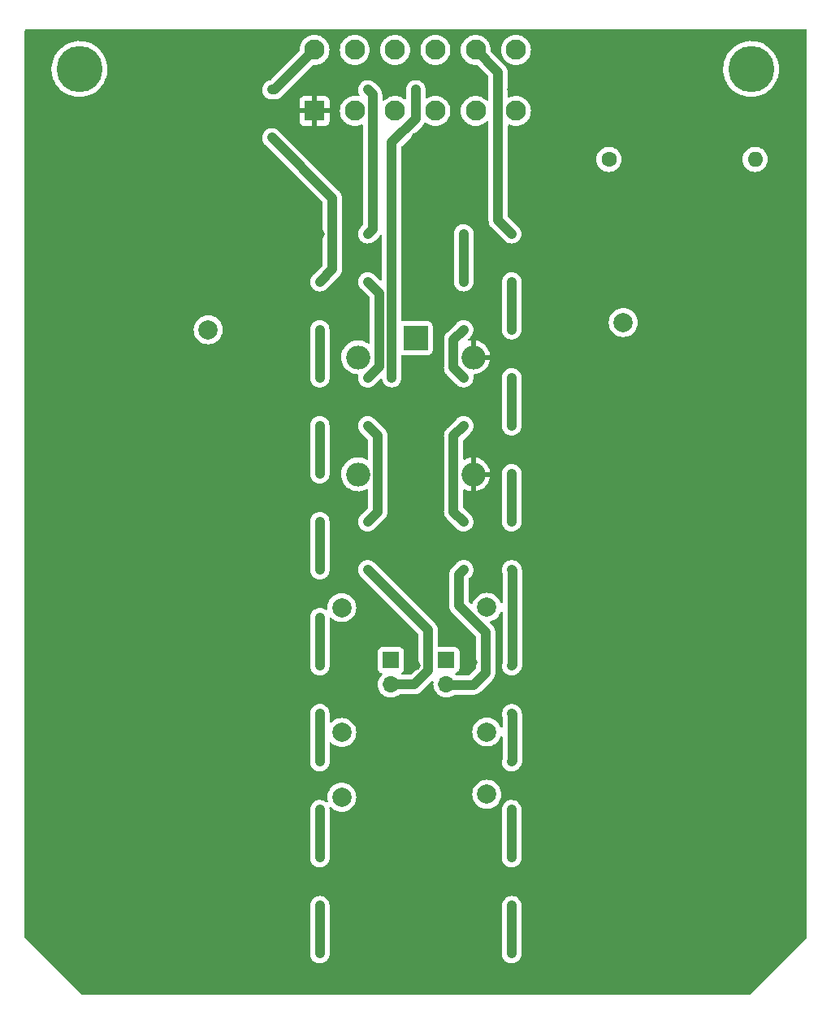
<source format=gbr>
%TF.GenerationSoftware,KiCad,Pcbnew,(6.0.0)*%
%TF.CreationDate,2022-06-28T12:49:40+09:30*%
%TF.ProjectId,Indicator V2,496e6469-6361-4746-9f72-2056322e6b69,E*%
%TF.SameCoordinates,Original*%
%TF.FileFunction,Copper,L2,Bot*%
%TF.FilePolarity,Positive*%
%FSLAX46Y46*%
G04 Gerber Fmt 4.6, Leading zero omitted, Abs format (unit mm)*
G04 Created by KiCad (PCBNEW (6.0.0)) date 2022-06-28 12:49:40*
%MOMM*%
%LPD*%
G01*
G04 APERTURE LIST*
%TA.AperFunction,ComponentPad*%
%ADD10C,2.000000*%
%TD*%
%TA.AperFunction,ComponentPad*%
%ADD11R,1.700000X1.700000*%
%TD*%
%TA.AperFunction,ComponentPad*%
%ADD12O,1.700000X1.700000*%
%TD*%
%TA.AperFunction,ComponentPad*%
%ADD13C,1.600000*%
%TD*%
%TA.AperFunction,ComponentPad*%
%ADD14O,1.600000X1.600000*%
%TD*%
%TA.AperFunction,ComponentPad*%
%ADD15R,2.100000X2.100000*%
%TD*%
%TA.AperFunction,ComponentPad*%
%ADD16C,2.100000*%
%TD*%
%TA.AperFunction,ComponentPad*%
%ADD17C,4.800000*%
%TD*%
%TA.AperFunction,ComponentPad*%
%ADD18R,2.500000X2.500000*%
%TD*%
%TA.AperFunction,ComponentPad*%
%ADD19O,2.500000X2.500000*%
%TD*%
%TA.AperFunction,ViaPad*%
%ADD20C,1.000000*%
%TD*%
%TA.AperFunction,ViaPad*%
%ADD21C,0.800000*%
%TD*%
%TA.AperFunction,Conductor*%
%ADD22C,1.000000*%
%TD*%
G04 APERTURE END LIST*
D10*
%TO.P,TP-L1,1,1*%
%TO.N,R3 Out*%
X134800000Y-126950000D03*
%TD*%
%TO.P,TP-R1,1,1*%
%TO.N,R1 Out*%
X149900000Y-126900000D03*
%TD*%
D11*
%TO.P,J3,1,Pin_1*%
%TO.N,Resistor Out*%
X139906666Y-119425000D03*
D12*
%TO.P,J3,2,Pin_2*%
%TO.N,R3 Out*%
X139906666Y-121965000D03*
%TD*%
D11*
%TO.P,J2,1,Pin_1*%
%TO.N,Resistor Out*%
X145693332Y-119400000D03*
D12*
%TO.P,J2,2,Pin_2*%
%TO.N,R1 Out*%
X145693332Y-121940000D03*
%TD*%
D13*
%TO.P,R5,1*%
%TO.N,Node1 B2*%
X162630000Y-67250000D03*
D14*
%TO.P,R5,2*%
%TO.N,R2 In*%
X177870000Y-67250000D03*
%TD*%
D10*
%TO.P,TP-L2,1,1*%
%TO.N,Resistor Out*%
X134800000Y-113950000D03*
%TD*%
%TO.P,BP-R1,1,1*%
%TO.N,R1 In*%
X164124997Y-84250000D03*
%TD*%
%TO.P,TP-R2,1,1*%
%TO.N,Resistor Out*%
X149900000Y-113925000D03*
%TD*%
%TO.P,BP-L1,1,1*%
%TO.N,R3 In*%
X120874999Y-85000000D03*
%TD*%
%TO.P,BP-L2,1,1*%
%TO.N,R3 Out*%
X134800000Y-133700000D03*
%TD*%
D15*
%TO.P,J1,1,1*%
%TO.N,GND*%
X131950000Y-62207107D03*
D16*
%TO.P,J1,2,2*%
%TO.N,C689{slash}1*%
X136150000Y-62207107D03*
%TO.P,J1,3,3*%
%TO.N,C695{slash}1*%
X140350000Y-62207107D03*
%TO.P,J1,4,4*%
%TO.N,Node1 A7*%
X144550000Y-62207107D03*
%TO.P,J1,5,5*%
%TO.N,C689{slash}10*%
X148750000Y-62207107D03*
%TO.P,J1,6,6*%
%TO.N,C695{slash}7*%
X152950000Y-62207107D03*
%TO.P,J1,7,7*%
%TO.N,Node1 B2*%
X152950000Y-55857107D03*
%TO.P,J1,8,8*%
%TO.N,Net-(J1-Pad8)*%
X148750000Y-55857107D03*
%TO.P,J1,9,9*%
%TO.N,Net-(J1-Pad9)*%
X144550000Y-55857107D03*
%TO.P,J1,10,10*%
%TO.N,Net-(J1-Pad10)*%
X140350000Y-55857107D03*
%TO.P,J1,11,11*%
%TO.N,Net-(J1-Pad11)*%
X136150000Y-55857107D03*
%TO.P,J1,12,12*%
%TO.N,Net-(J1-Pad12)*%
X131950000Y-55857107D03*
D17*
%TO.P,J1,MH1,MH1*%
%TO.N,unconnected-(J1-PadMH1)*%
X107450000Y-57837107D03*
%TO.P,J1,MH2,MH2*%
%TO.N,unconnected-(J1-PadMH2)*%
X177450000Y-57837107D03*
%TD*%
D18*
%TO.P,K1,1*%
%TO.N,Resistor Out*%
X142500000Y-85872500D03*
D19*
%TO.P,K1,2*%
%TO.N,Node1 A7*%
X136500000Y-87872500D03*
%TO.P,K1,3*%
%TO.N,unconnected-(K1-Pad3)*%
X136500000Y-100072500D03*
%TO.P,K1,4*%
%TO.N,GND*%
X148500000Y-100072500D03*
%TO.P,K1,5*%
X148500000Y-87872500D03*
%TD*%
D10*
%TO.P,BP-R2,1,1*%
%TO.N,R1 Out*%
X149900000Y-133400000D03*
%TD*%
D20*
%TO.N,GND*%
X157500000Y-55000000D03*
X117500000Y-135000000D03*
X148481244Y-119697256D03*
X152500000Y-60000000D03*
X117500000Y-130000000D03*
X177500000Y-105000000D03*
X182500000Y-100000000D03*
X177500000Y-130000000D03*
X162500000Y-120000000D03*
X182500000Y-105000000D03*
X122500000Y-80000000D03*
X122500000Y-60000000D03*
X167500000Y-85000000D03*
X107500000Y-110000000D03*
X107500000Y-145000000D03*
X177500000Y-125000000D03*
X162500000Y-75000000D03*
X102500000Y-115000000D03*
X122500000Y-105000000D03*
X137500000Y-150000000D03*
X142500000Y-120000000D03*
X117500000Y-60000000D03*
X127500000Y-70000000D03*
X167500000Y-65000000D03*
X167500000Y-135000000D03*
X117500000Y-125000000D03*
X102500000Y-105000000D03*
X157500000Y-65000000D03*
X127500000Y-55000000D03*
X102500000Y-100000000D03*
X182500000Y-130000000D03*
X162500000Y-90000000D03*
X167500000Y-145000000D03*
X147500000Y-150000000D03*
X162500000Y-140000000D03*
X147500000Y-140000000D03*
X122500000Y-120000000D03*
X122500000Y-135000000D03*
X167500000Y-75000000D03*
X122500000Y-110000000D03*
X112500000Y-55000000D03*
X182500000Y-110000000D03*
X117500000Y-105000000D03*
X107500000Y-125000000D03*
X162500000Y-135000000D03*
X162500000Y-130000000D03*
X182500000Y-85000000D03*
X102500000Y-80000000D03*
X122500000Y-115000000D03*
X117500000Y-90000000D03*
X182500000Y-60000000D03*
X102500000Y-70000000D03*
X167500000Y-110000000D03*
X122500000Y-145000000D03*
X117500000Y-55000000D03*
X167500000Y-55000000D03*
X142500000Y-55000000D03*
X167500000Y-125000000D03*
X162500000Y-145000000D03*
X167500000Y-60000000D03*
X102500000Y-130000000D03*
X162500000Y-110000000D03*
X167500000Y-80000000D03*
X162500000Y-100000000D03*
X117500000Y-100000000D03*
X107500000Y-150000000D03*
X147500000Y-130000000D03*
X102500000Y-135000000D03*
X177500000Y-145000000D03*
X112500000Y-65000000D03*
X102500000Y-125000000D03*
X112500000Y-70000000D03*
X102500000Y-55000000D03*
X182500000Y-125000000D03*
X117500000Y-145000000D03*
X107500000Y-120000000D03*
X102500000Y-60000000D03*
X177500000Y-100000000D03*
X122500000Y-90000000D03*
X117500000Y-110000000D03*
X122500000Y-65000000D03*
X142500000Y-145000000D03*
X162500000Y-95000000D03*
X107500000Y-135000000D03*
X102500000Y-90000000D03*
X102500000Y-85000000D03*
X102500000Y-120000000D03*
X137500000Y-130000000D03*
X182500000Y-135000000D03*
X122500000Y-70000000D03*
X177500000Y-140000000D03*
X147500000Y-125000000D03*
X107500000Y-95000000D03*
X132500000Y-60000000D03*
X177500000Y-115000000D03*
X102500000Y-75000000D03*
X167500000Y-105000000D03*
X117500000Y-75000000D03*
X107500000Y-90000000D03*
X137500000Y-145000000D03*
X162500000Y-55000000D03*
X107500000Y-70000000D03*
X177500000Y-95000000D03*
X122500000Y-100000000D03*
X182500000Y-55000000D03*
X117500000Y-120000000D03*
X177500000Y-110000000D03*
X117500000Y-80000000D03*
X177500000Y-80000000D03*
X122500000Y-95000000D03*
X162500000Y-60000000D03*
X117500000Y-85000000D03*
X147500000Y-135000000D03*
X142500000Y-135000000D03*
X107500000Y-140000000D03*
X137500000Y-140000000D03*
X177500000Y-85000000D03*
X117500000Y-95000000D03*
X122500000Y-130000000D03*
X107500000Y-130000000D03*
X182500000Y-95000000D03*
X107500000Y-105000000D03*
X122500000Y-75000000D03*
X177500000Y-120000000D03*
X182500000Y-145000000D03*
X167500000Y-90000000D03*
X142500000Y-150000000D03*
X167500000Y-100000000D03*
X142500000Y-65000000D03*
X117500000Y-140000000D03*
X167500000Y-95000000D03*
X177500000Y-135000000D03*
X102500000Y-95000000D03*
X172500000Y-65000000D03*
X122500000Y-140000000D03*
X177500000Y-75000000D03*
X172500000Y-55000000D03*
X177500000Y-65000000D03*
X147500000Y-60000000D03*
X122500000Y-55000000D03*
X117500000Y-65000000D03*
X117500000Y-115000000D03*
X142500000Y-125000000D03*
X122500000Y-125000000D03*
X182500000Y-120000000D03*
X182500000Y-115000000D03*
X162500000Y-80000000D03*
X167500000Y-130000000D03*
X142500000Y-130000000D03*
X107500000Y-85000000D03*
X177500000Y-90000000D03*
X167500000Y-140000000D03*
X182500000Y-70000000D03*
X182500000Y-65000000D03*
X167500000Y-115000000D03*
X102500000Y-140000000D03*
X177500000Y-150000000D03*
X137500000Y-125000000D03*
X137500000Y-135000000D03*
X102500000Y-145000000D03*
X167500000Y-120000000D03*
X107500000Y-115000000D03*
X137500000Y-120000000D03*
X182500000Y-80000000D03*
X172500000Y-60000000D03*
X112500000Y-60000000D03*
X107500000Y-80000000D03*
X102500000Y-110000000D03*
X162500000Y-125000000D03*
X117500000Y-70000000D03*
X107500000Y-100000000D03*
X147500000Y-145000000D03*
X142500000Y-140000000D03*
X107500000Y-65000000D03*
X107500000Y-75000000D03*
X132500000Y-75000000D03*
X162500000Y-105000000D03*
X182500000Y-90000000D03*
X102500000Y-65000000D03*
X182500000Y-75000000D03*
X162500000Y-115000000D03*
%TO.N,R4 Out*%
X132500000Y-150000000D03*
X132500000Y-145000000D03*
%TO.N,R1 Out*%
X147500000Y-110000000D03*
%TO.N,Net-(J1-Pad8)*%
X152500000Y-95000000D03*
X152500000Y-125000000D03*
X152500000Y-90000000D03*
X152500000Y-135000000D03*
X152500000Y-85000000D03*
X152500000Y-75000000D03*
X152500000Y-120000000D03*
X152500000Y-100000000D03*
X152500000Y-110000000D03*
X152500000Y-105000000D03*
X152500000Y-80000000D03*
X152500000Y-140000000D03*
X152500000Y-130000000D03*
%TO.N,R2 Out*%
X152500000Y-145000000D03*
X152500000Y-150000000D03*
%TO.N,Net-(J1-Pad9)*%
X147500000Y-75000000D03*
X147500000Y-105000000D03*
X147500000Y-90000000D03*
X147500000Y-85000000D03*
X147500000Y-95000000D03*
X147500000Y-80000000D03*
%TO.N,Net-(J1-Pad10)*%
X142500000Y-60000000D03*
D21*
X140000000Y-90000000D03*
D20*
%TO.N,Net-(J1-Pad11)*%
X137500000Y-80000000D03*
X137500000Y-60000000D03*
X137500000Y-105000000D03*
X137500000Y-95000000D03*
X137500000Y-90000000D03*
X137500000Y-75000000D03*
%TO.N,Net-(J1-Pad12)*%
X132500000Y-130000000D03*
X132500000Y-100000000D03*
X132500000Y-95000000D03*
X132500000Y-110000000D03*
X132500000Y-90000000D03*
X132500000Y-85000000D03*
X127500000Y-60000000D03*
X132500000Y-115000000D03*
X132500000Y-125000000D03*
X132500000Y-80000000D03*
X132500000Y-135000000D03*
X132500000Y-105000000D03*
X132500000Y-120000000D03*
X127500000Y-65000000D03*
X132500000Y-140000000D03*
%TO.N,R3 Out*%
X137500000Y-110000000D03*
%TD*%
D22*
%TO.N,R4 Out*%
X132500000Y-150000000D02*
X132500000Y-145000000D01*
%TO.N,R1 Out*%
X149780755Y-120719245D02*
X149780755Y-116530755D01*
X145753332Y-122000000D02*
X148500000Y-122000000D01*
X147000000Y-113750000D02*
X147000000Y-110500000D01*
X147000000Y-110500000D02*
X147500000Y-110000000D01*
X148500000Y-122000000D02*
X149780755Y-120719245D01*
X145693332Y-121940000D02*
X145753332Y-122000000D01*
X149780755Y-116530755D02*
X147000000Y-113750000D01*
%TO.N,Net-(J1-Pad8)*%
X152500000Y-140000000D02*
X152500000Y-135000000D01*
X152564859Y-129935141D02*
X152564859Y-125064859D01*
X152500000Y-95000000D02*
X152500000Y-90000000D01*
X151100489Y-58207596D02*
X148750000Y-55857107D01*
X152564859Y-119935141D02*
X152564859Y-110064859D01*
X152500000Y-120000000D02*
X152564859Y-119935141D01*
X152500000Y-130000000D02*
X152564859Y-129935141D01*
X152500000Y-85000000D02*
X152500000Y-80000000D01*
X152564859Y-125064859D02*
X152500000Y-125000000D01*
X152500000Y-75000000D02*
X151100489Y-73600489D01*
X152500000Y-105000000D02*
X152500000Y-100000000D01*
X151100489Y-73600489D02*
X151100489Y-58207596D01*
X152564859Y-110064859D02*
X152500000Y-110000000D01*
%TO.N,R2 Out*%
X152500000Y-150000000D02*
X152500000Y-145000000D01*
%TO.N,Net-(J1-Pad9)*%
X146450489Y-86049511D02*
X147500000Y-85000000D01*
X146450489Y-88950489D02*
X146450489Y-86049511D01*
X147500000Y-90000000D02*
X146450489Y-88950489D01*
X147500000Y-105000000D02*
X146450489Y-103950489D01*
X147500000Y-80000000D02*
X147500000Y-75000000D01*
X146450489Y-96049511D02*
X147500000Y-95000000D01*
X146450489Y-103950489D02*
X146450489Y-96049511D01*
%TO.N,Net-(J1-Pad10)*%
X140000000Y-65500000D02*
X142500000Y-63000000D01*
X140000000Y-90000000D02*
X140000000Y-65500000D01*
X142500000Y-63000000D02*
X142500000Y-60000000D01*
%TO.N,Net-(J1-Pad11)*%
X138700480Y-88799520D02*
X138700480Y-81200480D01*
X137500000Y-75000000D02*
X137999511Y-74500489D01*
X138549511Y-96049511D02*
X137500000Y-95000000D01*
X138700480Y-81200480D02*
X137500000Y-80000000D01*
X137500000Y-105000000D02*
X138549511Y-103950489D01*
X137999511Y-74500489D02*
X137999511Y-60499511D01*
X137500000Y-90000000D02*
X138700480Y-88799520D01*
X137999511Y-60499511D02*
X137500000Y-60000000D01*
X138549511Y-103950489D02*
X138549511Y-96049511D01*
%TO.N,Net-(J1-Pad12)*%
X127500000Y-60000000D02*
X127807107Y-60000000D01*
X132500000Y-80000000D02*
X133799511Y-78700489D01*
X132500000Y-140000000D02*
X132500000Y-135000000D01*
X127807107Y-60000000D02*
X131950000Y-55857107D01*
X132500000Y-110000000D02*
X132500000Y-105000000D01*
X132500000Y-100000000D02*
X132500000Y-95000000D01*
X132500000Y-120000000D02*
X132500000Y-115000000D01*
X133799511Y-78700489D02*
X133799511Y-71299511D01*
X133799511Y-71299511D02*
X127500000Y-65000000D01*
X132500000Y-130000000D02*
X132500000Y-125000000D01*
X132500000Y-90000000D02*
X132500000Y-85000000D01*
%TO.N,R3 Out*%
X139906666Y-121965000D02*
X142372787Y-121965000D01*
X143799511Y-116299511D02*
X137500000Y-110000000D01*
X142372787Y-121965000D02*
X143799511Y-120538276D01*
X143799511Y-120538276D02*
X143799511Y-116299511D01*
%TD*%
%TA.AperFunction,Conductor*%
%TO.N,GND*%
G36*
X183209121Y-53728002D02*
G01*
X183255614Y-53781658D01*
X183267000Y-53834000D01*
X183267000Y-148244496D01*
X183246998Y-148312617D01*
X183230095Y-148333591D01*
X177308592Y-154255095D01*
X177246280Y-154289121D01*
X177219497Y-154292000D01*
X107780504Y-154292000D01*
X107712383Y-154271998D01*
X107691409Y-154255095D01*
X103422164Y-149985851D01*
X131486719Y-149985851D01*
X131487235Y-149991995D01*
X131491058Y-150037524D01*
X131491314Y-150043619D01*
X131491350Y-150043617D01*
X131491500Y-150046684D01*
X131491500Y-150049769D01*
X131491801Y-150052837D01*
X131495498Y-150090549D01*
X131495657Y-150092299D01*
X131503268Y-150182934D01*
X131504925Y-150188714D01*
X131504963Y-150188904D01*
X131505295Y-150190645D01*
X131505334Y-150190858D01*
X131505920Y-150196833D01*
X131507702Y-150202735D01*
X131532191Y-150283848D01*
X131532688Y-150285535D01*
X131557783Y-150373050D01*
X131560533Y-150378399D01*
X131560600Y-150378563D01*
X131561240Y-150380148D01*
X131561351Y-150380429D01*
X131563084Y-150386169D01*
X131565975Y-150391606D01*
X131565979Y-150391616D01*
X131605824Y-150466553D01*
X131606568Y-150467975D01*
X131648187Y-150548956D01*
X131651914Y-150553659D01*
X131652060Y-150553878D01*
X131653017Y-150555340D01*
X131653109Y-150555482D01*
X131655934Y-150560796D01*
X131713439Y-150631304D01*
X131714531Y-150632663D01*
X131771035Y-150703953D01*
X131775613Y-150707849D01*
X131775743Y-150707980D01*
X131776983Y-150709246D01*
X131777138Y-150709407D01*
X131780935Y-150714062D01*
X131785682Y-150717989D01*
X131785685Y-150717992D01*
X131851011Y-150772034D01*
X131852359Y-150773165D01*
X131916960Y-150828145D01*
X131916963Y-150828147D01*
X131921650Y-150832136D01*
X131926898Y-150835069D01*
X131927074Y-150835188D01*
X131928548Y-150836198D01*
X131928695Y-150836300D01*
X131933325Y-150840130D01*
X131938745Y-150843060D01*
X131938747Y-150843062D01*
X132013335Y-150883392D01*
X132014876Y-150884239D01*
X132088917Y-150925619D01*
X132094294Y-150928624D01*
X132100009Y-150930481D01*
X132100183Y-150930554D01*
X132101785Y-150931241D01*
X132102022Y-150931345D01*
X132107299Y-150934198D01*
X132113188Y-150936021D01*
X132194234Y-150961109D01*
X132195897Y-150961637D01*
X132282392Y-150989740D01*
X132288354Y-150990451D01*
X132288574Y-150990496D01*
X132290291Y-150990861D01*
X132290493Y-150990905D01*
X132296232Y-150992682D01*
X132302359Y-150993326D01*
X132386676Y-151002188D01*
X132388424Y-151002384D01*
X132444824Y-151009109D01*
X132478777Y-151013158D01*
X132484772Y-151012697D01*
X132484920Y-151012698D01*
X132486668Y-151012722D01*
X132486957Y-151012728D01*
X132492925Y-151013355D01*
X132583512Y-151005111D01*
X132585148Y-151004973D01*
X132675972Y-150997984D01*
X132681760Y-150996368D01*
X132681949Y-150996332D01*
X132683685Y-150996013D01*
X132683900Y-150995975D01*
X132689888Y-150995430D01*
X132695794Y-150993692D01*
X132695798Y-150993691D01*
X132777171Y-150969742D01*
X132778861Y-150969258D01*
X132860521Y-150946458D01*
X132860530Y-150946455D01*
X132866463Y-150944798D01*
X132871819Y-150942093D01*
X132872063Y-150941994D01*
X132873699Y-150941346D01*
X132873845Y-150941290D01*
X132879619Y-150939590D01*
X132893122Y-150932531D01*
X132960251Y-150897437D01*
X132961815Y-150896633D01*
X133037503Y-150858400D01*
X133037505Y-150858399D01*
X133042996Y-150855625D01*
X133047721Y-150851934D01*
X133047921Y-150851803D01*
X133049398Y-150850851D01*
X133049571Y-150850741D01*
X133054890Y-150847960D01*
X133064629Y-150840130D01*
X133125741Y-150790994D01*
X133127120Y-150789900D01*
X133149266Y-150772598D01*
X133198847Y-150733861D01*
X133202771Y-150729315D01*
X133202923Y-150729166D01*
X133204161Y-150727971D01*
X133204352Y-150727789D01*
X133209025Y-150724032D01*
X133267565Y-150654266D01*
X133268563Y-150653093D01*
X133328078Y-150584145D01*
X133331040Y-150578931D01*
X133331177Y-150578731D01*
X133332181Y-150577286D01*
X133332292Y-150577128D01*
X133336154Y-150572526D01*
X133379984Y-150492798D01*
X133380835Y-150491277D01*
X133422724Y-150417539D01*
X133425769Y-150412179D01*
X133427667Y-150406472D01*
X133427722Y-150406344D01*
X133428418Y-150404750D01*
X133428543Y-150404469D01*
X133431433Y-150399213D01*
X133458947Y-150312478D01*
X133459457Y-150310909D01*
X133488197Y-150224513D01*
X133488950Y-150218559D01*
X133488997Y-150218336D01*
X133489374Y-150216620D01*
X133489420Y-150216416D01*
X133491235Y-150210694D01*
X133501384Y-150120218D01*
X133501587Y-150118518D01*
X133512985Y-150028295D01*
X133513380Y-150000000D01*
X133511993Y-149985851D01*
X151486719Y-149985851D01*
X151487235Y-149991995D01*
X151491058Y-150037524D01*
X151491314Y-150043619D01*
X151491350Y-150043617D01*
X151491500Y-150046684D01*
X151491500Y-150049769D01*
X151491801Y-150052837D01*
X151495498Y-150090549D01*
X151495657Y-150092299D01*
X151503268Y-150182934D01*
X151504925Y-150188714D01*
X151504963Y-150188904D01*
X151505295Y-150190645D01*
X151505334Y-150190858D01*
X151505920Y-150196833D01*
X151507702Y-150202735D01*
X151532191Y-150283848D01*
X151532688Y-150285535D01*
X151557783Y-150373050D01*
X151560533Y-150378399D01*
X151560600Y-150378563D01*
X151561240Y-150380148D01*
X151561351Y-150380429D01*
X151563084Y-150386169D01*
X151565975Y-150391606D01*
X151565979Y-150391616D01*
X151605824Y-150466553D01*
X151606568Y-150467975D01*
X151648187Y-150548956D01*
X151651914Y-150553659D01*
X151652060Y-150553878D01*
X151653017Y-150555340D01*
X151653109Y-150555482D01*
X151655934Y-150560796D01*
X151713439Y-150631304D01*
X151714531Y-150632663D01*
X151771035Y-150703953D01*
X151775613Y-150707849D01*
X151775743Y-150707980D01*
X151776983Y-150709246D01*
X151777138Y-150709407D01*
X151780935Y-150714062D01*
X151785682Y-150717989D01*
X151785685Y-150717992D01*
X151851011Y-150772034D01*
X151852359Y-150773165D01*
X151916960Y-150828145D01*
X151916963Y-150828147D01*
X151921650Y-150832136D01*
X151926898Y-150835069D01*
X151927074Y-150835188D01*
X151928548Y-150836198D01*
X151928695Y-150836300D01*
X151933325Y-150840130D01*
X151938745Y-150843060D01*
X151938747Y-150843062D01*
X152013335Y-150883392D01*
X152014876Y-150884239D01*
X152088917Y-150925619D01*
X152094294Y-150928624D01*
X152100009Y-150930481D01*
X152100183Y-150930554D01*
X152101785Y-150931241D01*
X152102022Y-150931345D01*
X152107299Y-150934198D01*
X152113188Y-150936021D01*
X152194234Y-150961109D01*
X152195897Y-150961637D01*
X152282392Y-150989740D01*
X152288354Y-150990451D01*
X152288574Y-150990496D01*
X152290291Y-150990861D01*
X152290493Y-150990905D01*
X152296232Y-150992682D01*
X152302359Y-150993326D01*
X152386676Y-151002188D01*
X152388424Y-151002384D01*
X152444824Y-151009109D01*
X152478777Y-151013158D01*
X152484772Y-151012697D01*
X152484920Y-151012698D01*
X152486668Y-151012722D01*
X152486957Y-151012728D01*
X152492925Y-151013355D01*
X152583512Y-151005111D01*
X152585148Y-151004973D01*
X152675972Y-150997984D01*
X152681760Y-150996368D01*
X152681949Y-150996332D01*
X152683685Y-150996013D01*
X152683900Y-150995975D01*
X152689888Y-150995430D01*
X152695794Y-150993692D01*
X152695798Y-150993691D01*
X152777171Y-150969742D01*
X152778861Y-150969258D01*
X152860521Y-150946458D01*
X152860530Y-150946455D01*
X152866463Y-150944798D01*
X152871819Y-150942093D01*
X152872063Y-150941994D01*
X152873699Y-150941346D01*
X152873845Y-150941290D01*
X152879619Y-150939590D01*
X152893122Y-150932531D01*
X152960251Y-150897437D01*
X152961815Y-150896633D01*
X153037503Y-150858400D01*
X153037505Y-150858399D01*
X153042996Y-150855625D01*
X153047721Y-150851934D01*
X153047921Y-150851803D01*
X153049398Y-150850851D01*
X153049571Y-150850741D01*
X153054890Y-150847960D01*
X153064629Y-150840130D01*
X153125741Y-150790994D01*
X153127120Y-150789900D01*
X153149266Y-150772598D01*
X153198847Y-150733861D01*
X153202771Y-150729315D01*
X153202923Y-150729166D01*
X153204161Y-150727971D01*
X153204352Y-150727789D01*
X153209025Y-150724032D01*
X153267565Y-150654266D01*
X153268563Y-150653093D01*
X153328078Y-150584145D01*
X153331040Y-150578931D01*
X153331177Y-150578731D01*
X153332181Y-150577286D01*
X153332292Y-150577128D01*
X153336154Y-150572526D01*
X153379984Y-150492798D01*
X153380835Y-150491277D01*
X153422724Y-150417539D01*
X153425769Y-150412179D01*
X153427667Y-150406472D01*
X153427722Y-150406344D01*
X153428418Y-150404750D01*
X153428543Y-150404469D01*
X153431433Y-150399213D01*
X153458947Y-150312478D01*
X153459457Y-150310909D01*
X153488197Y-150224513D01*
X153488950Y-150218559D01*
X153488997Y-150218336D01*
X153489374Y-150216620D01*
X153489420Y-150216416D01*
X153491235Y-150210694D01*
X153501384Y-150120218D01*
X153501587Y-150118518D01*
X153512985Y-150028295D01*
X153513380Y-150000000D01*
X153509101Y-149956360D01*
X153508500Y-149944064D01*
X153508500Y-145071722D01*
X153509492Y-145055944D01*
X153512985Y-145028295D01*
X153513380Y-145000000D01*
X153494080Y-144803167D01*
X153436916Y-144613831D01*
X153344066Y-144439204D01*
X153273709Y-144352938D01*
X153222960Y-144290713D01*
X153222957Y-144290710D01*
X153219065Y-144285938D01*
X153212724Y-144280692D01*
X153071425Y-144163799D01*
X153071421Y-144163797D01*
X153066675Y-144159870D01*
X152892701Y-144065802D01*
X152703768Y-144007318D01*
X152697643Y-144006674D01*
X152697642Y-144006674D01*
X152513204Y-143987289D01*
X152513202Y-143987289D01*
X152507075Y-143986645D01*
X152424576Y-143994153D01*
X152316251Y-144004011D01*
X152316248Y-144004012D01*
X152310112Y-144004570D01*
X152304206Y-144006308D01*
X152304202Y-144006309D01*
X152199076Y-144037249D01*
X152120381Y-144060410D01*
X152114923Y-144063263D01*
X152114919Y-144063265D01*
X152024147Y-144110720D01*
X151945110Y-144152040D01*
X151790975Y-144275968D01*
X151663846Y-144427474D01*
X151660879Y-144432872D01*
X151660875Y-144432877D01*
X151657397Y-144439204D01*
X151568567Y-144600787D01*
X151566706Y-144606654D01*
X151566705Y-144606656D01*
X151510627Y-144783436D01*
X151508765Y-144789306D01*
X151486719Y-144985851D01*
X151487235Y-144991995D01*
X151491058Y-145037524D01*
X151491500Y-145048067D01*
X151491500Y-149936181D01*
X151490715Y-149950225D01*
X151486719Y-149985851D01*
X133511993Y-149985851D01*
X133509101Y-149956360D01*
X133508500Y-149944064D01*
X133508500Y-145071722D01*
X133509492Y-145055944D01*
X133512985Y-145028295D01*
X133513380Y-145000000D01*
X133494080Y-144803167D01*
X133436916Y-144613831D01*
X133344066Y-144439204D01*
X133273709Y-144352938D01*
X133222960Y-144290713D01*
X133222957Y-144290710D01*
X133219065Y-144285938D01*
X133212724Y-144280692D01*
X133071425Y-144163799D01*
X133071421Y-144163797D01*
X133066675Y-144159870D01*
X132892701Y-144065802D01*
X132703768Y-144007318D01*
X132697643Y-144006674D01*
X132697642Y-144006674D01*
X132513204Y-143987289D01*
X132513202Y-143987289D01*
X132507075Y-143986645D01*
X132424576Y-143994153D01*
X132316251Y-144004011D01*
X132316248Y-144004012D01*
X132310112Y-144004570D01*
X132304206Y-144006308D01*
X132304202Y-144006309D01*
X132199076Y-144037249D01*
X132120381Y-144060410D01*
X132114923Y-144063263D01*
X132114919Y-144063265D01*
X132024147Y-144110720D01*
X131945110Y-144152040D01*
X131790975Y-144275968D01*
X131663846Y-144427474D01*
X131660879Y-144432872D01*
X131660875Y-144432877D01*
X131657397Y-144439204D01*
X131568567Y-144600787D01*
X131566706Y-144606654D01*
X131566705Y-144606656D01*
X131510627Y-144783436D01*
X131508765Y-144789306D01*
X131486719Y-144985851D01*
X131487235Y-144991995D01*
X131491058Y-145037524D01*
X131491500Y-145048067D01*
X131491500Y-149936181D01*
X131490715Y-149950225D01*
X131486719Y-149985851D01*
X103422164Y-149985851D01*
X101769905Y-148333592D01*
X101735879Y-148271280D01*
X101733000Y-148244497D01*
X101733000Y-139985851D01*
X131486719Y-139985851D01*
X131487235Y-139991995D01*
X131491058Y-140037524D01*
X131491314Y-140043619D01*
X131491350Y-140043617D01*
X131491500Y-140046684D01*
X131491500Y-140049769D01*
X131491801Y-140052837D01*
X131495498Y-140090549D01*
X131495657Y-140092299D01*
X131503268Y-140182934D01*
X131504925Y-140188714D01*
X131504963Y-140188904D01*
X131505295Y-140190645D01*
X131505334Y-140190858D01*
X131505920Y-140196833D01*
X131507702Y-140202735D01*
X131532191Y-140283848D01*
X131532688Y-140285535D01*
X131557783Y-140373050D01*
X131560533Y-140378399D01*
X131560600Y-140378563D01*
X131561240Y-140380148D01*
X131561351Y-140380429D01*
X131563084Y-140386169D01*
X131565975Y-140391606D01*
X131565979Y-140391616D01*
X131605824Y-140466553D01*
X131606568Y-140467975D01*
X131648187Y-140548956D01*
X131651914Y-140553659D01*
X131652060Y-140553878D01*
X131653017Y-140555340D01*
X131653109Y-140555482D01*
X131655934Y-140560796D01*
X131713439Y-140631304D01*
X131714531Y-140632663D01*
X131771035Y-140703953D01*
X131775613Y-140707849D01*
X131775743Y-140707980D01*
X131776983Y-140709246D01*
X131777138Y-140709407D01*
X131780935Y-140714062D01*
X131785682Y-140717989D01*
X131785685Y-140717992D01*
X131851011Y-140772034D01*
X131852359Y-140773165D01*
X131916960Y-140828145D01*
X131916963Y-140828147D01*
X131921650Y-140832136D01*
X131926898Y-140835069D01*
X131927074Y-140835188D01*
X131928548Y-140836198D01*
X131928695Y-140836300D01*
X131933325Y-140840130D01*
X131938745Y-140843060D01*
X131938747Y-140843062D01*
X132013335Y-140883392D01*
X132014876Y-140884239D01*
X132088917Y-140925619D01*
X132094294Y-140928624D01*
X132100009Y-140930481D01*
X132100183Y-140930554D01*
X132101785Y-140931241D01*
X132102022Y-140931345D01*
X132107299Y-140934198D01*
X132113188Y-140936021D01*
X132194234Y-140961109D01*
X132195897Y-140961637D01*
X132282392Y-140989740D01*
X132288354Y-140990451D01*
X132288574Y-140990496D01*
X132290291Y-140990861D01*
X132290493Y-140990905D01*
X132296232Y-140992682D01*
X132302359Y-140993326D01*
X132386676Y-141002188D01*
X132388424Y-141002384D01*
X132444824Y-141009109D01*
X132478777Y-141013158D01*
X132484772Y-141012697D01*
X132484920Y-141012698D01*
X132486668Y-141012722D01*
X132486957Y-141012728D01*
X132492925Y-141013355D01*
X132583512Y-141005111D01*
X132585148Y-141004973D01*
X132675972Y-140997984D01*
X132681760Y-140996368D01*
X132681949Y-140996332D01*
X132683685Y-140996013D01*
X132683900Y-140995975D01*
X132689888Y-140995430D01*
X132695794Y-140993692D01*
X132695798Y-140993691D01*
X132777171Y-140969742D01*
X132778861Y-140969258D01*
X132860521Y-140946458D01*
X132860530Y-140946455D01*
X132866463Y-140944798D01*
X132871819Y-140942093D01*
X132872063Y-140941994D01*
X132873699Y-140941346D01*
X132873845Y-140941290D01*
X132879619Y-140939590D01*
X132893122Y-140932531D01*
X132960251Y-140897437D01*
X132961815Y-140896633D01*
X133037503Y-140858400D01*
X133037505Y-140858399D01*
X133042996Y-140855625D01*
X133047721Y-140851934D01*
X133047921Y-140851803D01*
X133049398Y-140850851D01*
X133049571Y-140850741D01*
X133054890Y-140847960D01*
X133064629Y-140840130D01*
X133125741Y-140790994D01*
X133127120Y-140789900D01*
X133149266Y-140772598D01*
X133198847Y-140733861D01*
X133202771Y-140729315D01*
X133202923Y-140729166D01*
X133204161Y-140727971D01*
X133204352Y-140727789D01*
X133209025Y-140724032D01*
X133267565Y-140654266D01*
X133268563Y-140653093D01*
X133328078Y-140584145D01*
X133331040Y-140578931D01*
X133331177Y-140578731D01*
X133332181Y-140577286D01*
X133332292Y-140577128D01*
X133336154Y-140572526D01*
X133379984Y-140492798D01*
X133380835Y-140491277D01*
X133422724Y-140417539D01*
X133425769Y-140412179D01*
X133427667Y-140406472D01*
X133427722Y-140406344D01*
X133428418Y-140404750D01*
X133428543Y-140404469D01*
X133431433Y-140399213D01*
X133458947Y-140312478D01*
X133459457Y-140310909D01*
X133488197Y-140224513D01*
X133488950Y-140218559D01*
X133488997Y-140218336D01*
X133489374Y-140216620D01*
X133489420Y-140216416D01*
X133491235Y-140210694D01*
X133501384Y-140120218D01*
X133501587Y-140118518D01*
X133512985Y-140028295D01*
X133513380Y-140000000D01*
X133511993Y-139985851D01*
X151486719Y-139985851D01*
X151487235Y-139991995D01*
X151491058Y-140037524D01*
X151491314Y-140043619D01*
X151491350Y-140043617D01*
X151491500Y-140046684D01*
X151491500Y-140049769D01*
X151491801Y-140052837D01*
X151495498Y-140090549D01*
X151495657Y-140092299D01*
X151503268Y-140182934D01*
X151504925Y-140188714D01*
X151504963Y-140188904D01*
X151505295Y-140190645D01*
X151505334Y-140190858D01*
X151505920Y-140196833D01*
X151507702Y-140202735D01*
X151532191Y-140283848D01*
X151532688Y-140285535D01*
X151557783Y-140373050D01*
X151560533Y-140378399D01*
X151560600Y-140378563D01*
X151561240Y-140380148D01*
X151561351Y-140380429D01*
X151563084Y-140386169D01*
X151565975Y-140391606D01*
X151565979Y-140391616D01*
X151605824Y-140466553D01*
X151606568Y-140467975D01*
X151648187Y-140548956D01*
X151651914Y-140553659D01*
X151652060Y-140553878D01*
X151653017Y-140555340D01*
X151653109Y-140555482D01*
X151655934Y-140560796D01*
X151713439Y-140631304D01*
X151714531Y-140632663D01*
X151771035Y-140703953D01*
X151775613Y-140707849D01*
X151775743Y-140707980D01*
X151776983Y-140709246D01*
X151777138Y-140709407D01*
X151780935Y-140714062D01*
X151785682Y-140717989D01*
X151785685Y-140717992D01*
X151851011Y-140772034D01*
X151852359Y-140773165D01*
X151916960Y-140828145D01*
X151916963Y-140828147D01*
X151921650Y-140832136D01*
X151926898Y-140835069D01*
X151927074Y-140835188D01*
X151928548Y-140836198D01*
X151928695Y-140836300D01*
X151933325Y-140840130D01*
X151938745Y-140843060D01*
X151938747Y-140843062D01*
X152013335Y-140883392D01*
X152014876Y-140884239D01*
X152088917Y-140925619D01*
X152094294Y-140928624D01*
X152100009Y-140930481D01*
X152100183Y-140930554D01*
X152101785Y-140931241D01*
X152102022Y-140931345D01*
X152107299Y-140934198D01*
X152113188Y-140936021D01*
X152194234Y-140961109D01*
X152195897Y-140961637D01*
X152282392Y-140989740D01*
X152288354Y-140990451D01*
X152288574Y-140990496D01*
X152290291Y-140990861D01*
X152290493Y-140990905D01*
X152296232Y-140992682D01*
X152302359Y-140993326D01*
X152386676Y-141002188D01*
X152388424Y-141002384D01*
X152444824Y-141009109D01*
X152478777Y-141013158D01*
X152484772Y-141012697D01*
X152484920Y-141012698D01*
X152486668Y-141012722D01*
X152486957Y-141012728D01*
X152492925Y-141013355D01*
X152583512Y-141005111D01*
X152585148Y-141004973D01*
X152675972Y-140997984D01*
X152681760Y-140996368D01*
X152681949Y-140996332D01*
X152683685Y-140996013D01*
X152683900Y-140995975D01*
X152689888Y-140995430D01*
X152695794Y-140993692D01*
X152695798Y-140993691D01*
X152777171Y-140969742D01*
X152778861Y-140969258D01*
X152860521Y-140946458D01*
X152860530Y-140946455D01*
X152866463Y-140944798D01*
X152871819Y-140942093D01*
X152872063Y-140941994D01*
X152873699Y-140941346D01*
X152873845Y-140941290D01*
X152879619Y-140939590D01*
X152893122Y-140932531D01*
X152960251Y-140897437D01*
X152961815Y-140896633D01*
X153037503Y-140858400D01*
X153037505Y-140858399D01*
X153042996Y-140855625D01*
X153047721Y-140851934D01*
X153047921Y-140851803D01*
X153049398Y-140850851D01*
X153049571Y-140850741D01*
X153054890Y-140847960D01*
X153064629Y-140840130D01*
X153125741Y-140790994D01*
X153127120Y-140789900D01*
X153149266Y-140772598D01*
X153198847Y-140733861D01*
X153202771Y-140729315D01*
X153202923Y-140729166D01*
X153204161Y-140727971D01*
X153204352Y-140727789D01*
X153209025Y-140724032D01*
X153267565Y-140654266D01*
X153268563Y-140653093D01*
X153328078Y-140584145D01*
X153331040Y-140578931D01*
X153331177Y-140578731D01*
X153332181Y-140577286D01*
X153332292Y-140577128D01*
X153336154Y-140572526D01*
X153379984Y-140492798D01*
X153380835Y-140491277D01*
X153422724Y-140417539D01*
X153425769Y-140412179D01*
X153427667Y-140406472D01*
X153427722Y-140406344D01*
X153428418Y-140404750D01*
X153428543Y-140404469D01*
X153431433Y-140399213D01*
X153458947Y-140312478D01*
X153459457Y-140310909D01*
X153488197Y-140224513D01*
X153488950Y-140218559D01*
X153488997Y-140218336D01*
X153489374Y-140216620D01*
X153489420Y-140216416D01*
X153491235Y-140210694D01*
X153501384Y-140120218D01*
X153501587Y-140118518D01*
X153512985Y-140028295D01*
X153513380Y-140000000D01*
X153509101Y-139956360D01*
X153508500Y-139944064D01*
X153508500Y-135071722D01*
X153509492Y-135055944D01*
X153512985Y-135028295D01*
X153513380Y-135000000D01*
X153494080Y-134803167D01*
X153487917Y-134782752D01*
X153438697Y-134619731D01*
X153436916Y-134613831D01*
X153344066Y-134439204D01*
X153273709Y-134352938D01*
X153222960Y-134290713D01*
X153222957Y-134290710D01*
X153219065Y-134285938D01*
X153212724Y-134280692D01*
X153071425Y-134163799D01*
X153071421Y-134163797D01*
X153066675Y-134159870D01*
X152892701Y-134065802D01*
X152703768Y-134007318D01*
X152697643Y-134006674D01*
X152697642Y-134006674D01*
X152513204Y-133987289D01*
X152513202Y-133987289D01*
X152507075Y-133986645D01*
X152424576Y-133994153D01*
X152316251Y-134004011D01*
X152316248Y-134004012D01*
X152310112Y-134004570D01*
X152304206Y-134006308D01*
X152304202Y-134006309D01*
X152199076Y-134037249D01*
X152120381Y-134060410D01*
X152114923Y-134063263D01*
X152114919Y-134063265D01*
X152078339Y-134082389D01*
X151945110Y-134152040D01*
X151790975Y-134275968D01*
X151663846Y-134427474D01*
X151660879Y-134432872D01*
X151660875Y-134432877D01*
X151582095Y-134576180D01*
X151568567Y-134600787D01*
X151566706Y-134606654D01*
X151566705Y-134606656D01*
X151514899Y-134769969D01*
X151508765Y-134789306D01*
X151486719Y-134985851D01*
X151487235Y-134991995D01*
X151491058Y-135037524D01*
X151491500Y-135048067D01*
X151491500Y-139936181D01*
X151490715Y-139950225D01*
X151486719Y-139985851D01*
X133511993Y-139985851D01*
X133509101Y-139956360D01*
X133508500Y-139944064D01*
X133508500Y-135071722D01*
X133509492Y-135055944D01*
X133512985Y-135028295D01*
X133513380Y-135000000D01*
X133498917Y-134852499D01*
X133512176Y-134782752D01*
X133561039Y-134731245D01*
X133629991Y-134714332D01*
X133697142Y-134737382D01*
X133720127Y-134758373D01*
X133730031Y-134769969D01*
X133910584Y-134924176D01*
X133914792Y-134926755D01*
X133914798Y-134926759D01*
X134074739Y-135024771D01*
X134113037Y-135048240D01*
X134117607Y-135050133D01*
X134117611Y-135050135D01*
X134327833Y-135137211D01*
X134332406Y-135139105D01*
X134412609Y-135158360D01*
X134558476Y-135193380D01*
X134558482Y-135193381D01*
X134563289Y-135194535D01*
X134800000Y-135213165D01*
X135036711Y-135194535D01*
X135041518Y-135193381D01*
X135041524Y-135193380D01*
X135187391Y-135158360D01*
X135267594Y-135139105D01*
X135272167Y-135137211D01*
X135482389Y-135050135D01*
X135482393Y-135050133D01*
X135486963Y-135048240D01*
X135525261Y-135024771D01*
X135685202Y-134926759D01*
X135685208Y-134926755D01*
X135689416Y-134924176D01*
X135869969Y-134769969D01*
X136024176Y-134589416D01*
X136026755Y-134585208D01*
X136026759Y-134585202D01*
X136145654Y-134391183D01*
X136148240Y-134386963D01*
X136194216Y-134275968D01*
X136237211Y-134172167D01*
X136237212Y-134172165D01*
X136239105Y-134167594D01*
X136263543Y-134065802D01*
X136293380Y-133941524D01*
X136293381Y-133941518D01*
X136294535Y-133936711D01*
X136313165Y-133700000D01*
X136294535Y-133463289D01*
X136280525Y-133404930D01*
X136279341Y-133400000D01*
X148386835Y-133400000D01*
X148405465Y-133636711D01*
X148406619Y-133641518D01*
X148406620Y-133641524D01*
X148420659Y-133700000D01*
X148460895Y-133867594D01*
X148462788Y-133872165D01*
X148462789Y-133872167D01*
X148544209Y-134068732D01*
X148551760Y-134086963D01*
X148554346Y-134091183D01*
X148673241Y-134285202D01*
X148673245Y-134285208D01*
X148675824Y-134289416D01*
X148830031Y-134469969D01*
X149010584Y-134624176D01*
X149014792Y-134626755D01*
X149014798Y-134626759D01*
X149157704Y-134714332D01*
X149213037Y-134748240D01*
X149217607Y-134750133D01*
X149217611Y-134750135D01*
X149326952Y-134795425D01*
X149432406Y-134839105D01*
X149512609Y-134858360D01*
X149658476Y-134893380D01*
X149658482Y-134893381D01*
X149663289Y-134894535D01*
X149900000Y-134913165D01*
X150136711Y-134894535D01*
X150141518Y-134893381D01*
X150141524Y-134893380D01*
X150287391Y-134858360D01*
X150367594Y-134839105D01*
X150473048Y-134795425D01*
X150582389Y-134750135D01*
X150582393Y-134750133D01*
X150586963Y-134748240D01*
X150642296Y-134714332D01*
X150785202Y-134626759D01*
X150785208Y-134626755D01*
X150789416Y-134624176D01*
X150969969Y-134469969D01*
X151124176Y-134289416D01*
X151126755Y-134285208D01*
X151126759Y-134285202D01*
X151245654Y-134091183D01*
X151248240Y-134086963D01*
X151255792Y-134068732D01*
X151337211Y-133872167D01*
X151337212Y-133872165D01*
X151339105Y-133867594D01*
X151379341Y-133700000D01*
X151393380Y-133641524D01*
X151393381Y-133641518D01*
X151394535Y-133636711D01*
X151413165Y-133400000D01*
X151394535Y-133163289D01*
X151339105Y-132932406D01*
X151248240Y-132713037D01*
X151245654Y-132708817D01*
X151126759Y-132514798D01*
X151126755Y-132514792D01*
X151124176Y-132510584D01*
X150969969Y-132330031D01*
X150789416Y-132175824D01*
X150785208Y-132173245D01*
X150785202Y-132173241D01*
X150591183Y-132054346D01*
X150586963Y-132051760D01*
X150582393Y-132049867D01*
X150582389Y-132049865D01*
X150372167Y-131962789D01*
X150372165Y-131962788D01*
X150367594Y-131960895D01*
X150287391Y-131941640D01*
X150141524Y-131906620D01*
X150141518Y-131906619D01*
X150136711Y-131905465D01*
X149900000Y-131886835D01*
X149663289Y-131905465D01*
X149658482Y-131906619D01*
X149658476Y-131906620D01*
X149512609Y-131941640D01*
X149432406Y-131960895D01*
X149427835Y-131962788D01*
X149427833Y-131962789D01*
X149217611Y-132049865D01*
X149217607Y-132049867D01*
X149213037Y-132051760D01*
X149208817Y-132054346D01*
X149014798Y-132173241D01*
X149014792Y-132173245D01*
X149010584Y-132175824D01*
X148830031Y-132330031D01*
X148675824Y-132510584D01*
X148673245Y-132514792D01*
X148673241Y-132514798D01*
X148554346Y-132708817D01*
X148551760Y-132713037D01*
X148460895Y-132932406D01*
X148405465Y-133163289D01*
X148386835Y-133400000D01*
X136279341Y-133400000D01*
X136240260Y-133237218D01*
X136239105Y-133232406D01*
X136210476Y-133163289D01*
X136150135Y-133017611D01*
X136150133Y-133017607D01*
X136148240Y-133013037D01*
X136096027Y-132927833D01*
X136026759Y-132814798D01*
X136026755Y-132814792D01*
X136024176Y-132810584D01*
X135869969Y-132630031D01*
X135689416Y-132475824D01*
X135685208Y-132473245D01*
X135685202Y-132473241D01*
X135491183Y-132354346D01*
X135486963Y-132351760D01*
X135482393Y-132349867D01*
X135482389Y-132349865D01*
X135272167Y-132262789D01*
X135272165Y-132262788D01*
X135267594Y-132260895D01*
X135187391Y-132241640D01*
X135041524Y-132206620D01*
X135041518Y-132206619D01*
X135036711Y-132205465D01*
X134800000Y-132186835D01*
X134563289Y-132205465D01*
X134558482Y-132206619D01*
X134558476Y-132206620D01*
X134412609Y-132241640D01*
X134332406Y-132260895D01*
X134327835Y-132262788D01*
X134327833Y-132262789D01*
X134117611Y-132349865D01*
X134117607Y-132349867D01*
X134113037Y-132351760D01*
X134108817Y-132354346D01*
X133914798Y-132473241D01*
X133914792Y-132473245D01*
X133910584Y-132475824D01*
X133730031Y-132630031D01*
X133575824Y-132810584D01*
X133573245Y-132814792D01*
X133573241Y-132814798D01*
X133503973Y-132927833D01*
X133451760Y-133013037D01*
X133449867Y-133017607D01*
X133449865Y-133017611D01*
X133389524Y-133163289D01*
X133360895Y-133232406D01*
X133359740Y-133237218D01*
X133319476Y-133404930D01*
X133305465Y-133463289D01*
X133286835Y-133700000D01*
X133305465Y-133936711D01*
X133306619Y-133941518D01*
X133306620Y-133941524D01*
X133343333Y-134094444D01*
X133339786Y-134165352D01*
X133298466Y-134223086D01*
X133232492Y-134249316D01*
X133162811Y-134235713D01*
X133140498Y-134220942D01*
X133071426Y-134163800D01*
X133071424Y-134163798D01*
X133066675Y-134159870D01*
X132892701Y-134065802D01*
X132703768Y-134007318D01*
X132697643Y-134006674D01*
X132697642Y-134006674D01*
X132513204Y-133987289D01*
X132513202Y-133987289D01*
X132507075Y-133986645D01*
X132424576Y-133994153D01*
X132316251Y-134004011D01*
X132316248Y-134004012D01*
X132310112Y-134004570D01*
X132304206Y-134006308D01*
X132304202Y-134006309D01*
X132199076Y-134037249D01*
X132120381Y-134060410D01*
X132114923Y-134063263D01*
X132114919Y-134063265D01*
X132078339Y-134082389D01*
X131945110Y-134152040D01*
X131790975Y-134275968D01*
X131663846Y-134427474D01*
X131660879Y-134432872D01*
X131660875Y-134432877D01*
X131582095Y-134576180D01*
X131568567Y-134600787D01*
X131566706Y-134606654D01*
X131566705Y-134606656D01*
X131514899Y-134769969D01*
X131508765Y-134789306D01*
X131486719Y-134985851D01*
X131487235Y-134991995D01*
X131491058Y-135037524D01*
X131491500Y-135048067D01*
X131491500Y-139936181D01*
X131490715Y-139950225D01*
X131486719Y-139985851D01*
X101733000Y-139985851D01*
X101733000Y-129985851D01*
X131486719Y-129985851D01*
X131487235Y-129991995D01*
X131491058Y-130037524D01*
X131491314Y-130043619D01*
X131491350Y-130043617D01*
X131491500Y-130046684D01*
X131491500Y-130049769D01*
X131491801Y-130052837D01*
X131495498Y-130090549D01*
X131495657Y-130092299D01*
X131503268Y-130182934D01*
X131504925Y-130188714D01*
X131504963Y-130188904D01*
X131505295Y-130190645D01*
X131505334Y-130190858D01*
X131505920Y-130196833D01*
X131507702Y-130202735D01*
X131532191Y-130283848D01*
X131532688Y-130285535D01*
X131545230Y-130329272D01*
X131557783Y-130373050D01*
X131560533Y-130378399D01*
X131560600Y-130378563D01*
X131561240Y-130380148D01*
X131561351Y-130380429D01*
X131563084Y-130386169D01*
X131565975Y-130391606D01*
X131565979Y-130391616D01*
X131605824Y-130466553D01*
X131606568Y-130467975D01*
X131648187Y-130548956D01*
X131651914Y-130553659D01*
X131652060Y-130553878D01*
X131653017Y-130555340D01*
X131653109Y-130555482D01*
X131655934Y-130560796D01*
X131696616Y-130610677D01*
X131713439Y-130631304D01*
X131714531Y-130632663D01*
X131771035Y-130703953D01*
X131775613Y-130707849D01*
X131775743Y-130707980D01*
X131776983Y-130709246D01*
X131777138Y-130709407D01*
X131780935Y-130714062D01*
X131785682Y-130717989D01*
X131785685Y-130717992D01*
X131851011Y-130772034D01*
X131852359Y-130773165D01*
X131916960Y-130828145D01*
X131916963Y-130828147D01*
X131921650Y-130832136D01*
X131926898Y-130835069D01*
X131927074Y-130835188D01*
X131928548Y-130836198D01*
X131928695Y-130836300D01*
X131933325Y-130840130D01*
X131938745Y-130843060D01*
X131938747Y-130843062D01*
X132013335Y-130883392D01*
X132014876Y-130884239D01*
X132088912Y-130925616D01*
X132094294Y-130928624D01*
X132100009Y-130930481D01*
X132100183Y-130930554D01*
X132101785Y-130931241D01*
X132102022Y-130931345D01*
X132107299Y-130934198D01*
X132113188Y-130936021D01*
X132133782Y-130942396D01*
X132192703Y-130960635D01*
X132194234Y-130961109D01*
X132195897Y-130961637D01*
X132282392Y-130989740D01*
X132288354Y-130990451D01*
X132288574Y-130990496D01*
X132290291Y-130990861D01*
X132290493Y-130990905D01*
X132296232Y-130992682D01*
X132302359Y-130993326D01*
X132386676Y-131002188D01*
X132388424Y-131002384D01*
X132444824Y-131009109D01*
X132478777Y-131013158D01*
X132484772Y-131012697D01*
X132484920Y-131012698D01*
X132486668Y-131012722D01*
X132486957Y-131012728D01*
X132492925Y-131013355D01*
X132583512Y-131005111D01*
X132585148Y-131004973D01*
X132675972Y-130997984D01*
X132681760Y-130996368D01*
X132681949Y-130996332D01*
X132683685Y-130996013D01*
X132683900Y-130995975D01*
X132689888Y-130995430D01*
X132695794Y-130993692D01*
X132695798Y-130993691D01*
X132777171Y-130969742D01*
X132778861Y-130969258D01*
X132860521Y-130946458D01*
X132860530Y-130946455D01*
X132866463Y-130944798D01*
X132871819Y-130942093D01*
X132872063Y-130941994D01*
X132873699Y-130941346D01*
X132873845Y-130941290D01*
X132879619Y-130939590D01*
X132892565Y-130932822D01*
X132960251Y-130897437D01*
X132961815Y-130896633D01*
X133037503Y-130858400D01*
X133037505Y-130858399D01*
X133042996Y-130855625D01*
X133047721Y-130851934D01*
X133047921Y-130851803D01*
X133049398Y-130850851D01*
X133049571Y-130850741D01*
X133054890Y-130847960D01*
X133064629Y-130840130D01*
X133125741Y-130790994D01*
X133127120Y-130789900D01*
X133149266Y-130772598D01*
X133198847Y-130733861D01*
X133202771Y-130729315D01*
X133202923Y-130729166D01*
X133204161Y-130727971D01*
X133204352Y-130727789D01*
X133209025Y-130724032D01*
X133267565Y-130654266D01*
X133268563Y-130653093D01*
X133328078Y-130584145D01*
X133331040Y-130578931D01*
X133331177Y-130578731D01*
X133332181Y-130577286D01*
X133332292Y-130577128D01*
X133336154Y-130572526D01*
X133379984Y-130492798D01*
X133380835Y-130491277D01*
X133422724Y-130417539D01*
X133425769Y-130412179D01*
X133427667Y-130406472D01*
X133427722Y-130406344D01*
X133428418Y-130404750D01*
X133428543Y-130404469D01*
X133431433Y-130399213D01*
X133458947Y-130312478D01*
X133459457Y-130310909D01*
X133488197Y-130224513D01*
X133488950Y-130218559D01*
X133488997Y-130218336D01*
X133489374Y-130216620D01*
X133489420Y-130216416D01*
X133491235Y-130210694D01*
X133501384Y-130120218D01*
X133501587Y-130118518D01*
X133512985Y-130028295D01*
X133513380Y-130000000D01*
X133509101Y-129956360D01*
X133508500Y-129944064D01*
X133508500Y-128102080D01*
X133528502Y-128033959D01*
X133582158Y-127987466D01*
X133652432Y-127977362D01*
X133717012Y-128006856D01*
X133723595Y-128012985D01*
X133726823Y-128016213D01*
X133730031Y-128019969D01*
X133910584Y-128174176D01*
X133914792Y-128176755D01*
X133914798Y-128176759D01*
X134034537Y-128250135D01*
X134113037Y-128298240D01*
X134117607Y-128300133D01*
X134117611Y-128300135D01*
X134327833Y-128387211D01*
X134332406Y-128389105D01*
X134412609Y-128408360D01*
X134558476Y-128443380D01*
X134558482Y-128443381D01*
X134563289Y-128444535D01*
X134800000Y-128463165D01*
X135036711Y-128444535D01*
X135041518Y-128443381D01*
X135041524Y-128443380D01*
X135187391Y-128408360D01*
X135267594Y-128389105D01*
X135272167Y-128387211D01*
X135482389Y-128300135D01*
X135482393Y-128300133D01*
X135486963Y-128298240D01*
X135565463Y-128250135D01*
X135685202Y-128176759D01*
X135685208Y-128176755D01*
X135689416Y-128174176D01*
X135869969Y-128019969D01*
X136024176Y-127839416D01*
X136026755Y-127835208D01*
X136026759Y-127835202D01*
X136145654Y-127641183D01*
X136148240Y-127636963D01*
X136239105Y-127417594D01*
X136294535Y-127186711D01*
X136313165Y-126950000D01*
X136309230Y-126900000D01*
X148386835Y-126900000D01*
X148405465Y-127136711D01*
X148460895Y-127367594D01*
X148462788Y-127372165D01*
X148462789Y-127372167D01*
X148483500Y-127422167D01*
X148551760Y-127586963D01*
X148554346Y-127591183D01*
X148673241Y-127785202D01*
X148673245Y-127785208D01*
X148675824Y-127789416D01*
X148830031Y-127969969D01*
X149010584Y-128124176D01*
X149014792Y-128126755D01*
X149014798Y-128126759D01*
X149086936Y-128170965D01*
X149213037Y-128248240D01*
X149217607Y-128250133D01*
X149217611Y-128250135D01*
X149327505Y-128295654D01*
X149432406Y-128339105D01*
X149512609Y-128358360D01*
X149658476Y-128393380D01*
X149658482Y-128393381D01*
X149663289Y-128394535D01*
X149900000Y-128413165D01*
X150136711Y-128394535D01*
X150141518Y-128393381D01*
X150141524Y-128393380D01*
X150287391Y-128358360D01*
X150367594Y-128339105D01*
X150472495Y-128295654D01*
X150582389Y-128250135D01*
X150582393Y-128250133D01*
X150586963Y-128248240D01*
X150713064Y-128170965D01*
X150785202Y-128126759D01*
X150785208Y-128126755D01*
X150789416Y-128124176D01*
X150969969Y-127969969D01*
X151124176Y-127789416D01*
X151126755Y-127785208D01*
X151126759Y-127785202D01*
X151245654Y-127591183D01*
X151248240Y-127586963D01*
X151313950Y-127428324D01*
X151358498Y-127373043D01*
X151425861Y-127350622D01*
X151494653Y-127368180D01*
X151543031Y-127420142D01*
X151556359Y-127476542D01*
X151556359Y-129618156D01*
X151550854Y-129654994D01*
X151537266Y-129699440D01*
X151536901Y-129700614D01*
X151508765Y-129789306D01*
X151508171Y-129794602D01*
X151506613Y-129799698D01*
X151505990Y-129805834D01*
X151497219Y-129892178D01*
X151497086Y-129893427D01*
X151486719Y-129985851D01*
X151487165Y-129991159D01*
X151486626Y-129996462D01*
X151490508Y-130037524D01*
X151495375Y-130089016D01*
X151495492Y-130090331D01*
X151500646Y-130151704D01*
X151503268Y-130182934D01*
X151504738Y-130188060D01*
X151505239Y-130193362D01*
X151517679Y-130235090D01*
X151531792Y-130282433D01*
X151532160Y-130283691D01*
X151557783Y-130373050D01*
X151560219Y-130377789D01*
X151561741Y-130382896D01*
X151605145Y-130465221D01*
X151605666Y-130466221D01*
X151648187Y-130548956D01*
X151651496Y-130553131D01*
X151653982Y-130557846D01*
X151701948Y-130617079D01*
X151712418Y-130630008D01*
X151713242Y-130631037D01*
X151757552Y-130686942D01*
X151771035Y-130703953D01*
X151775097Y-130707410D01*
X151778447Y-130711547D01*
X151783182Y-130715492D01*
X151783186Y-130715496D01*
X151849766Y-130770967D01*
X151850776Y-130771818D01*
X151916954Y-130828140D01*
X151916958Y-130828143D01*
X151921650Y-130832136D01*
X151926305Y-130834738D01*
X151930396Y-130838146D01*
X152012003Y-130882640D01*
X152013158Y-130883278D01*
X152088911Y-130925616D01*
X152088915Y-130925618D01*
X152094294Y-130928624D01*
X152099361Y-130930270D01*
X152104041Y-130932822D01*
X152192841Y-130960650D01*
X152193949Y-130961004D01*
X152282392Y-130989740D01*
X152287680Y-130990371D01*
X152292768Y-130991965D01*
X152298895Y-130992631D01*
X152298897Y-130992631D01*
X152385108Y-131001996D01*
X152386420Y-131002145D01*
X152469043Y-131011997D01*
X152478777Y-131013158D01*
X152484094Y-131012749D01*
X152489388Y-131013324D01*
X152550038Y-131008018D01*
X152581969Y-131005225D01*
X152583282Y-131005117D01*
X152669829Y-130998457D01*
X152669832Y-130998457D01*
X152675972Y-130997984D01*
X152681102Y-130996552D01*
X152686413Y-130996087D01*
X152775706Y-130970144D01*
X152776971Y-130969784D01*
X152777122Y-130969742D01*
X152809740Y-130960635D01*
X152860532Y-130946454D01*
X152860533Y-130946454D01*
X152866463Y-130944798D01*
X152871219Y-130942396D01*
X152876336Y-130940909D01*
X152958847Y-130898139D01*
X152960015Y-130897541D01*
X152961041Y-130897023D01*
X152986349Y-130884239D01*
X153037493Y-130858405D01*
X153037495Y-130858404D01*
X153042996Y-130855625D01*
X153047195Y-130852344D01*
X153051926Y-130849892D01*
X153124652Y-130791836D01*
X153125684Y-130791022D01*
X153193986Y-130737659D01*
X153193987Y-130737658D01*
X153198847Y-130733861D01*
X153202874Y-130729196D01*
X153202880Y-130729190D01*
X153231855Y-130695622D01*
X153248284Y-130679757D01*
X153269071Y-130663043D01*
X153269073Y-130663041D01*
X153273884Y-130659173D01*
X153306171Y-130620695D01*
X153309326Y-130617079D01*
X153310982Y-130615253D01*
X153313168Y-130613067D01*
X153315123Y-130610687D01*
X153315132Y-130610677D01*
X153340435Y-130579873D01*
X153341277Y-130578858D01*
X153397053Y-130512386D01*
X153401013Y-130507667D01*
X153403582Y-130502993D01*
X153406961Y-130498880D01*
X153410628Y-130492042D01*
X153427579Y-130460428D01*
X153450834Y-130417056D01*
X153451443Y-130415934D01*
X153453508Y-130412179D01*
X153496292Y-130334354D01*
X153497904Y-130329272D01*
X153500421Y-130324578D01*
X153527621Y-130235610D01*
X153527967Y-130234499D01*
X153529279Y-130230365D01*
X153556094Y-130145835D01*
X153556688Y-130140539D01*
X153558246Y-130135443D01*
X153567658Y-130042788D01*
X153567764Y-130041799D01*
X153573359Y-129991914D01*
X153573359Y-129988387D01*
X153573415Y-129987384D01*
X153573862Y-129981700D01*
X153578232Y-129938679D01*
X153573918Y-129893040D01*
X153573359Y-129881184D01*
X153573359Y-125126699D01*
X153574096Y-125113091D01*
X153577518Y-125081595D01*
X153577518Y-125081591D01*
X153578183Y-125075470D01*
X153575324Y-125042788D01*
X153573809Y-125025468D01*
X153573480Y-125020643D01*
X153573359Y-125018172D01*
X153573359Y-125015090D01*
X153569168Y-124972348D01*
X153569046Y-124971033D01*
X153561902Y-124889373D01*
X153560946Y-124878446D01*
X153559459Y-124873327D01*
X153558939Y-124868026D01*
X153532058Y-124778992D01*
X153531723Y-124777859D01*
X153507486Y-124694437D01*
X153507484Y-124694433D01*
X153505767Y-124688522D01*
X153503316Y-124683793D01*
X153501775Y-124678690D01*
X153458089Y-124596528D01*
X153457542Y-124595486D01*
X153417587Y-124518404D01*
X153417586Y-124518403D01*
X153414751Y-124512933D01*
X153411428Y-124508770D01*
X153408925Y-124504063D01*
X153360465Y-124444645D01*
X153350122Y-124431964D01*
X153349359Y-124431019D01*
X153318120Y-124391886D01*
X153315629Y-124389395D01*
X153314979Y-124388668D01*
X153311267Y-124384322D01*
X153287821Y-124355575D01*
X153287820Y-124355574D01*
X153283924Y-124350797D01*
X153256670Y-124328251D01*
X153239347Y-124310806D01*
X153222958Y-124290710D01*
X153222952Y-124290704D01*
X153219065Y-124285938D01*
X153214323Y-124282015D01*
X153214321Y-124282013D01*
X153180244Y-124253822D01*
X153178838Y-124252604D01*
X153177925Y-124251691D01*
X153141560Y-124221820D01*
X153066675Y-124159870D01*
X153065112Y-124159025D01*
X153063739Y-124157897D01*
X153056438Y-124153982D01*
X152978289Y-124112080D01*
X152977901Y-124111870D01*
X152897917Y-124068622D01*
X152897914Y-124068621D01*
X152892701Y-124065802D01*
X152890997Y-124065275D01*
X152889437Y-124064438D01*
X152883799Y-124062714D01*
X152883796Y-124062713D01*
X152797004Y-124036178D01*
X152796584Y-124036049D01*
X152709386Y-124009057D01*
X152703768Y-124007318D01*
X152702000Y-124007132D01*
X152700302Y-124006613D01*
X152603804Y-123996811D01*
X152603540Y-123996784D01*
X152507075Y-123986645D01*
X152505308Y-123986806D01*
X152503538Y-123986626D01*
X152497656Y-123987182D01*
X152497655Y-123987182D01*
X152406822Y-123995768D01*
X152406385Y-123995808D01*
X152361269Y-123999914D01*
X152310112Y-124004570D01*
X152308407Y-124005072D01*
X152306638Y-124005239D01*
X152300989Y-124006923D01*
X152300984Y-124006924D01*
X152213728Y-124032936D01*
X152213307Y-124033061D01*
X152120381Y-124060410D01*
X152118805Y-124061234D01*
X152117104Y-124061741D01*
X152031252Y-124107006D01*
X151945110Y-124152040D01*
X151943725Y-124153154D01*
X151942154Y-124153982D01*
X151937572Y-124157692D01*
X151937568Y-124157695D01*
X151866918Y-124214907D01*
X151866576Y-124215183D01*
X151795591Y-124272256D01*
X151795588Y-124272259D01*
X151790975Y-124275968D01*
X151789832Y-124277331D01*
X151788453Y-124278447D01*
X151784663Y-124282996D01*
X151726525Y-124352775D01*
X151726243Y-124353112D01*
X151667812Y-124422747D01*
X151663846Y-124427474D01*
X151662988Y-124429035D01*
X151661854Y-124430396D01*
X151659037Y-124435563D01*
X151659034Y-124435567D01*
X151624292Y-124499287D01*
X151615375Y-124515642D01*
X151568567Y-124600787D01*
X151568031Y-124602476D01*
X151567178Y-124604041D01*
X151538074Y-124696914D01*
X151508765Y-124789306D01*
X151508567Y-124791070D01*
X151508035Y-124792768D01*
X151498730Y-124878432D01*
X151497589Y-124888935D01*
X151497541Y-124889373D01*
X151488234Y-124972348D01*
X151486719Y-124985851D01*
X151486868Y-124987623D01*
X151486676Y-124989388D01*
X151487190Y-124995264D01*
X151487190Y-124995265D01*
X151493670Y-125069334D01*
X151495134Y-125086071D01*
X151503268Y-125182934D01*
X151503758Y-125184644D01*
X151503913Y-125186413D01*
X151505552Y-125192054D01*
X151505552Y-125192055D01*
X151530920Y-125279371D01*
X151531042Y-125279794D01*
X151551478Y-125351063D01*
X151556359Y-125385793D01*
X151556359Y-126323458D01*
X151536357Y-126391579D01*
X151482701Y-126438072D01*
X151412427Y-126448176D01*
X151347847Y-126418682D01*
X151313950Y-126371676D01*
X151250135Y-126217611D01*
X151250133Y-126217607D01*
X151248240Y-126213037D01*
X151157399Y-126064798D01*
X151126759Y-126014798D01*
X151126755Y-126014792D01*
X151124176Y-126010584D01*
X150969969Y-125830031D01*
X150789416Y-125675824D01*
X150785208Y-125673245D01*
X150785202Y-125673241D01*
X150591183Y-125554346D01*
X150586963Y-125551760D01*
X150582393Y-125549867D01*
X150582389Y-125549865D01*
X150372167Y-125462789D01*
X150372165Y-125462788D01*
X150367594Y-125460895D01*
X150267377Y-125436835D01*
X150141524Y-125406620D01*
X150141518Y-125406619D01*
X150136711Y-125405465D01*
X149900000Y-125386835D01*
X149663289Y-125405465D01*
X149658482Y-125406619D01*
X149658476Y-125406620D01*
X149532623Y-125436835D01*
X149432406Y-125460895D01*
X149427835Y-125462788D01*
X149427833Y-125462789D01*
X149217611Y-125549865D01*
X149217607Y-125549867D01*
X149213037Y-125551760D01*
X149208817Y-125554346D01*
X149014798Y-125673241D01*
X149014792Y-125673245D01*
X149010584Y-125675824D01*
X148830031Y-125830031D01*
X148675824Y-126010584D01*
X148673245Y-126014792D01*
X148673241Y-126014798D01*
X148642601Y-126064798D01*
X148551760Y-126213037D01*
X148549867Y-126217607D01*
X148549865Y-126217611D01*
X148462789Y-126427833D01*
X148460895Y-126432406D01*
X148405465Y-126663289D01*
X148386835Y-126900000D01*
X136309230Y-126900000D01*
X136294535Y-126713289D01*
X136239105Y-126482406D01*
X136224927Y-126448176D01*
X136150135Y-126267611D01*
X136150133Y-126267607D01*
X136148240Y-126263037D01*
X136091500Y-126170446D01*
X136026759Y-126064798D01*
X136026755Y-126064792D01*
X136024176Y-126060584D01*
X135869969Y-125880031D01*
X135689416Y-125725824D01*
X135685208Y-125723245D01*
X135685202Y-125723241D01*
X135491183Y-125604346D01*
X135486963Y-125601760D01*
X135482393Y-125599867D01*
X135482389Y-125599865D01*
X135272167Y-125512789D01*
X135272165Y-125512788D01*
X135267594Y-125510895D01*
X135187391Y-125491640D01*
X135041524Y-125456620D01*
X135041518Y-125456619D01*
X135036711Y-125455465D01*
X134800000Y-125436835D01*
X134563289Y-125455465D01*
X134558482Y-125456619D01*
X134558476Y-125456620D01*
X134412609Y-125491640D01*
X134332406Y-125510895D01*
X134327835Y-125512788D01*
X134327833Y-125512789D01*
X134117611Y-125599865D01*
X134117607Y-125599867D01*
X134113037Y-125601760D01*
X134108817Y-125604346D01*
X133914798Y-125723241D01*
X133914792Y-125723245D01*
X133910584Y-125725824D01*
X133730031Y-125880031D01*
X133726823Y-125883787D01*
X133723595Y-125887015D01*
X133661283Y-125921041D01*
X133590468Y-125915976D01*
X133533632Y-125873429D01*
X133508821Y-125806909D01*
X133508500Y-125797920D01*
X133508500Y-125071722D01*
X133509492Y-125055944D01*
X133512985Y-125028295D01*
X133513380Y-125000000D01*
X133494080Y-124803167D01*
X133490941Y-124792768D01*
X133459850Y-124689793D01*
X133436916Y-124613831D01*
X133344066Y-124439204D01*
X133268761Y-124346871D01*
X133222960Y-124290713D01*
X133222957Y-124290710D01*
X133219065Y-124285938D01*
X133208661Y-124277331D01*
X133071425Y-124163799D01*
X133071421Y-124163797D01*
X133066675Y-124159870D01*
X132892701Y-124065802D01*
X132703768Y-124007318D01*
X132697643Y-124006674D01*
X132697642Y-124006674D01*
X132513204Y-123987289D01*
X132513202Y-123987289D01*
X132507075Y-123986645D01*
X132424576Y-123994153D01*
X132316251Y-124004011D01*
X132316248Y-124004012D01*
X132310112Y-124004570D01*
X132304206Y-124006308D01*
X132304202Y-124006309D01*
X132213731Y-124032936D01*
X132120381Y-124060410D01*
X132114923Y-124063263D01*
X132114919Y-124063265D01*
X132031504Y-124106874D01*
X131945110Y-124152040D01*
X131790975Y-124275968D01*
X131663846Y-124427474D01*
X131660879Y-124432872D01*
X131660875Y-124432877D01*
X131613857Y-124518404D01*
X131568567Y-124600787D01*
X131566706Y-124606654D01*
X131566705Y-124606656D01*
X131510627Y-124783436D01*
X131508765Y-124789306D01*
X131486719Y-124985851D01*
X131489987Y-125024771D01*
X131491058Y-125037524D01*
X131491500Y-125048067D01*
X131491500Y-129936181D01*
X131490715Y-129950225D01*
X131486719Y-129985851D01*
X101733000Y-129985851D01*
X101733000Y-119985851D01*
X131486719Y-119985851D01*
X131487235Y-119991995D01*
X131491058Y-120037524D01*
X131491314Y-120043619D01*
X131491350Y-120043617D01*
X131491500Y-120046684D01*
X131491500Y-120049769D01*
X131491801Y-120052837D01*
X131495498Y-120090549D01*
X131495657Y-120092299D01*
X131503268Y-120182934D01*
X131504925Y-120188714D01*
X131504963Y-120188904D01*
X131505295Y-120190645D01*
X131505334Y-120190858D01*
X131505920Y-120196833D01*
X131507702Y-120202735D01*
X131532191Y-120283848D01*
X131532688Y-120285535D01*
X131545230Y-120329272D01*
X131557783Y-120373050D01*
X131560533Y-120378399D01*
X131560600Y-120378563D01*
X131561240Y-120380148D01*
X131561351Y-120380429D01*
X131563084Y-120386169D01*
X131565975Y-120391606D01*
X131565979Y-120391616D01*
X131605824Y-120466553D01*
X131606568Y-120467975D01*
X131648187Y-120548956D01*
X131651914Y-120553659D01*
X131652060Y-120553878D01*
X131653017Y-120555340D01*
X131653109Y-120555482D01*
X131655934Y-120560796D01*
X131712382Y-120630008D01*
X131713427Y-120631289D01*
X131714527Y-120632657D01*
X131771035Y-120703953D01*
X131775613Y-120707849D01*
X131775743Y-120707980D01*
X131776983Y-120709246D01*
X131777138Y-120709407D01*
X131780935Y-120714062D01*
X131785682Y-120717989D01*
X131785685Y-120717992D01*
X131851011Y-120772034D01*
X131852359Y-120773165D01*
X131916960Y-120828145D01*
X131916963Y-120828147D01*
X131921650Y-120832136D01*
X131926898Y-120835069D01*
X131927074Y-120835188D01*
X131928548Y-120836198D01*
X131928695Y-120836300D01*
X131933325Y-120840130D01*
X131938745Y-120843060D01*
X131938747Y-120843062D01*
X132013335Y-120883392D01*
X132014876Y-120884239D01*
X132079999Y-120920635D01*
X132094294Y-120928624D01*
X132100009Y-120930481D01*
X132100183Y-120930554D01*
X132101785Y-120931241D01*
X132102022Y-120931345D01*
X132107299Y-120934198D01*
X132113188Y-120936021D01*
X132133782Y-120942396D01*
X132192703Y-120960635D01*
X132194234Y-120961109D01*
X132195897Y-120961637D01*
X132282392Y-120989740D01*
X132288354Y-120990451D01*
X132288574Y-120990496D01*
X132290291Y-120990861D01*
X132290493Y-120990905D01*
X132296232Y-120992682D01*
X132302359Y-120993326D01*
X132386676Y-121002188D01*
X132388424Y-121002384D01*
X132444824Y-121009109D01*
X132478777Y-121013158D01*
X132484772Y-121012697D01*
X132484920Y-121012698D01*
X132486668Y-121012722D01*
X132486957Y-121012728D01*
X132492925Y-121013355D01*
X132583512Y-121005111D01*
X132585148Y-121004973D01*
X132675972Y-120997984D01*
X132681760Y-120996368D01*
X132681949Y-120996332D01*
X132683685Y-120996013D01*
X132683900Y-120995975D01*
X132689888Y-120995430D01*
X132695794Y-120993692D01*
X132695798Y-120993691D01*
X132777171Y-120969742D01*
X132778861Y-120969258D01*
X132860521Y-120946458D01*
X132860530Y-120946455D01*
X132866463Y-120944798D01*
X132871819Y-120942093D01*
X132872063Y-120941994D01*
X132873699Y-120941346D01*
X132873845Y-120941290D01*
X132879619Y-120939590D01*
X132885084Y-120936733D01*
X132960251Y-120897437D01*
X132961815Y-120896633D01*
X133037503Y-120858400D01*
X133037505Y-120858399D01*
X133042996Y-120855625D01*
X133047721Y-120851934D01*
X133047921Y-120851803D01*
X133049398Y-120850851D01*
X133049571Y-120850741D01*
X133054890Y-120847960D01*
X133064629Y-120840130D01*
X133125741Y-120790994D01*
X133127120Y-120789900D01*
X133149266Y-120772598D01*
X133198847Y-120733861D01*
X133202771Y-120729315D01*
X133202923Y-120729166D01*
X133204161Y-120727971D01*
X133204352Y-120727789D01*
X133209025Y-120724032D01*
X133267565Y-120654266D01*
X133268563Y-120653093D01*
X133328078Y-120584145D01*
X133331040Y-120578931D01*
X133331177Y-120578731D01*
X133332181Y-120577286D01*
X133332292Y-120577128D01*
X133336154Y-120572526D01*
X133379984Y-120492798D01*
X133380835Y-120491277D01*
X133422724Y-120417539D01*
X133425769Y-120412179D01*
X133427667Y-120406472D01*
X133427722Y-120406344D01*
X133428418Y-120404750D01*
X133428543Y-120404469D01*
X133431433Y-120399213D01*
X133458947Y-120312478D01*
X133459457Y-120310909D01*
X133488197Y-120224513D01*
X133488950Y-120218559D01*
X133488997Y-120218336D01*
X133489374Y-120216620D01*
X133489420Y-120216416D01*
X133491235Y-120210694D01*
X133501384Y-120120218D01*
X133501587Y-120118518D01*
X133512985Y-120028295D01*
X133513380Y-120000000D01*
X133509101Y-119956360D01*
X133508500Y-119944064D01*
X133508500Y-115102080D01*
X133528502Y-115033959D01*
X133582158Y-114987466D01*
X133652432Y-114977362D01*
X133717012Y-115006856D01*
X133723595Y-115012985D01*
X133726823Y-115016213D01*
X133730031Y-115019969D01*
X133910584Y-115174176D01*
X133914792Y-115176755D01*
X133914798Y-115176759D01*
X134068021Y-115270654D01*
X134113037Y-115298240D01*
X134117607Y-115300133D01*
X134117611Y-115300135D01*
X134298208Y-115374940D01*
X134332406Y-115389105D01*
X134412609Y-115408360D01*
X134558476Y-115443380D01*
X134558482Y-115443381D01*
X134563289Y-115444535D01*
X134800000Y-115463165D01*
X135036711Y-115444535D01*
X135041518Y-115443381D01*
X135041524Y-115443380D01*
X135187391Y-115408360D01*
X135267594Y-115389105D01*
X135301792Y-115374940D01*
X135482389Y-115300135D01*
X135482393Y-115300133D01*
X135486963Y-115298240D01*
X135531979Y-115270654D01*
X135685202Y-115176759D01*
X135685208Y-115176755D01*
X135689416Y-115174176D01*
X135869969Y-115019969D01*
X136024176Y-114839416D01*
X136026755Y-114835208D01*
X136026759Y-114835202D01*
X136145654Y-114641183D01*
X136148240Y-114636963D01*
X136156848Y-114616183D01*
X136237211Y-114422167D01*
X136237212Y-114422165D01*
X136239105Y-114417594D01*
X136271972Y-114280692D01*
X136293380Y-114191524D01*
X136293381Y-114191518D01*
X136294535Y-114186711D01*
X136313165Y-113950000D01*
X136294535Y-113713289D01*
X136291769Y-113701764D01*
X136240260Y-113487218D01*
X136239105Y-113482406D01*
X136192202Y-113369171D01*
X136150135Y-113267611D01*
X136150133Y-113267607D01*
X136148240Y-113263037D01*
X136130334Y-113233817D01*
X136026759Y-113064798D01*
X136026755Y-113064792D01*
X136024176Y-113060584D01*
X135869969Y-112880031D01*
X135689416Y-112725824D01*
X135685208Y-112723245D01*
X135685202Y-112723241D01*
X135491183Y-112604346D01*
X135486963Y-112601760D01*
X135482393Y-112599867D01*
X135482389Y-112599865D01*
X135272167Y-112512789D01*
X135272165Y-112512788D01*
X135267594Y-112510895D01*
X135187391Y-112491640D01*
X135041524Y-112456620D01*
X135041518Y-112456619D01*
X135036711Y-112455465D01*
X134800000Y-112436835D01*
X134563289Y-112455465D01*
X134558482Y-112456619D01*
X134558476Y-112456620D01*
X134412609Y-112491640D01*
X134332406Y-112510895D01*
X134327835Y-112512788D01*
X134327833Y-112512789D01*
X134117611Y-112599865D01*
X134117607Y-112599867D01*
X134113037Y-112601760D01*
X134108817Y-112604346D01*
X133914798Y-112723241D01*
X133914792Y-112723245D01*
X133910584Y-112725824D01*
X133730031Y-112880031D01*
X133575824Y-113060584D01*
X133573245Y-113064792D01*
X133573241Y-113064798D01*
X133469666Y-113233817D01*
X133451760Y-113263037D01*
X133449867Y-113267607D01*
X133449865Y-113267611D01*
X133407798Y-113369171D01*
X133360895Y-113482406D01*
X133359740Y-113487218D01*
X133308232Y-113701764D01*
X133305465Y-113713289D01*
X133286835Y-113950000D01*
X133295750Y-114063265D01*
X133296489Y-114072660D01*
X133281893Y-114142140D01*
X133232051Y-114192699D01*
X133162786Y-114208286D01*
X133090562Y-114179631D01*
X133071425Y-114163799D01*
X133071421Y-114163797D01*
X133066675Y-114159870D01*
X132892701Y-114065802D01*
X132703768Y-114007318D01*
X132697643Y-114006674D01*
X132697642Y-114006674D01*
X132513204Y-113987289D01*
X132513202Y-113987289D01*
X132507075Y-113986645D01*
X132424576Y-113994153D01*
X132316251Y-114004011D01*
X132316248Y-114004012D01*
X132310112Y-114004570D01*
X132304206Y-114006308D01*
X132304202Y-114006309D01*
X132204326Y-114035704D01*
X132120381Y-114060410D01*
X132114923Y-114063263D01*
X132114919Y-114063265D01*
X132024147Y-114110720D01*
X131945110Y-114152040D01*
X131790975Y-114275968D01*
X131663846Y-114427474D01*
X131660879Y-114432872D01*
X131660875Y-114432877D01*
X131623127Y-114501542D01*
X131568567Y-114600787D01*
X131566706Y-114606654D01*
X131566705Y-114606656D01*
X131510627Y-114783436D01*
X131508765Y-114789306D01*
X131486719Y-114985851D01*
X131489584Y-115019969D01*
X131491058Y-115037524D01*
X131491500Y-115048067D01*
X131491500Y-119936181D01*
X131490715Y-119950225D01*
X131486719Y-119985851D01*
X101733000Y-119985851D01*
X101733000Y-109985851D01*
X131486719Y-109985851D01*
X131489987Y-110024771D01*
X131491058Y-110037524D01*
X131491314Y-110043619D01*
X131491350Y-110043617D01*
X131491500Y-110046684D01*
X131491500Y-110049769D01*
X131491801Y-110052837D01*
X131495498Y-110090549D01*
X131495657Y-110092299D01*
X131503268Y-110182934D01*
X131504925Y-110188714D01*
X131504963Y-110188904D01*
X131505295Y-110190645D01*
X131505334Y-110190858D01*
X131505920Y-110196833D01*
X131507702Y-110202735D01*
X131532191Y-110283848D01*
X131532688Y-110285535D01*
X131535288Y-110294602D01*
X131557783Y-110373050D01*
X131560533Y-110378399D01*
X131560600Y-110378563D01*
X131561240Y-110380148D01*
X131561351Y-110380429D01*
X131563084Y-110386169D01*
X131565975Y-110391606D01*
X131565979Y-110391616D01*
X131605824Y-110466553D01*
X131606568Y-110467975D01*
X131648187Y-110548956D01*
X131651914Y-110553659D01*
X131652060Y-110553878D01*
X131653017Y-110555340D01*
X131653109Y-110555482D01*
X131655934Y-110560796D01*
X131710551Y-110627763D01*
X131713439Y-110631304D01*
X131714531Y-110632663D01*
X131771035Y-110703953D01*
X131775613Y-110707849D01*
X131775743Y-110707980D01*
X131776983Y-110709246D01*
X131777138Y-110709407D01*
X131780935Y-110714062D01*
X131785682Y-110717989D01*
X131785685Y-110717992D01*
X131851011Y-110772034D01*
X131852359Y-110773165D01*
X131916960Y-110828145D01*
X131916963Y-110828147D01*
X131921650Y-110832136D01*
X131926898Y-110835069D01*
X131927074Y-110835188D01*
X131928548Y-110836198D01*
X131928695Y-110836300D01*
X131933325Y-110840130D01*
X131938745Y-110843060D01*
X131938747Y-110843062D01*
X132013335Y-110883392D01*
X132014876Y-110884239D01*
X132088917Y-110925619D01*
X132094294Y-110928624D01*
X132100009Y-110930481D01*
X132100183Y-110930554D01*
X132101785Y-110931241D01*
X132102022Y-110931345D01*
X132107299Y-110934198D01*
X132113188Y-110936021D01*
X132194234Y-110961109D01*
X132195897Y-110961637D01*
X132282392Y-110989740D01*
X132288354Y-110990451D01*
X132288574Y-110990496D01*
X132290291Y-110990861D01*
X132290493Y-110990905D01*
X132296232Y-110992682D01*
X132302359Y-110993326D01*
X132386676Y-111002188D01*
X132388424Y-111002384D01*
X132444824Y-111009109D01*
X132478777Y-111013158D01*
X132484772Y-111012697D01*
X132484920Y-111012698D01*
X132486668Y-111012722D01*
X132486957Y-111012728D01*
X132492925Y-111013355D01*
X132583512Y-111005111D01*
X132585148Y-111004973D01*
X132675972Y-110997984D01*
X132681760Y-110996368D01*
X132681949Y-110996332D01*
X132683685Y-110996013D01*
X132683900Y-110995975D01*
X132689888Y-110995430D01*
X132695794Y-110993692D01*
X132695798Y-110993691D01*
X132777171Y-110969742D01*
X132778861Y-110969258D01*
X132860521Y-110946458D01*
X132860530Y-110946455D01*
X132866463Y-110944798D01*
X132871819Y-110942093D01*
X132872063Y-110941994D01*
X132873699Y-110941346D01*
X132873845Y-110941290D01*
X132879619Y-110939590D01*
X132893122Y-110932531D01*
X132960251Y-110897437D01*
X132961815Y-110896633D01*
X133037503Y-110858400D01*
X133037505Y-110858399D01*
X133042996Y-110855625D01*
X133047721Y-110851934D01*
X133047921Y-110851803D01*
X133049398Y-110850851D01*
X133049571Y-110850741D01*
X133054890Y-110847960D01*
X133064629Y-110840130D01*
X133125741Y-110790994D01*
X133127120Y-110789900D01*
X133149266Y-110772598D01*
X133198847Y-110733861D01*
X133202771Y-110729315D01*
X133202923Y-110729166D01*
X133204161Y-110727971D01*
X133204352Y-110727789D01*
X133209025Y-110724032D01*
X133267565Y-110654266D01*
X133268563Y-110653093D01*
X133328078Y-110584145D01*
X133331040Y-110578931D01*
X133331177Y-110578731D01*
X133332181Y-110577286D01*
X133332292Y-110577128D01*
X133336154Y-110572526D01*
X133344939Y-110556547D01*
X133356292Y-110535895D01*
X133379984Y-110492798D01*
X133380835Y-110491277D01*
X133422724Y-110417539D01*
X133422725Y-110417537D01*
X133425769Y-110412179D01*
X133427667Y-110406472D01*
X133427722Y-110406344D01*
X133428418Y-110404750D01*
X133428543Y-110404469D01*
X133431433Y-110399213D01*
X133458947Y-110312478D01*
X133459457Y-110310909D01*
X133488197Y-110224513D01*
X133488950Y-110218559D01*
X133488997Y-110218336D01*
X133489374Y-110216620D01*
X133489420Y-110216416D01*
X133491235Y-110210694D01*
X133501384Y-110120218D01*
X133501587Y-110118518D01*
X133512985Y-110028295D01*
X133513212Y-110012024D01*
X133513331Y-110003523D01*
X133513331Y-110003520D01*
X133513380Y-110000000D01*
X133512339Y-109989388D01*
X136486676Y-109989388D01*
X136487190Y-109995264D01*
X136487190Y-109995265D01*
X136491420Y-110043617D01*
X136495134Y-110086071D01*
X136503268Y-110182934D01*
X136503758Y-110184644D01*
X136503913Y-110186413D01*
X136530996Y-110279634D01*
X136557783Y-110373050D01*
X136558596Y-110374632D01*
X136559091Y-110376336D01*
X136603788Y-110462565D01*
X136648187Y-110548956D01*
X136649290Y-110550347D01*
X136650108Y-110551926D01*
X136710726Y-110627861D01*
X136771035Y-110703953D01*
X136775728Y-110707947D01*
X136775729Y-110707948D01*
X136812060Y-110738868D01*
X136819492Y-110745727D01*
X139800010Y-113726244D01*
X142754106Y-116680340D01*
X142788132Y-116742652D01*
X142791011Y-116769435D01*
X142791011Y-120068352D01*
X142771009Y-120136473D01*
X142754106Y-120157447D01*
X141991958Y-120919595D01*
X141929646Y-120953621D01*
X141902863Y-120956500D01*
X141071522Y-120956500D01*
X141003401Y-120936498D01*
X140956908Y-120882842D01*
X140946804Y-120812568D01*
X140976298Y-120747988D01*
X141003619Y-120725946D01*
X141003371Y-120725615D01*
X141038722Y-120699121D01*
X141119927Y-120638261D01*
X141207281Y-120521705D01*
X141258411Y-120385316D01*
X141265166Y-120323134D01*
X141265166Y-118526866D01*
X141258411Y-118464684D01*
X141207281Y-118328295D01*
X141119927Y-118211739D01*
X141003371Y-118124385D01*
X140866982Y-118073255D01*
X140804800Y-118066500D01*
X139008532Y-118066500D01*
X138946350Y-118073255D01*
X138809961Y-118124385D01*
X138693405Y-118211739D01*
X138606051Y-118328295D01*
X138554921Y-118464684D01*
X138548166Y-118526866D01*
X138548166Y-120323134D01*
X138554921Y-120385316D01*
X138606051Y-120521705D01*
X138693405Y-120638261D01*
X138809961Y-120725615D01*
X138818370Y-120728767D01*
X138818371Y-120728768D01*
X138927117Y-120769535D01*
X138983882Y-120812176D01*
X139008582Y-120878738D01*
X138993375Y-120948087D01*
X138973982Y-120974568D01*
X138847295Y-121107138D01*
X138844381Y-121111410D01*
X138844380Y-121111411D01*
X138843040Y-121113376D01*
X138721409Y-121291680D01*
X138687812Y-121364059D01*
X138638959Y-121469305D01*
X138627354Y-121494305D01*
X138567655Y-121709570D01*
X138543917Y-121931695D01*
X138544214Y-121936848D01*
X138544214Y-121936851D01*
X138555626Y-122134767D01*
X138556776Y-122154715D01*
X138557913Y-122159761D01*
X138557914Y-122159767D01*
X138581970Y-122266508D01*
X138605888Y-122372639D01*
X138689932Y-122579616D01*
X138692631Y-122584020D01*
X138792135Y-122746396D01*
X138806653Y-122770088D01*
X138952916Y-122938938D01*
X139124792Y-123081632D01*
X139317666Y-123194338D01*
X139322491Y-123196180D01*
X139322492Y-123196181D01*
X139395278Y-123223975D01*
X139526358Y-123274030D01*
X139531426Y-123275061D01*
X139531429Y-123275062D01*
X139638683Y-123296883D01*
X139745263Y-123318567D01*
X139750438Y-123318757D01*
X139750440Y-123318757D01*
X139963339Y-123326564D01*
X139963343Y-123326564D01*
X139968503Y-123326753D01*
X139973623Y-123326097D01*
X139973625Y-123326097D01*
X140184954Y-123299025D01*
X140184955Y-123299025D01*
X140190082Y-123298368D01*
X140205451Y-123293757D01*
X140399095Y-123235661D01*
X140399100Y-123235659D01*
X140404050Y-123234174D01*
X140604660Y-123135896D01*
X140786526Y-123006173D01*
X140789552Y-123003157D01*
X140854254Y-122974570D01*
X140870642Y-122973500D01*
X142310944Y-122973500D01*
X142324551Y-122974237D01*
X142356049Y-122977659D01*
X142356054Y-122977659D01*
X142362175Y-122978324D01*
X142388425Y-122976027D01*
X142412175Y-122973950D01*
X142417001Y-122973621D01*
X142419473Y-122973500D01*
X142422556Y-122973500D01*
X142434525Y-122972326D01*
X142465293Y-122969310D01*
X142466606Y-122969188D01*
X142510871Y-122965315D01*
X142559200Y-122961087D01*
X142564319Y-122959600D01*
X142569620Y-122959080D01*
X142658621Y-122932209D01*
X142659754Y-122931874D01*
X142743201Y-122907630D01*
X142743205Y-122907628D01*
X142749123Y-122905909D01*
X142753855Y-122903456D01*
X142758956Y-122901916D01*
X142776370Y-122892657D01*
X142841047Y-122858269D01*
X142842213Y-122857657D01*
X142919240Y-122817729D01*
X142924713Y-122814892D01*
X142928876Y-122811569D01*
X142933583Y-122809066D01*
X143005705Y-122750245D01*
X143006572Y-122749545D01*
X143045760Y-122718262D01*
X143048264Y-122715758D01*
X143048982Y-122715116D01*
X143053315Y-122711415D01*
X143086849Y-122684065D01*
X143090904Y-122679164D01*
X143116074Y-122648738D01*
X143124064Y-122639958D01*
X144134915Y-121629107D01*
X144197226Y-121595082D01*
X144268041Y-121600146D01*
X144324877Y-121642693D01*
X144349688Y-121709213D01*
X144349296Y-121731591D01*
X144330583Y-121906695D01*
X144330880Y-121911848D01*
X144330880Y-121911851D01*
X144343144Y-122124547D01*
X144343442Y-122129715D01*
X144344579Y-122134761D01*
X144344580Y-122134767D01*
X144368636Y-122241508D01*
X144392554Y-122347639D01*
X144476598Y-122554616D01*
X144479297Y-122559020D01*
X144572673Y-122711396D01*
X144593319Y-122745088D01*
X144739582Y-122913938D01*
X144911458Y-123056632D01*
X145104332Y-123169338D01*
X145313024Y-123249030D01*
X145318092Y-123250061D01*
X145318095Y-123250062D01*
X145425349Y-123271883D01*
X145531929Y-123293567D01*
X145537104Y-123293757D01*
X145537106Y-123293757D01*
X145750005Y-123301564D01*
X145750009Y-123301564D01*
X145755169Y-123301753D01*
X145760289Y-123301097D01*
X145760291Y-123301097D01*
X145971620Y-123274025D01*
X145971621Y-123274025D01*
X145976748Y-123273368D01*
X145981698Y-123271883D01*
X146185761Y-123210661D01*
X146185766Y-123210659D01*
X146190716Y-123209174D01*
X146391326Y-123110896D01*
X146502045Y-123031921D01*
X146575214Y-123008500D01*
X148438157Y-123008500D01*
X148451764Y-123009237D01*
X148483262Y-123012659D01*
X148483267Y-123012659D01*
X148489388Y-123013324D01*
X148515638Y-123011027D01*
X148539388Y-123008950D01*
X148544214Y-123008621D01*
X148546686Y-123008500D01*
X148549769Y-123008500D01*
X148561738Y-123007326D01*
X148592506Y-123004310D01*
X148593819Y-123004188D01*
X148638084Y-123000315D01*
X148686413Y-122996087D01*
X148691532Y-122994600D01*
X148696833Y-122994080D01*
X148785834Y-122967209D01*
X148786967Y-122966874D01*
X148870414Y-122942630D01*
X148870418Y-122942628D01*
X148876336Y-122940909D01*
X148881068Y-122938456D01*
X148886169Y-122936916D01*
X148891612Y-122934022D01*
X148968260Y-122893269D01*
X148969426Y-122892657D01*
X149046453Y-122852729D01*
X149051926Y-122849892D01*
X149056089Y-122846569D01*
X149060796Y-122844066D01*
X149132918Y-122785245D01*
X149133774Y-122784554D01*
X149172973Y-122753262D01*
X149175477Y-122750758D01*
X149176195Y-122750116D01*
X149180528Y-122746415D01*
X149214062Y-122719065D01*
X149220407Y-122711396D01*
X149239796Y-122687958D01*
X149243288Y-122683737D01*
X149251277Y-122674958D01*
X150450134Y-121476100D01*
X150460277Y-121466998D01*
X150484973Y-121447142D01*
X150489780Y-121443277D01*
X150522047Y-121404823D01*
X150525227Y-121401176D01*
X150526870Y-121399364D01*
X150529064Y-121397170D01*
X150556397Y-121363896D01*
X150557103Y-121363045D01*
X150612950Y-121296489D01*
X150616909Y-121291771D01*
X150619477Y-121287101D01*
X150622858Y-121282984D01*
X150666732Y-121201159D01*
X150667361Y-121200000D01*
X150709217Y-121123864D01*
X150709220Y-121123856D01*
X150712188Y-121118458D01*
X150713800Y-121113376D01*
X150716317Y-121108682D01*
X150743517Y-121019714D01*
X150743863Y-121018603D01*
X150745591Y-121013158D01*
X150771990Y-120929939D01*
X150772584Y-120924643D01*
X150774142Y-120919547D01*
X150783545Y-120826988D01*
X150783666Y-120825852D01*
X150789255Y-120776018D01*
X150789255Y-120772491D01*
X150789310Y-120771506D01*
X150789757Y-120765826D01*
X150794129Y-120722783D01*
X150789814Y-120677136D01*
X150789255Y-120665278D01*
X150789255Y-116592595D01*
X150789992Y-116578987D01*
X150793414Y-116547491D01*
X150793414Y-116547487D01*
X150794079Y-116541366D01*
X150789705Y-116491364D01*
X150789376Y-116486539D01*
X150789255Y-116484068D01*
X150789255Y-116480986D01*
X150785064Y-116438244D01*
X150784942Y-116436929D01*
X150777378Y-116350474D01*
X150776842Y-116344342D01*
X150775355Y-116339223D01*
X150774835Y-116333922D01*
X150747973Y-116244949D01*
X150747617Y-116243749D01*
X150736751Y-116206348D01*
X150721664Y-116154418D01*
X150719210Y-116149684D01*
X150717671Y-116144586D01*
X150714776Y-116139141D01*
X150674071Y-116062586D01*
X150673457Y-116061418D01*
X150633481Y-115984296D01*
X150633480Y-115984295D01*
X150630647Y-115978829D01*
X150627324Y-115974666D01*
X150624821Y-115969959D01*
X150591495Y-115929097D01*
X150566018Y-115897860D01*
X150565255Y-115896915D01*
X150534016Y-115857782D01*
X150531525Y-115855291D01*
X150530875Y-115854564D01*
X150527163Y-115850218D01*
X150503710Y-115821463D01*
X150499820Y-115816693D01*
X150495078Y-115812770D01*
X150495076Y-115812768D01*
X150464482Y-115787458D01*
X150455702Y-115779468D01*
X150262787Y-115586553D01*
X150228761Y-115524241D01*
X150233826Y-115453426D01*
X150276373Y-115396590D01*
X150322467Y-115374940D01*
X150362773Y-115365263D01*
X150362780Y-115365261D01*
X150367594Y-115364105D01*
X150372167Y-115362211D01*
X150582389Y-115275135D01*
X150582393Y-115275133D01*
X150586963Y-115273240D01*
X150591183Y-115270654D01*
X150785202Y-115151759D01*
X150785208Y-115151755D01*
X150789416Y-115149176D01*
X150956051Y-115006856D01*
X150966213Y-114998177D01*
X150969969Y-114994969D01*
X151124176Y-114814416D01*
X151126755Y-114810208D01*
X151126759Y-114810202D01*
X151245654Y-114616183D01*
X151248240Y-114611963D01*
X151250439Y-114606656D01*
X151313950Y-114453324D01*
X151358498Y-114398043D01*
X151425861Y-114375622D01*
X151494653Y-114393180D01*
X151543031Y-114445142D01*
X151556359Y-114501542D01*
X151556359Y-119618156D01*
X151550854Y-119654994D01*
X151537266Y-119699440D01*
X151536901Y-119700614D01*
X151508765Y-119789306D01*
X151508171Y-119794602D01*
X151506613Y-119799698D01*
X151505990Y-119805834D01*
X151497219Y-119892178D01*
X151497086Y-119893427D01*
X151486719Y-119985851D01*
X151487165Y-119991159D01*
X151486626Y-119996462D01*
X151490508Y-120037524D01*
X151495375Y-120089016D01*
X151495492Y-120090331D01*
X151500646Y-120151704D01*
X151503268Y-120182934D01*
X151504738Y-120188060D01*
X151505239Y-120193362D01*
X151517679Y-120235090D01*
X151531792Y-120282433D01*
X151532160Y-120283691D01*
X151557783Y-120373050D01*
X151560219Y-120377789D01*
X151561741Y-120382896D01*
X151605145Y-120465221D01*
X151605666Y-120466221D01*
X151648187Y-120548956D01*
X151651496Y-120553131D01*
X151653982Y-120557846D01*
X151701948Y-120617079D01*
X151712418Y-120630008D01*
X151713242Y-120631037D01*
X151757552Y-120686942D01*
X151771035Y-120703953D01*
X151775097Y-120707410D01*
X151778447Y-120711547D01*
X151783182Y-120715492D01*
X151783186Y-120715496D01*
X151830754Y-120755127D01*
X151849525Y-120770766D01*
X151849766Y-120770967D01*
X151850776Y-120771818D01*
X151916954Y-120828140D01*
X151916958Y-120828143D01*
X151921650Y-120832136D01*
X151926305Y-120834738D01*
X151930396Y-120838146D01*
X152004846Y-120878738D01*
X152012003Y-120882640D01*
X152013158Y-120883278D01*
X152088911Y-120925616D01*
X152088915Y-120925618D01*
X152094294Y-120928624D01*
X152099361Y-120930270D01*
X152104041Y-120932822D01*
X152192841Y-120960650D01*
X152193949Y-120961004D01*
X152282392Y-120989740D01*
X152287680Y-120990371D01*
X152292768Y-120991965D01*
X152298895Y-120992631D01*
X152298897Y-120992631D01*
X152385108Y-121001996D01*
X152386420Y-121002145D01*
X152469043Y-121011997D01*
X152478777Y-121013158D01*
X152484094Y-121012749D01*
X152489388Y-121013324D01*
X152550038Y-121008018D01*
X152581969Y-121005225D01*
X152583282Y-121005117D01*
X152669829Y-120998457D01*
X152669832Y-120998457D01*
X152675972Y-120997984D01*
X152681102Y-120996552D01*
X152686413Y-120996087D01*
X152775706Y-120970144D01*
X152776971Y-120969784D01*
X152777122Y-120969742D01*
X152860396Y-120946492D01*
X152860532Y-120946454D01*
X152860533Y-120946454D01*
X152866463Y-120944798D01*
X152871219Y-120942396D01*
X152876336Y-120940909D01*
X152958847Y-120898139D01*
X152960015Y-120897541D01*
X152961041Y-120897023D01*
X152986349Y-120884239D01*
X153037493Y-120858405D01*
X153037495Y-120858404D01*
X153042996Y-120855625D01*
X153047195Y-120852344D01*
X153051926Y-120849892D01*
X153124652Y-120791836D01*
X153125684Y-120791022D01*
X153193986Y-120737659D01*
X153193987Y-120737658D01*
X153198847Y-120733861D01*
X153202874Y-120729196D01*
X153202880Y-120729190D01*
X153231855Y-120695622D01*
X153248284Y-120679757D01*
X153269071Y-120663043D01*
X153269073Y-120663041D01*
X153273884Y-120659173D01*
X153306171Y-120620695D01*
X153309326Y-120617079D01*
X153310982Y-120615253D01*
X153313168Y-120613067D01*
X153315123Y-120610687D01*
X153315132Y-120610677D01*
X153340435Y-120579873D01*
X153341277Y-120578858D01*
X153397053Y-120512386D01*
X153401013Y-120507667D01*
X153403582Y-120502993D01*
X153406961Y-120498880D01*
X153410628Y-120492042D01*
X153427579Y-120460428D01*
X153450834Y-120417056D01*
X153451443Y-120415934D01*
X153453508Y-120412179D01*
X153496292Y-120334354D01*
X153497904Y-120329272D01*
X153500421Y-120324578D01*
X153527621Y-120235610D01*
X153527967Y-120234499D01*
X153529279Y-120230365D01*
X153556094Y-120145835D01*
X153556688Y-120140539D01*
X153558246Y-120135443D01*
X153567658Y-120042788D01*
X153567764Y-120041799D01*
X153573359Y-119991914D01*
X153573359Y-119988387D01*
X153573415Y-119987384D01*
X153573862Y-119981700D01*
X153578232Y-119938679D01*
X153573918Y-119893040D01*
X153573359Y-119881184D01*
X153573359Y-110126699D01*
X153574096Y-110113091D01*
X153577518Y-110081595D01*
X153577518Y-110081591D01*
X153578183Y-110075470D01*
X153575935Y-110049769D01*
X153573809Y-110025468D01*
X153573480Y-110020643D01*
X153573359Y-110018172D01*
X153573359Y-110015090D01*
X153569168Y-109972348D01*
X153569046Y-109971033D01*
X153564822Y-109922756D01*
X153560946Y-109878446D01*
X153559459Y-109873327D01*
X153558939Y-109868026D01*
X153532058Y-109778992D01*
X153531723Y-109777859D01*
X153507486Y-109694437D01*
X153507484Y-109694433D01*
X153505767Y-109688522D01*
X153503316Y-109683793D01*
X153501775Y-109678690D01*
X153458089Y-109596528D01*
X153457542Y-109595486D01*
X153417587Y-109518404D01*
X153417586Y-109518403D01*
X153414751Y-109512933D01*
X153411428Y-109508770D01*
X153408925Y-109504063D01*
X153353061Y-109435567D01*
X153350122Y-109431964D01*
X153349359Y-109431019D01*
X153318120Y-109391886D01*
X153315629Y-109389395D01*
X153314979Y-109388668D01*
X153311267Y-109384322D01*
X153287821Y-109355575D01*
X153287820Y-109355574D01*
X153283924Y-109350797D01*
X153256670Y-109328251D01*
X153239347Y-109310806D01*
X153222958Y-109290710D01*
X153222952Y-109290704D01*
X153219065Y-109285938D01*
X153214323Y-109282015D01*
X153214321Y-109282013D01*
X153180244Y-109253822D01*
X153178838Y-109252604D01*
X153177925Y-109251691D01*
X153141560Y-109221820D01*
X153066675Y-109159870D01*
X153065112Y-109159025D01*
X153063739Y-109157897D01*
X153056438Y-109153982D01*
X152978289Y-109112080D01*
X152977901Y-109111870D01*
X152897917Y-109068622D01*
X152897914Y-109068621D01*
X152892701Y-109065802D01*
X152890997Y-109065275D01*
X152889437Y-109064438D01*
X152883799Y-109062714D01*
X152883796Y-109062713D01*
X152797004Y-109036178D01*
X152796584Y-109036049D01*
X152709386Y-109009057D01*
X152703768Y-109007318D01*
X152702000Y-109007132D01*
X152700302Y-109006613D01*
X152603804Y-108996811D01*
X152603540Y-108996784D01*
X152507075Y-108986645D01*
X152505308Y-108986806D01*
X152503538Y-108986626D01*
X152497656Y-108987182D01*
X152497655Y-108987182D01*
X152406822Y-108995768D01*
X152406385Y-108995808D01*
X152361269Y-108999914D01*
X152310112Y-109004570D01*
X152308407Y-109005072D01*
X152306638Y-109005239D01*
X152300989Y-109006923D01*
X152300984Y-109006924D01*
X152213728Y-109032936D01*
X152213307Y-109033061D01*
X152120381Y-109060410D01*
X152118805Y-109061234D01*
X152117104Y-109061741D01*
X152109402Y-109065802D01*
X152033974Y-109105571D01*
X152031252Y-109107006D01*
X151945110Y-109152040D01*
X151943725Y-109153154D01*
X151942154Y-109153982D01*
X151937572Y-109157692D01*
X151937568Y-109157695D01*
X151866918Y-109214907D01*
X151866576Y-109215183D01*
X151795591Y-109272256D01*
X151795588Y-109272259D01*
X151790975Y-109275968D01*
X151789832Y-109277331D01*
X151788453Y-109278447D01*
X151784663Y-109282996D01*
X151726525Y-109352775D01*
X151726243Y-109353112D01*
X151667637Y-109422956D01*
X151663846Y-109427474D01*
X151662988Y-109429035D01*
X151661854Y-109430396D01*
X151659037Y-109435563D01*
X151659034Y-109435567D01*
X151624292Y-109499287D01*
X151615375Y-109515642D01*
X151568567Y-109600787D01*
X151568031Y-109602476D01*
X151567178Y-109604041D01*
X151565420Y-109609652D01*
X151565418Y-109609656D01*
X151563391Y-109616126D01*
X151538074Y-109696914D01*
X151508765Y-109789306D01*
X151508567Y-109791070D01*
X151508035Y-109792768D01*
X151507400Y-109798615D01*
X151507399Y-109798619D01*
X151502511Y-109843620D01*
X151498730Y-109878432D01*
X151497589Y-109888935D01*
X151497541Y-109889373D01*
X151488234Y-109972348D01*
X151486719Y-109985851D01*
X151486868Y-109987623D01*
X151486676Y-109989388D01*
X151487190Y-109995264D01*
X151487190Y-109995265D01*
X151491420Y-110043617D01*
X151495134Y-110086071D01*
X151503268Y-110182934D01*
X151503758Y-110184644D01*
X151503913Y-110186413D01*
X151530996Y-110279634D01*
X151533832Y-110289525D01*
X151551478Y-110351063D01*
X151556359Y-110385793D01*
X151556359Y-113348458D01*
X151536357Y-113416579D01*
X151482701Y-113463072D01*
X151412427Y-113473176D01*
X151347847Y-113443682D01*
X151313950Y-113396676D01*
X151250135Y-113242611D01*
X151250133Y-113242607D01*
X151248240Y-113238037D01*
X151245654Y-113233817D01*
X151126759Y-113039798D01*
X151126755Y-113039792D01*
X151124176Y-113035584D01*
X150969969Y-112855031D01*
X150789416Y-112700824D01*
X150785208Y-112698245D01*
X150785202Y-112698241D01*
X150591183Y-112579346D01*
X150586963Y-112576760D01*
X150582393Y-112574867D01*
X150582389Y-112574865D01*
X150372167Y-112487789D01*
X150372165Y-112487788D01*
X150367594Y-112485895D01*
X150239228Y-112455077D01*
X150141524Y-112431620D01*
X150141518Y-112431619D01*
X150136711Y-112430465D01*
X149900000Y-112411835D01*
X149663289Y-112430465D01*
X149658482Y-112431619D01*
X149658476Y-112431620D01*
X149560772Y-112455077D01*
X149432406Y-112485895D01*
X149427835Y-112487788D01*
X149427833Y-112487789D01*
X149217611Y-112574865D01*
X149217607Y-112574867D01*
X149213037Y-112576760D01*
X149208817Y-112579346D01*
X149014798Y-112698241D01*
X149014792Y-112698245D01*
X149010584Y-112700824D01*
X148830031Y-112855031D01*
X148675824Y-113035584D01*
X148673245Y-113039792D01*
X148673241Y-113039798D01*
X148554346Y-113233817D01*
X148551760Y-113238037D01*
X148549867Y-113242607D01*
X148549865Y-113242611D01*
X148462789Y-113452833D01*
X148460895Y-113457406D01*
X148459739Y-113462220D01*
X148459737Y-113462227D01*
X148450060Y-113502533D01*
X148414708Y-113564102D01*
X148351682Y-113596784D01*
X148280991Y-113590203D01*
X148238447Y-113562213D01*
X148045405Y-113369171D01*
X148011379Y-113306859D01*
X148008500Y-113280076D01*
X148008500Y-110969925D01*
X148028502Y-110901804D01*
X148045405Y-110880829D01*
X148090037Y-110836198D01*
X148163800Y-110762435D01*
X148175320Y-110752243D01*
X148178311Y-110749906D01*
X148198847Y-110733861D01*
X148236687Y-110690023D01*
X148242959Y-110683275D01*
X148248309Y-110677925D01*
X148270559Y-110650838D01*
X148272477Y-110648559D01*
X148328078Y-110584145D01*
X148331124Y-110578783D01*
X148334674Y-110573751D01*
X148334930Y-110573932D01*
X148335023Y-110573796D01*
X148334763Y-110573622D01*
X148338191Y-110568501D01*
X148342103Y-110563739D01*
X148382280Y-110488808D01*
X148383765Y-110486119D01*
X148422725Y-110417537D01*
X148425769Y-110412179D01*
X148427714Y-110406331D01*
X148430220Y-110400704D01*
X148430505Y-110400831D01*
X148430571Y-110400678D01*
X148430283Y-110400558D01*
X148432653Y-110394865D01*
X148435563Y-110389437D01*
X148437365Y-110383544D01*
X148460421Y-110308133D01*
X148461356Y-110305202D01*
X148486252Y-110230361D01*
X148486253Y-110230358D01*
X148488197Y-110224513D01*
X148488970Y-110218396D01*
X148490333Y-110212394D01*
X148490638Y-110212463D01*
X148490674Y-110212298D01*
X148490368Y-110212236D01*
X148491586Y-110206196D01*
X148493388Y-110200302D01*
X148494976Y-110184674D01*
X148501981Y-110115708D01*
X148502329Y-110112651D01*
X148512545Y-110031776D01*
X148512985Y-110028295D01*
X148513096Y-110020330D01*
X148513272Y-110007779D01*
X148513272Y-110007777D01*
X148513324Y-110004033D01*
X148513374Y-110003538D01*
X148513336Y-110003138D01*
X148513380Y-110000000D01*
X148503917Y-109903493D01*
X148501664Y-109879660D01*
X148495316Y-109812497D01*
X148495316Y-109812495D01*
X148494762Y-109806638D01*
X148494253Y-109804930D01*
X148494080Y-109803167D01*
X148466193Y-109710800D01*
X148466067Y-109710379D01*
X148439940Y-109622741D01*
X148439938Y-109622736D01*
X148438259Y-109617104D01*
X148437429Y-109615529D01*
X148436916Y-109613831D01*
X148391355Y-109528143D01*
X148346018Y-109442153D01*
X148344900Y-109440772D01*
X148344066Y-109439204D01*
X148282701Y-109363963D01*
X148282545Y-109363770D01*
X148225271Y-109293042D01*
X148225265Y-109293036D01*
X148221553Y-109288452D01*
X148220187Y-109287314D01*
X148219065Y-109285938D01*
X148208661Y-109277331D01*
X148144382Y-109224154D01*
X148144045Y-109223874D01*
X148074111Y-109165608D01*
X148069604Y-109161853D01*
X148068044Y-109161002D01*
X148066675Y-109159870D01*
X147981590Y-109113864D01*
X147981204Y-109113655D01*
X147964376Y-109104480D01*
X147895959Y-109067178D01*
X147894263Y-109066646D01*
X147892701Y-109065802D01*
X147800163Y-109037157D01*
X147799743Y-109037026D01*
X147766143Y-109026496D01*
X147707232Y-109008035D01*
X147705464Y-109007843D01*
X147703768Y-109007318D01*
X147697915Y-109006703D01*
X147697911Y-109006702D01*
X147620499Y-108998566D01*
X147607270Y-108997176D01*
X147607076Y-108997155D01*
X147510612Y-108986676D01*
X147508843Y-108986831D01*
X147507075Y-108986645D01*
X147410375Y-108995445D01*
X147319448Y-109003400D01*
X147319446Y-109003400D01*
X147313587Y-109003913D01*
X147311879Y-109004409D01*
X147310112Y-109004570D01*
X147304481Y-109006227D01*
X147304472Y-109006229D01*
X147216943Y-109031991D01*
X147216796Y-109032034D01*
X147123664Y-109059091D01*
X147122089Y-109059907D01*
X147120381Y-109060410D01*
X147115174Y-109063132D01*
X147115172Y-109063133D01*
X147034386Y-109105367D01*
X147034092Y-109105520D01*
X146948074Y-109150108D01*
X146946686Y-109151216D01*
X146945110Y-109152040D01*
X146869356Y-109212948D01*
X146829773Y-109244546D01*
X146829767Y-109244552D01*
X146827028Y-109246738D01*
X146826113Y-109247653D01*
X146824691Y-109248859D01*
X146795783Y-109272102D01*
X146790975Y-109275968D01*
X146778605Y-109290710D01*
X146758928Y-109314160D01*
X146751502Y-109322264D01*
X146330621Y-109743145D01*
X146320478Y-109752247D01*
X146290975Y-109775968D01*
X146268152Y-109803167D01*
X146258709Y-109814421D01*
X146255528Y-109818069D01*
X146253885Y-109819881D01*
X146251691Y-109822075D01*
X146224358Y-109855349D01*
X146223696Y-109856147D01*
X146163846Y-109927474D01*
X146161278Y-109932144D01*
X146157897Y-109936261D01*
X146134455Y-109979981D01*
X146114023Y-110018086D01*
X146113394Y-110019245D01*
X146071538Y-110095381D01*
X146071535Y-110095389D01*
X146068567Y-110100787D01*
X146066955Y-110105869D01*
X146064438Y-110110563D01*
X146037238Y-110199531D01*
X146036918Y-110200559D01*
X146008765Y-110289306D01*
X146008171Y-110294602D01*
X146006613Y-110299698D01*
X145997868Y-110385793D01*
X145997218Y-110392187D01*
X145997089Y-110393393D01*
X145991500Y-110443227D01*
X145991500Y-110446754D01*
X145991445Y-110447739D01*
X145990998Y-110453419D01*
X145989664Y-110466553D01*
X145987542Y-110487449D01*
X145986626Y-110496462D01*
X145987206Y-110502593D01*
X145990941Y-110542109D01*
X145991500Y-110553967D01*
X145991500Y-113688157D01*
X145990763Y-113701764D01*
X145988104Y-113726244D01*
X145986676Y-113739388D01*
X145987213Y-113745523D01*
X145991050Y-113789388D01*
X145991379Y-113794214D01*
X145991500Y-113796686D01*
X145991500Y-113799769D01*
X145991801Y-113802837D01*
X145995690Y-113842506D01*
X145995812Y-113843819D01*
X146003913Y-113936413D01*
X146005400Y-113941532D01*
X146005920Y-113946833D01*
X146032791Y-114035834D01*
X146033126Y-114036967D01*
X146041504Y-114065802D01*
X146059091Y-114126336D01*
X146061544Y-114131068D01*
X146063084Y-114136169D01*
X146065978Y-114141612D01*
X146106731Y-114218260D01*
X146107343Y-114219426D01*
X146136652Y-114275968D01*
X146150108Y-114301926D01*
X146153431Y-114306089D01*
X146155934Y-114310796D01*
X146214755Y-114382918D01*
X146215446Y-114383774D01*
X146246738Y-114422973D01*
X146249242Y-114425477D01*
X146249884Y-114426195D01*
X146253585Y-114430528D01*
X146280935Y-114464062D01*
X146285682Y-114467989D01*
X146285684Y-114467991D01*
X146316262Y-114493287D01*
X146325042Y-114501277D01*
X148735350Y-116911584D01*
X148769375Y-116973896D01*
X148772255Y-117000679D01*
X148772255Y-120249319D01*
X148752253Y-120317440D01*
X148735351Y-120338414D01*
X148119171Y-120954595D01*
X148056858Y-120988620D01*
X148030075Y-120991500D01*
X146722791Y-120991500D01*
X146654670Y-120971498D01*
X146629602Y-120950304D01*
X146626133Y-120946492D01*
X146595078Y-120882648D01*
X146603469Y-120812149D01*
X146648643Y-120757378D01*
X146675092Y-120743706D01*
X146774632Y-120706390D01*
X146790037Y-120700615D01*
X146906593Y-120613261D01*
X146993947Y-120496705D01*
X147045077Y-120360316D01*
X147051832Y-120298134D01*
X147051832Y-118501866D01*
X147045077Y-118439684D01*
X146993947Y-118303295D01*
X146906593Y-118186739D01*
X146790037Y-118099385D01*
X146653648Y-118048255D01*
X146591466Y-118041500D01*
X144934011Y-118041500D01*
X144865890Y-118021498D01*
X144819397Y-117967842D01*
X144808011Y-117915500D01*
X144808011Y-116361354D01*
X144808748Y-116347747D01*
X144812170Y-116316249D01*
X144812170Y-116316244D01*
X144812835Y-116310123D01*
X144808461Y-116260123D01*
X144808132Y-116255297D01*
X144808011Y-116252825D01*
X144808011Y-116249742D01*
X144806837Y-116237773D01*
X144803821Y-116207005D01*
X144803699Y-116205692D01*
X144798353Y-116144586D01*
X144795598Y-116113098D01*
X144794111Y-116107979D01*
X144793591Y-116102678D01*
X144766720Y-116013677D01*
X144766385Y-116012544D01*
X144742141Y-115929097D01*
X144742139Y-115929093D01*
X144740420Y-115923175D01*
X144737967Y-115918443D01*
X144736427Y-115913342D01*
X144728195Y-115897860D01*
X144692780Y-115831251D01*
X144692168Y-115830085D01*
X144652240Y-115753058D01*
X144649403Y-115747585D01*
X144646080Y-115743422D01*
X144643577Y-115738715D01*
X144584756Y-115666593D01*
X144584065Y-115665737D01*
X144552773Y-115626538D01*
X144550269Y-115624034D01*
X144549627Y-115623316D01*
X144545926Y-115618983D01*
X144518576Y-115585449D01*
X144483248Y-115556223D01*
X144474469Y-115548234D01*
X138254068Y-109327834D01*
X138245520Y-109318375D01*
X138222954Y-109290706D01*
X138222952Y-109290704D01*
X138219065Y-109285938D01*
X138214323Y-109282015D01*
X138214321Y-109282013D01*
X138180244Y-109253822D01*
X138178838Y-109252604D01*
X138177925Y-109251691D01*
X138141560Y-109221820D01*
X138066675Y-109159870D01*
X138065112Y-109159025D01*
X138063739Y-109157897D01*
X138056438Y-109153982D01*
X137978289Y-109112080D01*
X137977901Y-109111870D01*
X137897917Y-109068622D01*
X137897914Y-109068621D01*
X137892701Y-109065802D01*
X137890997Y-109065275D01*
X137889437Y-109064438D01*
X137883799Y-109062714D01*
X137883796Y-109062713D01*
X137797004Y-109036178D01*
X137796584Y-109036049D01*
X137709386Y-109009057D01*
X137703768Y-109007318D01*
X137702000Y-109007132D01*
X137700302Y-109006613D01*
X137603804Y-108996811D01*
X137603540Y-108996784D01*
X137507075Y-108986645D01*
X137505308Y-108986806D01*
X137503538Y-108986626D01*
X137497656Y-108987182D01*
X137497655Y-108987182D01*
X137406822Y-108995768D01*
X137406385Y-108995808D01*
X137361269Y-108999914D01*
X137310112Y-109004570D01*
X137308407Y-109005072D01*
X137306638Y-109005239D01*
X137300989Y-109006923D01*
X137300984Y-109006924D01*
X137213728Y-109032936D01*
X137213307Y-109033061D01*
X137120381Y-109060410D01*
X137118805Y-109061234D01*
X137117104Y-109061741D01*
X137109402Y-109065802D01*
X137033974Y-109105571D01*
X137031252Y-109107006D01*
X136945110Y-109152040D01*
X136943725Y-109153154D01*
X136942154Y-109153982D01*
X136937572Y-109157692D01*
X136937568Y-109157695D01*
X136866918Y-109214907D01*
X136866576Y-109215183D01*
X136795591Y-109272256D01*
X136795588Y-109272259D01*
X136790975Y-109275968D01*
X136789832Y-109277331D01*
X136788453Y-109278447D01*
X136784663Y-109282996D01*
X136726525Y-109352775D01*
X136726243Y-109353112D01*
X136667637Y-109422956D01*
X136663846Y-109427474D01*
X136662988Y-109429035D01*
X136661854Y-109430396D01*
X136659037Y-109435563D01*
X136659034Y-109435567D01*
X136624292Y-109499287D01*
X136615375Y-109515642D01*
X136568567Y-109600787D01*
X136568031Y-109602476D01*
X136567178Y-109604041D01*
X136565420Y-109609652D01*
X136565418Y-109609656D01*
X136563391Y-109616126D01*
X136538074Y-109696914D01*
X136508765Y-109789306D01*
X136508567Y-109791070D01*
X136508035Y-109792768D01*
X136507400Y-109798615D01*
X136507399Y-109798619D01*
X136502511Y-109843620D01*
X136498730Y-109878432D01*
X136497589Y-109888935D01*
X136497541Y-109889373D01*
X136488234Y-109972348D01*
X136486719Y-109985851D01*
X136486868Y-109987623D01*
X136486676Y-109989388D01*
X133512339Y-109989388D01*
X133509101Y-109956360D01*
X133508500Y-109944064D01*
X133508500Y-105071722D01*
X133509492Y-105055944D01*
X133512985Y-105028295D01*
X133513380Y-105000000D01*
X133494080Y-104803167D01*
X133436916Y-104613831D01*
X133344066Y-104439204D01*
X133262069Y-104338666D01*
X133222960Y-104290713D01*
X133222957Y-104290710D01*
X133219065Y-104285938D01*
X133212724Y-104280692D01*
X133071425Y-104163799D01*
X133071421Y-104163797D01*
X133066675Y-104159870D01*
X132892701Y-104065802D01*
X132703768Y-104007318D01*
X132697643Y-104006674D01*
X132697642Y-104006674D01*
X132513204Y-103987289D01*
X132513202Y-103987289D01*
X132507075Y-103986645D01*
X132424576Y-103994153D01*
X132316251Y-104004011D01*
X132316248Y-104004012D01*
X132310112Y-104004570D01*
X132304206Y-104006308D01*
X132304202Y-104006309D01*
X132199076Y-104037249D01*
X132120381Y-104060410D01*
X132114923Y-104063263D01*
X132114919Y-104063265D01*
X132024147Y-104110720D01*
X131945110Y-104152040D01*
X131790975Y-104275968D01*
X131663846Y-104427474D01*
X131660879Y-104432872D01*
X131660875Y-104432877D01*
X131582095Y-104576180D01*
X131568567Y-104600787D01*
X131566706Y-104606654D01*
X131566705Y-104606656D01*
X131561374Y-104623462D01*
X131508765Y-104789306D01*
X131486719Y-104985851D01*
X131489987Y-105024771D01*
X131491058Y-105037524D01*
X131491500Y-105048067D01*
X131491500Y-109936181D01*
X131490715Y-109950225D01*
X131486719Y-109985851D01*
X101733000Y-109985851D01*
X101733000Y-99985851D01*
X131486719Y-99985851D01*
X131487235Y-99991995D01*
X131491058Y-100037524D01*
X131491314Y-100043619D01*
X131491350Y-100043617D01*
X131491500Y-100046684D01*
X131491500Y-100049769D01*
X131493121Y-100066306D01*
X131495498Y-100090549D01*
X131495657Y-100092299D01*
X131503268Y-100182934D01*
X131504925Y-100188714D01*
X131504963Y-100188904D01*
X131505295Y-100190645D01*
X131505334Y-100190858D01*
X131505920Y-100196833D01*
X131507702Y-100202735D01*
X131532191Y-100283848D01*
X131532688Y-100285535D01*
X131557783Y-100373050D01*
X131560533Y-100378399D01*
X131560600Y-100378563D01*
X131561240Y-100380148D01*
X131561351Y-100380429D01*
X131563084Y-100386169D01*
X131565975Y-100391606D01*
X131565979Y-100391616D01*
X131605824Y-100466553D01*
X131606568Y-100467975D01*
X131648187Y-100548956D01*
X131651914Y-100553659D01*
X131652060Y-100553878D01*
X131653017Y-100555340D01*
X131653109Y-100555482D01*
X131655934Y-100560796D01*
X131713439Y-100631304D01*
X131714531Y-100632663D01*
X131771035Y-100703953D01*
X131775613Y-100707849D01*
X131775743Y-100707980D01*
X131776983Y-100709246D01*
X131777138Y-100709407D01*
X131780935Y-100714062D01*
X131785682Y-100717989D01*
X131785685Y-100717992D01*
X131851011Y-100772034D01*
X131852359Y-100773165D01*
X131916960Y-100828145D01*
X131916963Y-100828147D01*
X131921650Y-100832136D01*
X131926898Y-100835069D01*
X131927074Y-100835188D01*
X131928548Y-100836198D01*
X131928695Y-100836300D01*
X131933325Y-100840130D01*
X131938745Y-100843060D01*
X131938747Y-100843062D01*
X132013335Y-100883392D01*
X132014876Y-100884239D01*
X132059961Y-100909436D01*
X132094294Y-100928624D01*
X132100009Y-100930481D01*
X132100183Y-100930554D01*
X132101785Y-100931241D01*
X132102022Y-100931345D01*
X132107299Y-100934198D01*
X132113188Y-100936021D01*
X132194234Y-100961109D01*
X132195897Y-100961637D01*
X132282392Y-100989740D01*
X132288354Y-100990451D01*
X132288574Y-100990496D01*
X132290291Y-100990861D01*
X132290493Y-100990905D01*
X132296232Y-100992682D01*
X132302359Y-100993326D01*
X132386676Y-101002188D01*
X132388424Y-101002384D01*
X132444824Y-101009109D01*
X132478777Y-101013158D01*
X132484772Y-101012697D01*
X132484920Y-101012698D01*
X132486668Y-101012722D01*
X132486957Y-101012728D01*
X132492925Y-101013355D01*
X132583512Y-101005111D01*
X132585148Y-101004973D01*
X132675972Y-100997984D01*
X132681760Y-100996368D01*
X132681949Y-100996332D01*
X132683685Y-100996013D01*
X132683900Y-100995975D01*
X132689888Y-100995430D01*
X132695794Y-100993692D01*
X132695798Y-100993691D01*
X132777171Y-100969742D01*
X132778861Y-100969258D01*
X132860521Y-100946458D01*
X132860530Y-100946455D01*
X132866463Y-100944798D01*
X132871819Y-100942093D01*
X132872063Y-100941994D01*
X132873699Y-100941346D01*
X132873845Y-100941290D01*
X132879619Y-100939590D01*
X132893122Y-100932531D01*
X132960251Y-100897437D01*
X132961815Y-100896633D01*
X133037503Y-100858400D01*
X133037505Y-100858399D01*
X133042996Y-100855625D01*
X133047721Y-100851934D01*
X133047921Y-100851803D01*
X133049398Y-100850851D01*
X133049571Y-100850741D01*
X133054890Y-100847960D01*
X133064629Y-100840130D01*
X133125741Y-100790994D01*
X133127120Y-100789900D01*
X133149266Y-100772598D01*
X133198847Y-100733861D01*
X133202771Y-100729315D01*
X133202923Y-100729166D01*
X133204161Y-100727971D01*
X133204352Y-100727789D01*
X133209025Y-100724032D01*
X133267565Y-100654266D01*
X133268563Y-100653093D01*
X133328078Y-100584145D01*
X133331040Y-100578931D01*
X133331177Y-100578731D01*
X133332181Y-100577286D01*
X133332292Y-100577128D01*
X133336154Y-100572526D01*
X133379984Y-100492798D01*
X133380835Y-100491277D01*
X133422724Y-100417539D01*
X133425769Y-100412179D01*
X133427667Y-100406472D01*
X133427722Y-100406344D01*
X133428418Y-100404750D01*
X133428543Y-100404469D01*
X133431433Y-100399213D01*
X133458947Y-100312478D01*
X133459457Y-100310909D01*
X133488197Y-100224513D01*
X133488950Y-100218559D01*
X133488997Y-100218336D01*
X133489374Y-100216620D01*
X133489420Y-100216416D01*
X133491235Y-100210694D01*
X133501384Y-100120218D01*
X133501587Y-100118518D01*
X133512985Y-100028295D01*
X133513012Y-100026339D01*
X134737173Y-100026339D01*
X134737397Y-100031005D01*
X134737397Y-100031011D01*
X134743443Y-100156873D01*
X134749713Y-100287408D01*
X134800704Y-100543756D01*
X134889026Y-100789752D01*
X134913662Y-100835602D01*
X135009066Y-101013158D01*
X135012737Y-101019991D01*
X135015532Y-101023734D01*
X135015534Y-101023737D01*
X135166330Y-101225677D01*
X135166335Y-101225683D01*
X135169122Y-101229415D01*
X135172431Y-101232695D01*
X135172436Y-101232701D01*
X135266952Y-101326395D01*
X135354743Y-101413423D01*
X135358505Y-101416181D01*
X135358508Y-101416184D01*
X135561750Y-101565207D01*
X135565524Y-101567974D01*
X135569667Y-101570154D01*
X135569669Y-101570155D01*
X135792684Y-101687489D01*
X135792689Y-101687491D01*
X135796834Y-101689672D01*
X136043590Y-101775844D01*
X136048183Y-101776716D01*
X136295785Y-101823724D01*
X136295788Y-101823724D01*
X136300374Y-101824595D01*
X136430958Y-101829726D01*
X136556875Y-101834674D01*
X136556881Y-101834674D01*
X136561543Y-101834857D01*
X136640977Y-101826157D01*
X136816707Y-101806912D01*
X136816712Y-101806911D01*
X136821360Y-101806402D01*
X136934116Y-101776716D01*
X137069594Y-101741048D01*
X137069596Y-101741047D01*
X137074117Y-101739857D01*
X137314262Y-101636682D01*
X137318228Y-101634228D01*
X137318241Y-101634221D01*
X137348708Y-101615367D01*
X137417160Y-101596529D01*
X137484929Y-101617690D01*
X137530501Y-101672131D01*
X137541011Y-101722511D01*
X137541011Y-103480565D01*
X137521009Y-103548686D01*
X137504106Y-103569660D01*
X136830621Y-104243145D01*
X136820478Y-104252247D01*
X136790975Y-104275968D01*
X136758709Y-104314421D01*
X136755528Y-104318069D01*
X136753885Y-104319881D01*
X136751691Y-104322075D01*
X136724358Y-104355349D01*
X136723696Y-104356147D01*
X136663846Y-104427474D01*
X136661278Y-104432144D01*
X136657897Y-104436261D01*
X136626860Y-104494145D01*
X136614023Y-104518086D01*
X136613394Y-104519245D01*
X136571538Y-104595381D01*
X136571535Y-104595389D01*
X136568567Y-104600787D01*
X136566955Y-104605869D01*
X136564438Y-104610563D01*
X136537238Y-104699531D01*
X136536918Y-104700559D01*
X136508765Y-104789306D01*
X136508171Y-104794602D01*
X136506613Y-104799698D01*
X136497219Y-104892178D01*
X136497086Y-104893427D01*
X136486719Y-104985851D01*
X136487165Y-104991159D01*
X136486626Y-104996462D01*
X136490508Y-105037524D01*
X136495375Y-105089016D01*
X136495492Y-105090331D01*
X136503268Y-105182934D01*
X136504738Y-105188060D01*
X136505239Y-105193362D01*
X136516266Y-105230352D01*
X136531792Y-105282433D01*
X136532160Y-105283691D01*
X136557783Y-105373050D01*
X136560219Y-105377789D01*
X136561741Y-105382896D01*
X136605145Y-105465221D01*
X136605666Y-105466221D01*
X136648187Y-105548956D01*
X136651496Y-105553131D01*
X136653982Y-105557846D01*
X136712418Y-105630008D01*
X136713242Y-105631037D01*
X136754651Y-105683282D01*
X136771035Y-105703953D01*
X136775097Y-105707410D01*
X136778447Y-105711547D01*
X136783182Y-105715492D01*
X136783186Y-105715496D01*
X136849766Y-105770967D01*
X136850776Y-105771818D01*
X136916954Y-105828140D01*
X136916958Y-105828143D01*
X136921650Y-105832136D01*
X136926305Y-105834738D01*
X136930396Y-105838146D01*
X137012003Y-105882640D01*
X137013139Y-105883267D01*
X137016627Y-105885217D01*
X137088911Y-105925616D01*
X137088915Y-105925618D01*
X137094294Y-105928624D01*
X137099361Y-105930270D01*
X137104041Y-105932822D01*
X137192841Y-105960650D01*
X137193949Y-105961004D01*
X137282392Y-105989740D01*
X137287680Y-105990371D01*
X137292768Y-105991965D01*
X137298895Y-105992631D01*
X137298897Y-105992631D01*
X137385108Y-106001996D01*
X137386420Y-106002145D01*
X137469043Y-106011997D01*
X137478777Y-106013158D01*
X137484094Y-106012749D01*
X137489388Y-106013324D01*
X137550038Y-106008018D01*
X137581969Y-106005225D01*
X137583282Y-106005117D01*
X137669829Y-105998457D01*
X137669832Y-105998457D01*
X137675972Y-105997984D01*
X137681102Y-105996552D01*
X137686413Y-105996087D01*
X137775706Y-105970144D01*
X137776971Y-105969784D01*
X137777122Y-105969742D01*
X137809740Y-105960635D01*
X137860532Y-105946454D01*
X137860535Y-105946453D01*
X137866463Y-105944798D01*
X137871219Y-105942396D01*
X137876336Y-105940909D01*
X137958847Y-105898139D01*
X137960015Y-105897541D01*
X137961041Y-105897023D01*
X137986349Y-105884239D01*
X138037493Y-105858405D01*
X138037498Y-105858402D01*
X138042996Y-105855625D01*
X138047195Y-105852344D01*
X138051926Y-105849892D01*
X138124652Y-105791836D01*
X138125684Y-105791022D01*
X138193991Y-105737655D01*
X138193992Y-105737654D01*
X138198847Y-105733861D01*
X138236668Y-105690045D01*
X138242939Y-105683296D01*
X139218899Y-104707335D01*
X139229033Y-104698242D01*
X139253729Y-104678386D01*
X139258536Y-104674521D01*
X139290803Y-104636067D01*
X139293983Y-104632420D01*
X139295626Y-104630608D01*
X139297820Y-104628414D01*
X139325153Y-104595140D01*
X139325859Y-104594289D01*
X139334180Y-104584373D01*
X139385665Y-104523015D01*
X139388233Y-104518345D01*
X139391614Y-104514228D01*
X139435526Y-104432331D01*
X139436135Y-104431209D01*
X139438189Y-104427474D01*
X139447880Y-104409846D01*
X139477977Y-104355100D01*
X139477979Y-104355095D01*
X139480944Y-104349702D01*
X139482555Y-104344624D01*
X139485074Y-104339926D01*
X139512264Y-104250991D01*
X139512647Y-104249761D01*
X139512980Y-104248713D01*
X139540746Y-104161183D01*
X139541339Y-104155892D01*
X139542899Y-104150791D01*
X139552306Y-104058178D01*
X139552426Y-104057058D01*
X139558011Y-104007262D01*
X139558011Y-104003733D01*
X139558066Y-104002750D01*
X139558515Y-103997045D01*
X139562263Y-103960153D01*
X139562263Y-103960150D01*
X139562885Y-103954026D01*
X139558570Y-103908377D01*
X139558011Y-103896520D01*
X139558011Y-96111361D01*
X139558748Y-96097753D01*
X139562170Y-96066250D01*
X139562836Y-96060123D01*
X139561598Y-96045973D01*
X145437115Y-96045973D01*
X145437695Y-96052104D01*
X145441430Y-96091620D01*
X145441989Y-96103478D01*
X145441989Y-103888646D01*
X145441252Y-103902253D01*
X145437165Y-103939877D01*
X145438403Y-103954026D01*
X145441539Y-103989877D01*
X145441868Y-103994703D01*
X145441989Y-103997175D01*
X145441989Y-104000258D01*
X145442290Y-104003326D01*
X145446179Y-104042995D01*
X145446301Y-104044308D01*
X145447558Y-104058670D01*
X145454402Y-104136902D01*
X145455889Y-104142021D01*
X145456409Y-104147322D01*
X145483280Y-104236323D01*
X145483615Y-104237456D01*
X145507441Y-104319461D01*
X145509580Y-104326825D01*
X145512033Y-104331557D01*
X145513573Y-104336658D01*
X145516467Y-104342101D01*
X145557220Y-104418749D01*
X145557832Y-104419915D01*
X145569120Y-104441691D01*
X145600597Y-104502415D01*
X145603920Y-104506578D01*
X145606423Y-104511285D01*
X145610319Y-104516062D01*
X145611970Y-104518086D01*
X145665244Y-104583407D01*
X145665935Y-104584263D01*
X145697227Y-104623462D01*
X145699731Y-104625966D01*
X145700373Y-104626684D01*
X145704074Y-104631017D01*
X145731424Y-104664551D01*
X145766756Y-104693780D01*
X145775526Y-104701761D01*
X146740356Y-105666590D01*
X146750007Y-105677422D01*
X146771035Y-105703953D01*
X146775728Y-105707947D01*
X146775729Y-105707948D01*
X146812066Y-105738873D01*
X146819498Y-105745732D01*
X146822075Y-105748309D01*
X146849659Y-105770967D01*
X146852186Y-105773043D01*
X146853872Y-105774453D01*
X146921650Y-105832136D01*
X146927022Y-105835139D01*
X146927815Y-105835690D01*
X146928229Y-105836003D01*
X146928316Y-105836061D01*
X146930138Y-105837304D01*
X146930257Y-105837387D01*
X146930714Y-105837667D01*
X146931503Y-105838195D01*
X146936261Y-105842103D01*
X147014053Y-105883815D01*
X147014698Y-105884161D01*
X147016613Y-105885210D01*
X147094294Y-105928624D01*
X147100160Y-105930530D01*
X147101012Y-105930902D01*
X147101495Y-105931137D01*
X147101611Y-105931185D01*
X147103600Y-105932034D01*
X147103741Y-105932096D01*
X147104281Y-105932295D01*
X147105120Y-105932644D01*
X147110563Y-105935563D01*
X147146199Y-105946458D01*
X147195676Y-105961585D01*
X147197771Y-105962246D01*
X147276524Y-105987834D01*
X147276530Y-105987835D01*
X147282392Y-105989740D01*
X147288513Y-105990470D01*
X147289426Y-105990671D01*
X147289958Y-105990811D01*
X147290119Y-105990843D01*
X147292277Y-105991298D01*
X147292364Y-105991317D01*
X147292868Y-105991398D01*
X147293808Y-105991587D01*
X147299698Y-105993388D01*
X147305822Y-105994010D01*
X147305827Y-105994011D01*
X147388235Y-106002381D01*
X147390421Y-106002622D01*
X147478777Y-106013158D01*
X147484914Y-106012686D01*
X147485869Y-106012706D01*
X147486388Y-106012738D01*
X147486494Y-106012738D01*
X147488707Y-106012765D01*
X147488855Y-106012768D01*
X147489399Y-106012748D01*
X147490331Y-106012751D01*
X147496463Y-106013374D01*
X147585118Y-106004993D01*
X147587237Y-106004812D01*
X147675972Y-105997984D01*
X147681904Y-105996328D01*
X147682816Y-105996167D01*
X147683366Y-105996093D01*
X147683550Y-105996057D01*
X147685703Y-105995658D01*
X147685784Y-105995644D01*
X147686298Y-105995522D01*
X147687222Y-105995342D01*
X147693362Y-105994762D01*
X147778699Y-105969322D01*
X147780812Y-105968712D01*
X147860536Y-105946453D01*
X147860538Y-105946452D01*
X147866463Y-105944798D01*
X147871954Y-105942025D01*
X147872843Y-105941680D01*
X147873348Y-105941507D01*
X147873470Y-105941457D01*
X147875567Y-105940622D01*
X147875654Y-105940588D01*
X147876107Y-105940382D01*
X147876995Y-105940020D01*
X147882896Y-105938260D01*
X147961658Y-105896733D01*
X147963613Y-105895724D01*
X148037498Y-105858402D01*
X148042996Y-105855625D01*
X148047851Y-105851832D01*
X148048642Y-105851330D01*
X148049102Y-105851063D01*
X148049209Y-105850993D01*
X148051082Y-105849781D01*
X148051189Y-105849713D01*
X148051612Y-105849409D01*
X148052396Y-105848892D01*
X148057847Y-105846018D01*
X148127029Y-105789995D01*
X148128737Y-105788637D01*
X148131496Y-105786481D01*
X148198847Y-105733861D01*
X148202877Y-105729193D01*
X148203554Y-105728548D01*
X148203971Y-105728181D01*
X148204055Y-105728099D01*
X148205660Y-105726543D01*
X148205734Y-105726472D01*
X148206083Y-105726100D01*
X148206770Y-105725422D01*
X148211548Y-105721553D01*
X148217790Y-105714062D01*
X148268511Y-105653184D01*
X148269933Y-105651507D01*
X148324052Y-105588810D01*
X148324058Y-105588802D01*
X148328078Y-105584145D01*
X148331123Y-105578784D01*
X148331656Y-105578029D01*
X148331990Y-105577594D01*
X148332064Y-105577485D01*
X148333336Y-105575648D01*
X148333388Y-105575574D01*
X148333672Y-105575118D01*
X148334199Y-105574342D01*
X148338147Y-105569604D01*
X148380772Y-105491426D01*
X148381821Y-105489541D01*
X148422724Y-105417540D01*
X148422726Y-105417536D01*
X148425769Y-105412179D01*
X148427714Y-105406333D01*
X148428091Y-105405485D01*
X148428330Y-105405001D01*
X148428387Y-105404867D01*
X148429285Y-105402801D01*
X148429323Y-105402716D01*
X148429505Y-105402234D01*
X148429871Y-105401373D01*
X148432822Y-105395960D01*
X148435210Y-105388342D01*
X148459429Y-105311057D01*
X148460104Y-105308965D01*
X148486255Y-105230352D01*
X148486256Y-105230349D01*
X148488197Y-105224513D01*
X148488968Y-105218408D01*
X148489180Y-105217477D01*
X148489317Y-105216969D01*
X148489339Y-105216863D01*
X148489811Y-105214695D01*
X148489842Y-105214558D01*
X148489930Y-105214034D01*
X148490123Y-105213112D01*
X148491965Y-105207232D01*
X148501583Y-105118696D01*
X148501835Y-105116550D01*
X148505014Y-105091392D01*
X148509494Y-105055931D01*
X148512543Y-105031795D01*
X148512544Y-105031783D01*
X148512985Y-105028295D01*
X148513218Y-105011596D01*
X148513325Y-105010612D01*
X148513245Y-105009694D01*
X148513380Y-105000000D01*
X148511993Y-104985851D01*
X151486719Y-104985851D01*
X151489987Y-105024771D01*
X151491058Y-105037524D01*
X151491314Y-105043619D01*
X151491350Y-105043617D01*
X151491500Y-105046684D01*
X151491500Y-105049769D01*
X151493121Y-105066306D01*
X151495498Y-105090549D01*
X151495657Y-105092299D01*
X151503268Y-105182934D01*
X151504925Y-105188714D01*
X151504963Y-105188904D01*
X151505295Y-105190645D01*
X151505334Y-105190858D01*
X151505920Y-105196833D01*
X151511313Y-105214695D01*
X151532191Y-105283848D01*
X151532688Y-105285535D01*
X151540190Y-105311697D01*
X151557783Y-105373050D01*
X151560533Y-105378399D01*
X151560600Y-105378563D01*
X151561240Y-105380148D01*
X151561351Y-105380429D01*
X151563084Y-105386169D01*
X151565975Y-105391606D01*
X151565979Y-105391616D01*
X151605824Y-105466553D01*
X151606568Y-105467975D01*
X151648187Y-105548956D01*
X151651914Y-105553659D01*
X151652060Y-105553878D01*
X151653017Y-105555340D01*
X151653109Y-105555482D01*
X151655934Y-105560796D01*
X151678782Y-105588810D01*
X151713439Y-105631304D01*
X151714531Y-105632663D01*
X151771035Y-105703953D01*
X151775613Y-105707849D01*
X151775743Y-105707980D01*
X151776983Y-105709246D01*
X151777138Y-105709407D01*
X151780935Y-105714062D01*
X151785682Y-105717989D01*
X151785685Y-105717992D01*
X151851011Y-105772034D01*
X151852359Y-105773165D01*
X151916960Y-105828145D01*
X151916963Y-105828147D01*
X151921650Y-105832136D01*
X151926898Y-105835069D01*
X151927074Y-105835188D01*
X151928548Y-105836198D01*
X151928695Y-105836300D01*
X151933325Y-105840130D01*
X151938745Y-105843060D01*
X151938747Y-105843062D01*
X152013335Y-105883392D01*
X152014876Y-105884239D01*
X152088910Y-105925615D01*
X152094294Y-105928624D01*
X152100009Y-105930481D01*
X152100183Y-105930554D01*
X152101785Y-105931241D01*
X152102022Y-105931345D01*
X152107299Y-105934198D01*
X152113188Y-105936021D01*
X152133782Y-105942396D01*
X152192703Y-105960635D01*
X152194234Y-105961109D01*
X152195897Y-105961637D01*
X152282392Y-105989740D01*
X152288354Y-105990451D01*
X152288574Y-105990496D01*
X152290291Y-105990861D01*
X152290493Y-105990905D01*
X152296232Y-105992682D01*
X152302359Y-105993326D01*
X152386676Y-106002188D01*
X152388424Y-106002384D01*
X152444824Y-106009109D01*
X152478777Y-106013158D01*
X152484772Y-106012697D01*
X152484920Y-106012698D01*
X152486668Y-106012722D01*
X152486957Y-106012728D01*
X152492925Y-106013355D01*
X152583512Y-106005111D01*
X152585148Y-106004973D01*
X152675972Y-105997984D01*
X152681760Y-105996368D01*
X152681949Y-105996332D01*
X152683685Y-105996013D01*
X152683900Y-105995975D01*
X152689888Y-105995430D01*
X152695794Y-105993692D01*
X152695798Y-105993691D01*
X152777171Y-105969742D01*
X152778861Y-105969258D01*
X152860521Y-105946458D01*
X152860530Y-105946455D01*
X152866463Y-105944798D01*
X152871819Y-105942093D01*
X152872063Y-105941994D01*
X152873699Y-105941346D01*
X152873845Y-105941290D01*
X152879619Y-105939590D01*
X152892565Y-105932822D01*
X152960251Y-105897437D01*
X152961815Y-105896633D01*
X153037503Y-105858400D01*
X153037505Y-105858399D01*
X153042996Y-105855625D01*
X153047721Y-105851934D01*
X153047921Y-105851803D01*
X153049398Y-105850851D01*
X153049571Y-105850741D01*
X153054890Y-105847960D01*
X153064629Y-105840130D01*
X153125741Y-105790994D01*
X153127120Y-105789900D01*
X153149266Y-105772598D01*
X153198847Y-105733861D01*
X153202771Y-105729315D01*
X153202923Y-105729166D01*
X153204161Y-105727971D01*
X153204352Y-105727789D01*
X153209025Y-105724032D01*
X153267565Y-105654266D01*
X153268563Y-105653093D01*
X153328078Y-105584145D01*
X153331040Y-105578931D01*
X153331177Y-105578731D01*
X153332181Y-105577286D01*
X153332292Y-105577128D01*
X153336154Y-105572526D01*
X153379984Y-105492798D01*
X153380835Y-105491277D01*
X153422724Y-105417539D01*
X153425769Y-105412179D01*
X153427667Y-105406472D01*
X153427722Y-105406344D01*
X153428418Y-105404750D01*
X153428543Y-105404469D01*
X153431433Y-105399213D01*
X153458947Y-105312478D01*
X153459457Y-105310909D01*
X153488197Y-105224513D01*
X153488950Y-105218559D01*
X153488997Y-105218336D01*
X153489374Y-105216620D01*
X153489420Y-105216416D01*
X153491235Y-105210694D01*
X153501384Y-105120218D01*
X153501587Y-105118518D01*
X153512985Y-105028295D01*
X153513380Y-105000000D01*
X153509101Y-104956360D01*
X153508500Y-104944064D01*
X153508500Y-100071722D01*
X153509492Y-100055944D01*
X153512985Y-100028295D01*
X153513380Y-100000000D01*
X153494080Y-99803167D01*
X153484350Y-99770938D01*
X153438697Y-99619731D01*
X153436916Y-99613831D01*
X153344066Y-99439204D01*
X153238268Y-99309483D01*
X153222960Y-99290713D01*
X153222957Y-99290710D01*
X153219065Y-99285938D01*
X153207334Y-99276233D01*
X153071425Y-99163799D01*
X153071421Y-99163797D01*
X153066675Y-99159870D01*
X152892701Y-99065802D01*
X152703768Y-99007318D01*
X152697643Y-99006674D01*
X152697642Y-99006674D01*
X152513204Y-98987289D01*
X152513202Y-98987289D01*
X152507075Y-98986645D01*
X152424576Y-98994153D01*
X152316251Y-99004011D01*
X152316248Y-99004012D01*
X152310112Y-99004570D01*
X152304206Y-99006308D01*
X152304202Y-99006309D01*
X152199076Y-99037249D01*
X152120381Y-99060410D01*
X152114923Y-99063263D01*
X152114919Y-99063265D01*
X152062365Y-99090740D01*
X151945110Y-99152040D01*
X151790975Y-99275968D01*
X151663846Y-99427474D01*
X151660879Y-99432872D01*
X151660875Y-99432877D01*
X151614365Y-99517480D01*
X151568567Y-99600787D01*
X151566706Y-99606654D01*
X151566705Y-99606656D01*
X151517507Y-99761748D01*
X151508765Y-99789306D01*
X151486719Y-99985851D01*
X151487235Y-99991995D01*
X151491058Y-100037524D01*
X151491500Y-100048067D01*
X151491500Y-104936181D01*
X151490715Y-104950225D01*
X151486719Y-104985851D01*
X148511993Y-104985851D01*
X148504307Y-104907472D01*
X148504192Y-104906231D01*
X148496087Y-104813587D01*
X148494600Y-104808468D01*
X148494080Y-104803167D01*
X148467209Y-104714166D01*
X148466874Y-104713033D01*
X148442630Y-104629586D01*
X148442628Y-104629582D01*
X148440909Y-104623664D01*
X148438456Y-104618932D01*
X148436916Y-104613831D01*
X148393269Y-104531740D01*
X148392657Y-104530574D01*
X148352729Y-104453547D01*
X148349892Y-104448074D01*
X148346569Y-104443911D01*
X148344066Y-104439204D01*
X148337546Y-104431209D01*
X148285261Y-104367102D01*
X148284433Y-104366075D01*
X148255469Y-104329792D01*
X148255464Y-104329787D01*
X148253262Y-104327028D01*
X148250761Y-104324527D01*
X148250119Y-104323809D01*
X148246406Y-104319461D01*
X148222959Y-104290713D01*
X148219065Y-104285938D01*
X148214323Y-104282015D01*
X148214321Y-104282013D01*
X148183727Y-104256703D01*
X148174947Y-104248713D01*
X147495894Y-103569660D01*
X147461868Y-103507348D01*
X147458989Y-103480565D01*
X147458989Y-101720026D01*
X147478991Y-101651905D01*
X147532647Y-101605412D01*
X147602921Y-101595308D01*
X147643656Y-101608518D01*
X147792885Y-101687031D01*
X147801453Y-101690756D01*
X148039304Y-101773818D01*
X148048313Y-101776232D01*
X148228201Y-101810385D01*
X148241261Y-101809101D01*
X148245696Y-101795162D01*
X148754000Y-101795162D01*
X148758171Y-101809367D01*
X148770934Y-101811422D01*
X148816615Y-101806420D01*
X148825792Y-101804719D01*
X149069431Y-101740574D01*
X149078251Y-101737537D01*
X149309736Y-101638083D01*
X149318008Y-101633776D01*
X149532249Y-101501200D01*
X149539789Y-101495722D01*
X149732087Y-101332931D01*
X149738737Y-101326395D01*
X149904857Y-101136971D01*
X149910465Y-101129530D01*
X150046765Y-100917627D01*
X150051212Y-100909436D01*
X150154691Y-100679722D01*
X150157882Y-100670955D01*
X150226269Y-100428476D01*
X150228129Y-100419334D01*
X150237653Y-100344470D01*
X150235365Y-100330208D01*
X150222345Y-100326500D01*
X148772115Y-100326500D01*
X148756876Y-100330975D01*
X148755671Y-100332365D01*
X148754000Y-100340048D01*
X148754000Y-101795162D01*
X148245696Y-101795162D01*
X148246000Y-101794205D01*
X148246000Y-99800385D01*
X148754000Y-99800385D01*
X148758475Y-99815624D01*
X148759865Y-99816829D01*
X148767548Y-99818500D01*
X150225940Y-99818500D01*
X150240817Y-99814132D01*
X150242252Y-99806113D01*
X150186929Y-99561626D01*
X150184205Y-99552715D01*
X150092888Y-99317892D01*
X150088877Y-99309483D01*
X149963854Y-99090740D01*
X149958643Y-99083014D01*
X149802659Y-98885150D01*
X149796366Y-98878282D01*
X149612856Y-98705652D01*
X149605602Y-98699778D01*
X149398597Y-98556173D01*
X149390562Y-98551440D01*
X149164593Y-98440005D01*
X149155960Y-98436517D01*
X148916006Y-98359707D01*
X148906924Y-98357527D01*
X148771880Y-98335533D01*
X148758286Y-98337229D01*
X148754000Y-98351339D01*
X148754000Y-99800385D01*
X148246000Y-99800385D01*
X148246000Y-98350894D01*
X148241982Y-98337210D01*
X148228290Y-98335189D01*
X148138096Y-98347464D01*
X148128978Y-98349402D01*
X147887098Y-98419904D01*
X147878367Y-98423167D01*
X147649558Y-98528651D01*
X147646082Y-98530578D01*
X147576807Y-98546114D01*
X147510128Y-98521730D01*
X147467218Y-98465169D01*
X147458989Y-98420380D01*
X147458989Y-96519437D01*
X147478991Y-96451316D01*
X147495893Y-96430342D01*
X148163800Y-95762434D01*
X148175323Y-95752240D01*
X148193991Y-95737655D01*
X148193992Y-95737654D01*
X148198847Y-95733861D01*
X148236687Y-95690023D01*
X148242959Y-95683275D01*
X148248309Y-95677925D01*
X148270559Y-95650838D01*
X148272477Y-95648559D01*
X148328078Y-95584145D01*
X148331124Y-95578783D01*
X148334674Y-95573751D01*
X148334930Y-95573932D01*
X148335023Y-95573796D01*
X148334763Y-95573622D01*
X148338191Y-95568501D01*
X148342103Y-95563739D01*
X148382280Y-95488808D01*
X148383765Y-95486119D01*
X148422725Y-95417537D01*
X148425769Y-95412179D01*
X148427714Y-95406331D01*
X148430220Y-95400704D01*
X148430505Y-95400831D01*
X148430571Y-95400678D01*
X148430283Y-95400558D01*
X148432653Y-95394865D01*
X148435563Y-95389437D01*
X148437365Y-95383544D01*
X148460421Y-95308133D01*
X148461356Y-95305202D01*
X148486252Y-95230361D01*
X148486253Y-95230358D01*
X148488197Y-95224513D01*
X148488970Y-95218396D01*
X148490333Y-95212394D01*
X148490638Y-95212463D01*
X148490673Y-95212299D01*
X148490368Y-95212237D01*
X148491587Y-95206194D01*
X148493388Y-95200302D01*
X148494040Y-95193888D01*
X148501983Y-95115680D01*
X148502332Y-95112620D01*
X148508500Y-95063798D01*
X148512985Y-95028295D01*
X148513324Y-95004032D01*
X148513374Y-95003537D01*
X148513336Y-95003137D01*
X148513380Y-95000000D01*
X148511993Y-94985851D01*
X151486719Y-94985851D01*
X151488357Y-95005358D01*
X151491058Y-95037524D01*
X151491314Y-95043619D01*
X151491350Y-95043617D01*
X151491500Y-95046684D01*
X151491500Y-95049769D01*
X151493121Y-95066306D01*
X151495498Y-95090549D01*
X151495657Y-95092299D01*
X151503268Y-95182934D01*
X151504924Y-95188711D01*
X151504953Y-95188855D01*
X151505283Y-95190584D01*
X151505335Y-95190866D01*
X151505920Y-95196833D01*
X151507702Y-95202735D01*
X151532191Y-95283848D01*
X151532688Y-95285535D01*
X151557783Y-95373050D01*
X151560533Y-95378399D01*
X151560600Y-95378563D01*
X151561240Y-95380148D01*
X151561351Y-95380429D01*
X151563084Y-95386169D01*
X151565975Y-95391606D01*
X151565979Y-95391616D01*
X151605824Y-95466553D01*
X151606568Y-95467975D01*
X151648187Y-95548956D01*
X151651914Y-95553659D01*
X151652060Y-95553878D01*
X151653017Y-95555340D01*
X151653109Y-95555482D01*
X151655934Y-95560796D01*
X151710551Y-95627763D01*
X151713439Y-95631304D01*
X151714531Y-95632663D01*
X151771035Y-95703953D01*
X151775613Y-95707849D01*
X151775743Y-95707980D01*
X151776983Y-95709246D01*
X151777138Y-95709407D01*
X151780935Y-95714062D01*
X151785682Y-95717989D01*
X151785685Y-95717992D01*
X151851011Y-95772034D01*
X151852359Y-95773165D01*
X151916960Y-95828145D01*
X151916963Y-95828147D01*
X151921650Y-95832136D01*
X151926898Y-95835069D01*
X151927074Y-95835188D01*
X151928548Y-95836198D01*
X151928695Y-95836300D01*
X151933325Y-95840130D01*
X151938745Y-95843060D01*
X151938747Y-95843062D01*
X152013335Y-95883392D01*
X152014876Y-95884239D01*
X152088917Y-95925619D01*
X152094294Y-95928624D01*
X152100009Y-95930481D01*
X152100183Y-95930554D01*
X152101785Y-95931241D01*
X152102022Y-95931345D01*
X152107299Y-95934198D01*
X152113188Y-95936021D01*
X152194234Y-95961109D01*
X152195897Y-95961637D01*
X152282392Y-95989740D01*
X152288354Y-95990451D01*
X152288574Y-95990496D01*
X152290291Y-95990861D01*
X152290493Y-95990905D01*
X152296232Y-95992682D01*
X152302359Y-95993326D01*
X152386676Y-96002188D01*
X152388424Y-96002384D01*
X152444824Y-96009109D01*
X152478777Y-96013158D01*
X152484772Y-96012697D01*
X152484920Y-96012698D01*
X152486668Y-96012722D01*
X152486957Y-96012728D01*
X152492925Y-96013355D01*
X152583512Y-96005111D01*
X152585148Y-96004973D01*
X152675972Y-95997984D01*
X152681760Y-95996368D01*
X152681949Y-95996332D01*
X152683685Y-95996013D01*
X152683900Y-95995975D01*
X152689888Y-95995430D01*
X152695794Y-95993692D01*
X152695798Y-95993691D01*
X152777171Y-95969742D01*
X152778861Y-95969258D01*
X152860521Y-95946458D01*
X152860530Y-95946455D01*
X152866463Y-95944798D01*
X152871819Y-95942093D01*
X152872063Y-95941994D01*
X152873699Y-95941346D01*
X152873845Y-95941290D01*
X152879619Y-95939590D01*
X152893122Y-95932531D01*
X152960251Y-95897437D01*
X152961815Y-95896633D01*
X153037503Y-95858400D01*
X153037505Y-95858399D01*
X153042996Y-95855625D01*
X153047721Y-95851934D01*
X153047921Y-95851803D01*
X153049398Y-95850851D01*
X153049571Y-95850741D01*
X153054890Y-95847960D01*
X153064629Y-95840130D01*
X153125741Y-95790994D01*
X153127120Y-95789900D01*
X153149266Y-95772598D01*
X153198847Y-95733861D01*
X153202771Y-95729315D01*
X153202923Y-95729166D01*
X153204161Y-95727971D01*
X153204352Y-95727789D01*
X153209025Y-95724032D01*
X153267565Y-95654266D01*
X153268563Y-95653093D01*
X153328078Y-95584145D01*
X153331040Y-95578931D01*
X153331177Y-95578731D01*
X153332181Y-95577286D01*
X153332292Y-95577128D01*
X153336154Y-95572526D01*
X153344939Y-95556547D01*
X153379976Y-95492813D01*
X153380835Y-95491277D01*
X153422724Y-95417539D01*
X153422725Y-95417537D01*
X153425769Y-95412179D01*
X153427667Y-95406472D01*
X153427722Y-95406344D01*
X153428418Y-95404750D01*
X153428543Y-95404469D01*
X153431433Y-95399213D01*
X153458947Y-95312478D01*
X153459457Y-95310909D01*
X153488197Y-95224513D01*
X153488950Y-95218559D01*
X153489007Y-95218289D01*
X153489389Y-95216554D01*
X153489420Y-95216416D01*
X153491235Y-95210694D01*
X153501384Y-95120218D01*
X153501587Y-95118518D01*
X153501946Y-95115680D01*
X153512985Y-95028295D01*
X153513188Y-95013753D01*
X153513331Y-95003523D01*
X153513331Y-95003520D01*
X153513380Y-95000000D01*
X153509101Y-94956360D01*
X153508500Y-94944064D01*
X153508500Y-90071722D01*
X153509492Y-90055944D01*
X153512985Y-90028295D01*
X153513380Y-90000000D01*
X153494080Y-89803167D01*
X153490728Y-89792063D01*
X153441919Y-89630401D01*
X153436916Y-89613831D01*
X153344066Y-89439204D01*
X153264871Y-89342101D01*
X153222960Y-89290713D01*
X153222957Y-89290710D01*
X153219065Y-89285938D01*
X153212724Y-89280692D01*
X153071425Y-89163799D01*
X153071421Y-89163797D01*
X153066675Y-89159870D01*
X152892701Y-89065802D01*
X152703768Y-89007318D01*
X152697643Y-89006674D01*
X152697642Y-89006674D01*
X152513204Y-88987289D01*
X152513202Y-88987289D01*
X152507075Y-88986645D01*
X152424576Y-88994153D01*
X152316251Y-89004011D01*
X152316248Y-89004012D01*
X152310112Y-89004570D01*
X152304206Y-89006308D01*
X152304202Y-89006309D01*
X152199076Y-89037249D01*
X152120381Y-89060410D01*
X152114923Y-89063263D01*
X152114919Y-89063265D01*
X152024147Y-89110720D01*
X151945110Y-89152040D01*
X151790975Y-89275968D01*
X151663846Y-89427474D01*
X151660879Y-89432872D01*
X151660875Y-89432877D01*
X151606838Y-89531171D01*
X151568567Y-89600787D01*
X151566706Y-89606654D01*
X151566705Y-89606656D01*
X151560352Y-89626684D01*
X151508765Y-89789306D01*
X151486719Y-89985851D01*
X151489987Y-90024771D01*
X151491058Y-90037524D01*
X151491500Y-90048067D01*
X151491500Y-94936181D01*
X151490715Y-94950225D01*
X151486719Y-94985851D01*
X148511993Y-94985851D01*
X148503919Y-94903506D01*
X148494762Y-94806638D01*
X148494253Y-94804930D01*
X148494080Y-94803167D01*
X148466209Y-94710854D01*
X148466082Y-94710432D01*
X148439953Y-94622782D01*
X148439952Y-94622779D01*
X148438260Y-94617104D01*
X148437427Y-94615525D01*
X148436916Y-94613831D01*
X148391414Y-94528253D01*
X148346018Y-94442153D01*
X148344900Y-94440772D01*
X148344066Y-94439204D01*
X148282701Y-94363963D01*
X148273914Y-94353112D01*
X148225271Y-94293042D01*
X148225265Y-94293036D01*
X148221553Y-94288452D01*
X148220187Y-94287314D01*
X148219065Y-94285938D01*
X148208661Y-94277331D01*
X148144382Y-94224154D01*
X148144045Y-94223874D01*
X148074110Y-94165607D01*
X148074109Y-94165606D01*
X148069604Y-94161853D01*
X148068044Y-94161002D01*
X148066675Y-94159870D01*
X148061515Y-94157080D01*
X148061512Y-94157078D01*
X147981330Y-94113724D01*
X147980943Y-94113513D01*
X147969142Y-94107079D01*
X147895960Y-94067178D01*
X147894261Y-94066646D01*
X147892701Y-94065802D01*
X147800041Y-94037119D01*
X147707232Y-94008035D01*
X147705464Y-94007843D01*
X147703768Y-94007318D01*
X147697917Y-94006703D01*
X147697912Y-94006702D01*
X147607475Y-93997197D01*
X147607038Y-93997150D01*
X147516459Y-93987310D01*
X147516457Y-93987310D01*
X147510612Y-93986675D01*
X147508838Y-93986830D01*
X147507075Y-93986645D01*
X147434248Y-93993273D01*
X147410954Y-93995393D01*
X147410515Y-93995433D01*
X147313587Y-94003913D01*
X147311879Y-94004409D01*
X147310112Y-94004570D01*
X147304473Y-94006230D01*
X147304471Y-94006230D01*
X147216943Y-94031991D01*
X147216796Y-94032034D01*
X147123664Y-94059091D01*
X147122089Y-94059907D01*
X147120381Y-94060410D01*
X147115174Y-94063132D01*
X147115172Y-94063133D01*
X147034386Y-94105367D01*
X147034092Y-94105520D01*
X146948074Y-94150108D01*
X146946686Y-94151216D01*
X146945110Y-94152040D01*
X146869356Y-94212948D01*
X146829773Y-94244546D01*
X146829767Y-94244552D01*
X146827028Y-94246738D01*
X146826113Y-94247653D01*
X146824691Y-94248859D01*
X146795783Y-94272102D01*
X146790975Y-94275968D01*
X146776648Y-94293042D01*
X146758928Y-94314160D01*
X146751502Y-94322264D01*
X145781110Y-95292656D01*
X145770967Y-95301758D01*
X145741464Y-95325479D01*
X145709198Y-95363932D01*
X145706017Y-95367580D01*
X145704374Y-95369392D01*
X145702180Y-95371586D01*
X145674847Y-95404860D01*
X145674185Y-95405658D01*
X145614335Y-95476985D01*
X145611767Y-95481655D01*
X145608386Y-95485772D01*
X145577445Y-95543477D01*
X145564512Y-95567597D01*
X145563883Y-95568756D01*
X145522027Y-95644892D01*
X145522024Y-95644900D01*
X145519056Y-95650298D01*
X145517444Y-95655380D01*
X145514927Y-95660074D01*
X145487727Y-95749042D01*
X145487407Y-95750070D01*
X145459254Y-95838817D01*
X145458660Y-95844113D01*
X145457102Y-95849209D01*
X145447743Y-95941346D01*
X145447707Y-95941698D01*
X145447578Y-95942904D01*
X145441989Y-95992738D01*
X145441989Y-95996265D01*
X145441934Y-95997250D01*
X145441487Y-96002930D01*
X145437115Y-96045973D01*
X139561598Y-96045973D01*
X139558458Y-96010081D01*
X139558132Y-96005299D01*
X139558011Y-96002821D01*
X139558011Y-95999742D01*
X139557712Y-95996688D01*
X139557711Y-95996677D01*
X139553824Y-95957040D01*
X139553702Y-95955726D01*
X139548532Y-95896633D01*
X139545598Y-95863098D01*
X139544111Y-95857979D01*
X139543591Y-95852678D01*
X139516720Y-95763677D01*
X139516385Y-95762544D01*
X139492141Y-95679097D01*
X139492139Y-95679093D01*
X139490420Y-95673175D01*
X139487967Y-95668443D01*
X139486427Y-95663342D01*
X139479492Y-95650298D01*
X139442780Y-95581251D01*
X139442168Y-95580085D01*
X139402240Y-95503058D01*
X139399403Y-95497585D01*
X139396080Y-95493422D01*
X139393577Y-95488715D01*
X139383537Y-95476404D01*
X139334772Y-95416613D01*
X139333944Y-95415586D01*
X139304980Y-95379303D01*
X139304975Y-95379298D01*
X139302773Y-95376539D01*
X139300272Y-95374038D01*
X139299630Y-95373320D01*
X139295917Y-95368972D01*
X139288153Y-95359452D01*
X139268576Y-95335449D01*
X139263834Y-95331526D01*
X139263832Y-95331524D01*
X139233238Y-95306214D01*
X139224458Y-95298224D01*
X138254068Y-94327834D01*
X138245520Y-94318375D01*
X138222954Y-94290706D01*
X138222952Y-94290704D01*
X138219065Y-94285938D01*
X138214323Y-94282015D01*
X138214321Y-94282013D01*
X138180244Y-94253822D01*
X138178838Y-94252604D01*
X138177925Y-94251691D01*
X138141560Y-94221820D01*
X138066675Y-94159870D01*
X138065112Y-94159025D01*
X138063739Y-94157897D01*
X138056438Y-94153982D01*
X137978289Y-94112080D01*
X137977901Y-94111870D01*
X137897917Y-94068622D01*
X137897914Y-94068621D01*
X137892701Y-94065802D01*
X137890997Y-94065275D01*
X137889437Y-94064438D01*
X137883799Y-94062714D01*
X137883796Y-94062713D01*
X137797004Y-94036178D01*
X137796584Y-94036049D01*
X137709386Y-94009057D01*
X137703768Y-94007318D01*
X137702000Y-94007132D01*
X137700302Y-94006613D01*
X137603804Y-93996811D01*
X137603540Y-93996784D01*
X137507075Y-93986645D01*
X137505308Y-93986806D01*
X137503538Y-93986626D01*
X137497656Y-93987182D01*
X137497655Y-93987182D01*
X137406822Y-93995768D01*
X137406385Y-93995808D01*
X137361269Y-93999914D01*
X137310112Y-94004570D01*
X137308407Y-94005072D01*
X137306638Y-94005239D01*
X137300989Y-94006923D01*
X137300984Y-94006924D01*
X137213728Y-94032936D01*
X137213307Y-94033061D01*
X137120381Y-94060410D01*
X137118805Y-94061234D01*
X137117104Y-94061741D01*
X137101419Y-94070011D01*
X137033974Y-94105571D01*
X137031252Y-94107006D01*
X136945110Y-94152040D01*
X136943725Y-94153154D01*
X136942154Y-94153982D01*
X136937572Y-94157692D01*
X136937568Y-94157695D01*
X136866918Y-94214907D01*
X136866576Y-94215183D01*
X136795591Y-94272256D01*
X136795588Y-94272259D01*
X136790975Y-94275968D01*
X136789832Y-94277331D01*
X136788453Y-94278447D01*
X136784663Y-94282996D01*
X136726525Y-94352775D01*
X136726243Y-94353112D01*
X136663846Y-94427474D01*
X136662988Y-94429035D01*
X136661854Y-94430396D01*
X136659037Y-94435563D01*
X136659034Y-94435567D01*
X136615442Y-94515519D01*
X136615375Y-94515642D01*
X136568567Y-94600787D01*
X136568031Y-94602476D01*
X136567178Y-94604041D01*
X136565420Y-94609652D01*
X136565418Y-94609656D01*
X136563084Y-94617104D01*
X136538074Y-94696914D01*
X136508765Y-94789306D01*
X136508567Y-94791070D01*
X136508035Y-94792768D01*
X136507400Y-94798615D01*
X136507399Y-94798619D01*
X136497589Y-94888935D01*
X136497541Y-94889373D01*
X136490715Y-94950231D01*
X136486719Y-94985851D01*
X136486868Y-94987623D01*
X136486676Y-94989388D01*
X136487190Y-94995264D01*
X136487190Y-94995265D01*
X136493879Y-95071722D01*
X136495134Y-95086071D01*
X136503268Y-95182934D01*
X136503758Y-95184644D01*
X136503913Y-95186413D01*
X136505552Y-95192054D01*
X136505552Y-95192055D01*
X136511434Y-95212299D01*
X136530996Y-95279634D01*
X136557783Y-95373050D01*
X136558596Y-95374632D01*
X136559091Y-95376336D01*
X136603788Y-95462565D01*
X136648187Y-95548956D01*
X136649290Y-95550347D01*
X136650108Y-95551926D01*
X136710726Y-95627861D01*
X136771035Y-95703953D01*
X136775728Y-95707947D01*
X136775729Y-95707948D01*
X136812053Y-95738862D01*
X136819485Y-95745720D01*
X137178303Y-96104537D01*
X137504106Y-96430340D01*
X137538131Y-96492653D01*
X137541011Y-96519436D01*
X137541011Y-98422452D01*
X137521009Y-98490573D01*
X137467353Y-98537066D01*
X137397079Y-98547170D01*
X137359283Y-98535458D01*
X137331446Y-98521730D01*
X137216751Y-98465169D01*
X137164781Y-98439540D01*
X137164778Y-98439539D01*
X137160593Y-98437475D01*
X137114449Y-98422704D01*
X136916123Y-98359220D01*
X136911665Y-98357793D01*
X136653693Y-98315779D01*
X136539942Y-98314290D01*
X136397022Y-98312419D01*
X136397019Y-98312419D01*
X136392345Y-98312358D01*
X136133362Y-98347604D01*
X136128876Y-98348912D01*
X136128874Y-98348912D01*
X136098405Y-98357793D01*
X135882433Y-98420743D01*
X135878180Y-98422703D01*
X135878179Y-98422704D01*
X135827888Y-98445889D01*
X135645072Y-98530168D01*
X135605408Y-98556173D01*
X135430404Y-98670910D01*
X135430399Y-98670914D01*
X135426491Y-98673476D01*
X135231494Y-98847518D01*
X135064363Y-99048470D01*
X135057118Y-99060410D01*
X135003247Y-99149187D01*
X134928771Y-99271919D01*
X134827697Y-99512955D01*
X134763359Y-99766283D01*
X134762891Y-99770934D01*
X134762890Y-99770938D01*
X134760239Y-99797264D01*
X134737173Y-100026339D01*
X133513012Y-100026339D01*
X133513380Y-100000000D01*
X133509101Y-99956360D01*
X133508500Y-99944064D01*
X133508500Y-95071722D01*
X133509492Y-95055944D01*
X133512985Y-95028295D01*
X133513188Y-95013753D01*
X133513331Y-95003523D01*
X133513331Y-95003520D01*
X133513380Y-95000000D01*
X133494080Y-94803167D01*
X133490941Y-94792768D01*
X133438697Y-94619731D01*
X133436916Y-94613831D01*
X133344066Y-94439204D01*
X133245520Y-94318375D01*
X133222960Y-94290713D01*
X133222957Y-94290710D01*
X133219065Y-94285938D01*
X133208661Y-94277331D01*
X133071425Y-94163799D01*
X133071421Y-94163797D01*
X133066675Y-94159870D01*
X132892701Y-94065802D01*
X132703768Y-94007318D01*
X132697643Y-94006674D01*
X132697642Y-94006674D01*
X132513204Y-93987289D01*
X132513202Y-93987289D01*
X132507075Y-93986645D01*
X132424576Y-93994153D01*
X132316251Y-94004011D01*
X132316248Y-94004012D01*
X132310112Y-94004570D01*
X132304206Y-94006308D01*
X132304202Y-94006309D01*
X132213731Y-94032936D01*
X132120381Y-94060410D01*
X132114923Y-94063263D01*
X132114919Y-94063265D01*
X132034387Y-94105367D01*
X131945110Y-94152040D01*
X131790975Y-94275968D01*
X131787011Y-94280692D01*
X131781282Y-94287520D01*
X131663846Y-94427474D01*
X131660879Y-94432872D01*
X131660875Y-94432877D01*
X131582095Y-94576180D01*
X131568567Y-94600787D01*
X131566706Y-94606654D01*
X131566705Y-94606656D01*
X131510627Y-94783436D01*
X131508765Y-94789306D01*
X131486719Y-94985851D01*
X131488357Y-95005358D01*
X131491058Y-95037524D01*
X131491500Y-95048067D01*
X131491500Y-99936181D01*
X131490715Y-99950225D01*
X131486719Y-99985851D01*
X101733000Y-99985851D01*
X101733000Y-89985851D01*
X131486719Y-89985851D01*
X131489987Y-90024771D01*
X131491058Y-90037524D01*
X131491314Y-90043619D01*
X131491350Y-90043617D01*
X131491500Y-90046684D01*
X131491500Y-90049769D01*
X131493121Y-90066306D01*
X131495498Y-90090549D01*
X131495657Y-90092299D01*
X131496590Y-90103406D01*
X131503268Y-90182934D01*
X131504925Y-90188714D01*
X131504963Y-90188904D01*
X131505295Y-90190645D01*
X131505334Y-90190858D01*
X131505920Y-90196833D01*
X131511313Y-90214695D01*
X131532191Y-90283848D01*
X131532688Y-90285535D01*
X131540190Y-90311697D01*
X131557783Y-90373050D01*
X131560533Y-90378399D01*
X131560600Y-90378563D01*
X131561240Y-90380148D01*
X131561351Y-90380429D01*
X131563084Y-90386169D01*
X131565975Y-90391606D01*
X131565979Y-90391616D01*
X131605824Y-90466553D01*
X131606568Y-90467975D01*
X131648187Y-90548956D01*
X131651914Y-90553659D01*
X131652060Y-90553878D01*
X131653017Y-90555340D01*
X131653109Y-90555482D01*
X131655934Y-90560796D01*
X131678782Y-90588810D01*
X131713439Y-90631304D01*
X131714531Y-90632663D01*
X131771035Y-90703953D01*
X131775613Y-90707849D01*
X131775743Y-90707980D01*
X131776983Y-90709246D01*
X131777138Y-90709407D01*
X131780935Y-90714062D01*
X131785682Y-90717989D01*
X131785685Y-90717992D01*
X131851011Y-90772034D01*
X131852359Y-90773165D01*
X131916960Y-90828145D01*
X131916963Y-90828147D01*
X131921650Y-90832136D01*
X131926898Y-90835069D01*
X131927074Y-90835188D01*
X131928548Y-90836198D01*
X131928695Y-90836300D01*
X131933325Y-90840130D01*
X131938745Y-90843060D01*
X131938747Y-90843062D01*
X132013335Y-90883392D01*
X132014876Y-90884239D01*
X132088910Y-90925615D01*
X132094294Y-90928624D01*
X132100009Y-90930481D01*
X132100183Y-90930554D01*
X132101785Y-90931241D01*
X132102022Y-90931345D01*
X132107299Y-90934198D01*
X132113188Y-90936021D01*
X132133782Y-90942396D01*
X132192703Y-90960635D01*
X132194234Y-90961109D01*
X132195897Y-90961637D01*
X132282392Y-90989740D01*
X132288354Y-90990451D01*
X132288574Y-90990496D01*
X132290291Y-90990861D01*
X132290493Y-90990905D01*
X132296232Y-90992682D01*
X132302359Y-90993326D01*
X132386676Y-91002188D01*
X132388424Y-91002384D01*
X132444824Y-91009109D01*
X132478777Y-91013158D01*
X132484772Y-91012697D01*
X132484920Y-91012698D01*
X132486668Y-91012722D01*
X132486957Y-91012728D01*
X132492925Y-91013355D01*
X132583512Y-91005111D01*
X132585148Y-91004973D01*
X132675972Y-90997984D01*
X132681760Y-90996368D01*
X132681949Y-90996332D01*
X132683685Y-90996013D01*
X132683900Y-90995975D01*
X132689888Y-90995430D01*
X132695794Y-90993692D01*
X132695798Y-90993691D01*
X132777171Y-90969742D01*
X132778861Y-90969258D01*
X132860521Y-90946458D01*
X132860530Y-90946455D01*
X132866463Y-90944798D01*
X132871819Y-90942093D01*
X132872063Y-90941994D01*
X132873699Y-90941346D01*
X132873845Y-90941290D01*
X132879619Y-90939590D01*
X132892565Y-90932822D01*
X132960251Y-90897437D01*
X132961815Y-90896633D01*
X133037503Y-90858400D01*
X133037505Y-90858399D01*
X133042996Y-90855625D01*
X133047721Y-90851934D01*
X133047921Y-90851803D01*
X133049398Y-90850851D01*
X133049571Y-90850741D01*
X133054890Y-90847960D01*
X133064629Y-90840130D01*
X133125741Y-90790994D01*
X133127120Y-90789900D01*
X133149266Y-90772598D01*
X133198847Y-90733861D01*
X133202771Y-90729315D01*
X133202923Y-90729166D01*
X133204161Y-90727971D01*
X133204352Y-90727789D01*
X133209025Y-90724032D01*
X133267565Y-90654266D01*
X133268563Y-90653093D01*
X133328078Y-90584145D01*
X133331040Y-90578931D01*
X133331177Y-90578731D01*
X133332181Y-90577286D01*
X133332292Y-90577128D01*
X133336154Y-90572526D01*
X133379984Y-90492798D01*
X133380835Y-90491277D01*
X133422724Y-90417539D01*
X133425769Y-90412179D01*
X133427667Y-90406472D01*
X133427722Y-90406344D01*
X133428418Y-90404750D01*
X133428543Y-90404469D01*
X133431433Y-90399213D01*
X133458947Y-90312478D01*
X133459457Y-90310909D01*
X133488197Y-90224513D01*
X133488950Y-90218559D01*
X133488997Y-90218336D01*
X133489374Y-90216620D01*
X133489420Y-90216416D01*
X133491235Y-90210694D01*
X133501384Y-90120218D01*
X133501587Y-90118518D01*
X133512985Y-90028295D01*
X133513380Y-90000000D01*
X133509101Y-89956360D01*
X133508500Y-89944064D01*
X133508500Y-85071722D01*
X133509492Y-85055944D01*
X133512985Y-85028295D01*
X133513188Y-85013753D01*
X133513331Y-85003523D01*
X133513331Y-85003520D01*
X133513380Y-85000000D01*
X133494080Y-84803167D01*
X133436916Y-84613831D01*
X133344066Y-84439204D01*
X133248692Y-84322264D01*
X133222960Y-84290713D01*
X133222957Y-84290710D01*
X133219065Y-84285938D01*
X133212724Y-84280692D01*
X133071425Y-84163799D01*
X133071421Y-84163797D01*
X133066675Y-84159870D01*
X132892701Y-84065802D01*
X132703768Y-84007318D01*
X132697643Y-84006674D01*
X132697642Y-84006674D01*
X132513204Y-83987289D01*
X132513202Y-83987289D01*
X132507075Y-83986645D01*
X132424576Y-83994153D01*
X132316251Y-84004011D01*
X132316248Y-84004012D01*
X132310112Y-84004570D01*
X132304206Y-84006308D01*
X132304202Y-84006309D01*
X132199878Y-84037013D01*
X132120381Y-84060410D01*
X132114923Y-84063263D01*
X132114919Y-84063265D01*
X132034387Y-84105367D01*
X131945110Y-84152040D01*
X131790975Y-84275968D01*
X131787011Y-84280692D01*
X131781282Y-84287520D01*
X131663846Y-84427474D01*
X131660879Y-84432872D01*
X131660875Y-84432877D01*
X131603514Y-84537218D01*
X131568567Y-84600787D01*
X131566706Y-84606654D01*
X131566705Y-84606656D01*
X131533040Y-84712782D01*
X131508765Y-84789306D01*
X131486719Y-84985851D01*
X131488321Y-85004930D01*
X131491058Y-85037524D01*
X131491500Y-85048067D01*
X131491500Y-89936181D01*
X131490715Y-89950225D01*
X131486719Y-89985851D01*
X101733000Y-89985851D01*
X101733000Y-85000000D01*
X119361834Y-85000000D01*
X119380464Y-85236711D01*
X119381618Y-85241518D01*
X119381619Y-85241524D01*
X119401775Y-85325479D01*
X119435894Y-85467594D01*
X119437787Y-85472165D01*
X119437788Y-85472167D01*
X119522033Y-85675553D01*
X119526759Y-85686963D01*
X119529345Y-85691183D01*
X119648240Y-85885202D01*
X119648244Y-85885208D01*
X119650823Y-85889416D01*
X119805030Y-86069969D01*
X119985583Y-86224176D01*
X119989791Y-86226755D01*
X119989797Y-86226759D01*
X120011413Y-86240005D01*
X120188036Y-86348240D01*
X120192606Y-86350133D01*
X120192610Y-86350135D01*
X120392538Y-86432947D01*
X120407405Y-86439105D01*
X120487608Y-86458360D01*
X120633475Y-86493380D01*
X120633481Y-86493381D01*
X120638288Y-86494535D01*
X120874999Y-86513165D01*
X121111710Y-86494535D01*
X121116517Y-86493381D01*
X121116523Y-86493380D01*
X121262390Y-86458360D01*
X121342593Y-86439105D01*
X121357460Y-86432947D01*
X121557388Y-86350135D01*
X121557392Y-86350133D01*
X121561962Y-86348240D01*
X121738585Y-86240005D01*
X121760201Y-86226759D01*
X121760207Y-86226755D01*
X121764415Y-86224176D01*
X121944968Y-86069969D01*
X122099175Y-85889416D01*
X122101754Y-85885208D01*
X122101758Y-85885202D01*
X122220653Y-85691183D01*
X122223239Y-85686963D01*
X122227966Y-85675553D01*
X122312210Y-85472167D01*
X122312211Y-85472165D01*
X122314104Y-85467594D01*
X122348223Y-85325479D01*
X122368379Y-85241524D01*
X122368380Y-85241518D01*
X122369534Y-85236711D01*
X122388164Y-85000000D01*
X122369534Y-84763289D01*
X122359662Y-84722167D01*
X122315259Y-84537218D01*
X122314104Y-84532406D01*
X122278875Y-84447354D01*
X122225134Y-84317611D01*
X122225132Y-84317607D01*
X122223239Y-84313037D01*
X122206633Y-84285938D01*
X122101758Y-84114798D01*
X122101754Y-84114792D01*
X122099175Y-84110584D01*
X121944968Y-83930031D01*
X121764415Y-83775824D01*
X121760207Y-83773245D01*
X121760201Y-83773241D01*
X121566182Y-83654346D01*
X121561962Y-83651760D01*
X121557392Y-83649867D01*
X121557388Y-83649865D01*
X121347166Y-83562789D01*
X121347164Y-83562788D01*
X121342593Y-83560895D01*
X121262390Y-83541640D01*
X121116523Y-83506620D01*
X121116517Y-83506619D01*
X121111710Y-83505465D01*
X120874999Y-83486835D01*
X120638288Y-83505465D01*
X120633481Y-83506619D01*
X120633475Y-83506620D01*
X120487608Y-83541640D01*
X120407405Y-83560895D01*
X120402834Y-83562788D01*
X120402832Y-83562789D01*
X120192610Y-83649865D01*
X120192606Y-83649867D01*
X120188036Y-83651760D01*
X120183816Y-83654346D01*
X119989797Y-83773241D01*
X119989791Y-83773245D01*
X119985583Y-83775824D01*
X119805030Y-83930031D01*
X119650823Y-84110584D01*
X119648244Y-84114792D01*
X119648240Y-84114798D01*
X119543365Y-84285938D01*
X119526759Y-84313037D01*
X119524866Y-84317607D01*
X119524864Y-84317611D01*
X119471123Y-84447354D01*
X119435894Y-84532406D01*
X119434739Y-84537218D01*
X119390337Y-84722167D01*
X119380464Y-84763289D01*
X119361834Y-85000000D01*
X101733000Y-85000000D01*
X101733000Y-64989388D01*
X126486676Y-64989388D01*
X126495134Y-65086071D01*
X126503268Y-65182934D01*
X126503758Y-65184644D01*
X126503913Y-65186413D01*
X126530996Y-65279634D01*
X126557783Y-65373050D01*
X126558596Y-65374632D01*
X126559091Y-65376336D01*
X126603788Y-65462565D01*
X126648187Y-65548956D01*
X126649290Y-65550347D01*
X126650108Y-65551926D01*
X126710726Y-65627861D01*
X126771035Y-65703953D01*
X126775728Y-65707947D01*
X126775729Y-65707948D01*
X126812060Y-65738868D01*
X126819492Y-65745727D01*
X132754106Y-71680340D01*
X132788132Y-71742652D01*
X132791011Y-71769435D01*
X132791011Y-78230563D01*
X132771009Y-78298684D01*
X132754107Y-78319658D01*
X131830617Y-79243149D01*
X131820473Y-79252251D01*
X131801168Y-79267773D01*
X131790975Y-79275968D01*
X131758709Y-79314421D01*
X131755528Y-79318069D01*
X131753885Y-79319881D01*
X131751691Y-79322075D01*
X131724358Y-79355349D01*
X131723696Y-79356147D01*
X131663846Y-79427474D01*
X131661278Y-79432144D01*
X131657897Y-79436261D01*
X131653402Y-79444645D01*
X131614023Y-79518086D01*
X131613394Y-79519245D01*
X131571538Y-79595381D01*
X131571535Y-79595389D01*
X131568567Y-79600787D01*
X131566955Y-79605869D01*
X131564438Y-79610563D01*
X131537238Y-79699531D01*
X131536918Y-79700559D01*
X131508765Y-79789306D01*
X131508171Y-79794602D01*
X131506613Y-79799698D01*
X131497548Y-79888935D01*
X131497219Y-79892178D01*
X131497086Y-79893427D01*
X131486719Y-79985851D01*
X131487165Y-79991159D01*
X131486626Y-79996462D01*
X131490508Y-80037524D01*
X131495375Y-80089016D01*
X131495492Y-80090331D01*
X131503268Y-80182934D01*
X131504738Y-80188060D01*
X131505239Y-80193362D01*
X131516270Y-80230365D01*
X131531792Y-80282433D01*
X131532160Y-80283691D01*
X131557783Y-80373050D01*
X131560219Y-80377789D01*
X131561741Y-80382896D01*
X131605145Y-80465221D01*
X131605666Y-80466221D01*
X131648187Y-80548956D01*
X131651496Y-80553131D01*
X131653982Y-80557846D01*
X131679050Y-80588802D01*
X131712418Y-80630008D01*
X131713242Y-80631037D01*
X131730630Y-80652975D01*
X131771035Y-80703953D01*
X131775097Y-80707410D01*
X131778447Y-80711547D01*
X131783182Y-80715492D01*
X131783186Y-80715496D01*
X131849766Y-80770967D01*
X131850776Y-80771818D01*
X131916954Y-80828140D01*
X131916958Y-80828143D01*
X131921650Y-80832136D01*
X131926305Y-80834738D01*
X131930396Y-80838146D01*
X132012003Y-80882640D01*
X132013158Y-80883278D01*
X132088911Y-80925616D01*
X132088915Y-80925618D01*
X132094294Y-80928624D01*
X132099361Y-80930270D01*
X132104041Y-80932822D01*
X132192841Y-80960650D01*
X132193949Y-80961004D01*
X132282392Y-80989740D01*
X132287680Y-80990371D01*
X132292768Y-80991965D01*
X132298895Y-80992631D01*
X132298897Y-80992631D01*
X132385108Y-81001996D01*
X132386420Y-81002145D01*
X132469043Y-81011997D01*
X132478777Y-81013158D01*
X132484094Y-81012749D01*
X132489388Y-81013324D01*
X132550038Y-81008018D01*
X132581969Y-81005225D01*
X132583282Y-81005117D01*
X132669829Y-80998457D01*
X132669832Y-80998457D01*
X132675972Y-80997984D01*
X132681102Y-80996552D01*
X132686413Y-80996087D01*
X132775706Y-80970144D01*
X132776971Y-80969784D01*
X132777122Y-80969742D01*
X132809740Y-80960635D01*
X132860532Y-80946454D01*
X132860533Y-80946454D01*
X132866463Y-80944798D01*
X132871219Y-80942396D01*
X132876336Y-80940909D01*
X132958847Y-80898139D01*
X132960015Y-80897541D01*
X132961041Y-80897023D01*
X132986349Y-80884239D01*
X133037493Y-80858405D01*
X133037495Y-80858404D01*
X133042996Y-80855625D01*
X133047195Y-80852344D01*
X133051926Y-80849892D01*
X133124652Y-80791836D01*
X133125684Y-80791022D01*
X133193991Y-80737655D01*
X133193992Y-80737654D01*
X133198847Y-80733861D01*
X133236668Y-80690045D01*
X133242953Y-80683282D01*
X134468890Y-79457344D01*
X134479033Y-79448242D01*
X134503729Y-79428386D01*
X134508536Y-79424521D01*
X134540803Y-79386067D01*
X134543983Y-79382420D01*
X134545626Y-79380608D01*
X134547820Y-79378414D01*
X134575153Y-79345140D01*
X134575859Y-79344289D01*
X134592500Y-79324458D01*
X134635665Y-79273015D01*
X134638233Y-79268345D01*
X134641614Y-79264228D01*
X134685488Y-79182403D01*
X134686117Y-79181244D01*
X134727973Y-79105108D01*
X134727976Y-79105100D01*
X134730944Y-79099702D01*
X134732556Y-79094620D01*
X134735073Y-79089926D01*
X134762273Y-79000958D01*
X134762619Y-78999847D01*
X134763579Y-78996823D01*
X134790746Y-78911183D01*
X134791340Y-78905887D01*
X134792898Y-78900791D01*
X134802301Y-78808232D01*
X134802422Y-78807096D01*
X134808011Y-78757262D01*
X134808011Y-78753735D01*
X134808066Y-78752750D01*
X134808513Y-78747070D01*
X134812885Y-78704027D01*
X134808570Y-78658380D01*
X134808011Y-78646522D01*
X134808011Y-71361354D01*
X134808748Y-71347747D01*
X134812170Y-71316249D01*
X134812170Y-71316244D01*
X134812835Y-71310123D01*
X134808461Y-71260123D01*
X134808132Y-71255297D01*
X134808011Y-71252825D01*
X134808011Y-71249742D01*
X134806837Y-71237773D01*
X134803821Y-71207005D01*
X134803699Y-71205692D01*
X134796134Y-71119229D01*
X134795598Y-71113098D01*
X134794111Y-71107979D01*
X134793591Y-71102678D01*
X134766720Y-71013677D01*
X134766385Y-71012544D01*
X134742141Y-70929097D01*
X134742139Y-70929093D01*
X134740420Y-70923175D01*
X134737967Y-70918443D01*
X134736427Y-70913342D01*
X134692780Y-70831251D01*
X134692168Y-70830085D01*
X134652240Y-70753058D01*
X134649403Y-70747585D01*
X134646080Y-70743422D01*
X134643577Y-70738715D01*
X134584756Y-70666593D01*
X134584065Y-70665737D01*
X134552773Y-70626538D01*
X134550269Y-70624034D01*
X134549627Y-70623316D01*
X134545926Y-70618983D01*
X134518576Y-70585449D01*
X134483248Y-70556223D01*
X134474469Y-70548234D01*
X128254068Y-64327834D01*
X128245520Y-64318375D01*
X128222954Y-64290706D01*
X128222952Y-64290704D01*
X128219065Y-64285938D01*
X128214323Y-64282015D01*
X128214321Y-64282013D01*
X128180244Y-64253822D01*
X128178838Y-64252604D01*
X128177925Y-64251691D01*
X128141560Y-64221820D01*
X128066675Y-64159870D01*
X128065112Y-64159025D01*
X128063739Y-64157897D01*
X128056438Y-64153982D01*
X127978289Y-64112080D01*
X127977901Y-64111870D01*
X127897917Y-64068622D01*
X127897914Y-64068621D01*
X127892701Y-64065802D01*
X127890997Y-64065275D01*
X127889437Y-64064438D01*
X127883799Y-64062714D01*
X127883796Y-64062713D01*
X127797004Y-64036178D01*
X127796584Y-64036049D01*
X127709386Y-64009057D01*
X127703768Y-64007318D01*
X127702000Y-64007132D01*
X127700302Y-64006613D01*
X127603804Y-63996811D01*
X127603540Y-63996784D01*
X127507075Y-63986645D01*
X127505308Y-63986806D01*
X127503538Y-63986626D01*
X127497656Y-63987182D01*
X127497655Y-63987182D01*
X127406822Y-63995768D01*
X127406385Y-63995808D01*
X127361269Y-63999914D01*
X127310112Y-64004570D01*
X127308407Y-64005072D01*
X127306638Y-64005239D01*
X127300989Y-64006923D01*
X127300984Y-64006924D01*
X127213728Y-64032936D01*
X127213307Y-64033061D01*
X127120381Y-64060410D01*
X127118805Y-64061234D01*
X127117104Y-64061741D01*
X127031252Y-64107006D01*
X126945110Y-64152040D01*
X126943725Y-64153154D01*
X126942154Y-64153982D01*
X126937572Y-64157692D01*
X126937568Y-64157695D01*
X126866918Y-64214907D01*
X126866576Y-64215183D01*
X126795591Y-64272256D01*
X126795588Y-64272259D01*
X126790975Y-64275968D01*
X126789832Y-64277331D01*
X126788453Y-64278447D01*
X126784663Y-64282996D01*
X126726525Y-64352775D01*
X126726243Y-64353112D01*
X126663846Y-64427474D01*
X126662988Y-64429035D01*
X126661854Y-64430396D01*
X126659037Y-64435563D01*
X126659034Y-64435567D01*
X126615442Y-64515519D01*
X126615375Y-64515642D01*
X126568567Y-64600787D01*
X126568031Y-64602476D01*
X126567178Y-64604041D01*
X126538074Y-64696914D01*
X126508765Y-64789306D01*
X126508567Y-64791070D01*
X126508035Y-64792768D01*
X126507400Y-64798615D01*
X126507399Y-64798619D01*
X126497589Y-64888935D01*
X126497541Y-64889373D01*
X126492282Y-64936261D01*
X126486719Y-64985851D01*
X126486868Y-64987623D01*
X126486676Y-64989388D01*
X101733000Y-64989388D01*
X101733000Y-63301776D01*
X130392001Y-63301776D01*
X130392371Y-63308597D01*
X130397895Y-63359459D01*
X130401521Y-63374711D01*
X130446676Y-63495161D01*
X130455214Y-63510756D01*
X130531715Y-63612831D01*
X130544276Y-63625392D01*
X130646351Y-63701893D01*
X130661946Y-63710431D01*
X130782394Y-63755585D01*
X130797649Y-63759212D01*
X130848514Y-63764738D01*
X130855328Y-63765107D01*
X131677885Y-63765107D01*
X131693124Y-63760632D01*
X131694329Y-63759242D01*
X131696000Y-63751559D01*
X131696000Y-63746991D01*
X132204000Y-63746991D01*
X132208475Y-63762230D01*
X132209865Y-63763435D01*
X132217548Y-63765106D01*
X133044669Y-63765106D01*
X133051490Y-63764736D01*
X133102352Y-63759212D01*
X133117604Y-63755586D01*
X133238054Y-63710431D01*
X133253649Y-63701893D01*
X133355724Y-63625392D01*
X133368285Y-63612831D01*
X133444786Y-63510756D01*
X133453324Y-63495161D01*
X133498478Y-63374713D01*
X133502105Y-63359458D01*
X133507631Y-63308593D01*
X133508000Y-63301779D01*
X133508000Y-62479222D01*
X133503525Y-62463983D01*
X133502135Y-62462778D01*
X133494452Y-62461107D01*
X132222115Y-62461107D01*
X132206876Y-62465582D01*
X132205671Y-62466972D01*
X132204000Y-62474655D01*
X132204000Y-63746991D01*
X131696000Y-63746991D01*
X131696000Y-62479222D01*
X131691525Y-62463983D01*
X131690135Y-62462778D01*
X131682452Y-62461107D01*
X130410116Y-62461107D01*
X130394877Y-62465582D01*
X130393672Y-62466972D01*
X130392001Y-62474655D01*
X130392001Y-63301776D01*
X101733000Y-63301776D01*
X101733000Y-62207107D01*
X134586681Y-62207107D01*
X134605928Y-62451664D01*
X134607082Y-62456471D01*
X134607083Y-62456477D01*
X134612544Y-62479222D01*
X134663195Y-62690199D01*
X134757073Y-62916839D01*
X134885248Y-63126003D01*
X134888463Y-63129767D01*
X134888465Y-63129770D01*
X134996676Y-63256467D01*
X135044567Y-63312540D01*
X135048323Y-63315748D01*
X135226852Y-63468227D01*
X135231104Y-63471859D01*
X135235327Y-63474447D01*
X135235330Y-63474449D01*
X135304515Y-63516845D01*
X135440268Y-63600034D01*
X135545928Y-63643800D01*
X135662335Y-63692018D01*
X135662337Y-63692019D01*
X135666908Y-63693912D01*
X135705046Y-63703068D01*
X135900630Y-63750024D01*
X135900636Y-63750025D01*
X135905443Y-63751179D01*
X136150000Y-63770426D01*
X136394557Y-63751179D01*
X136399364Y-63750025D01*
X136399370Y-63750024D01*
X136594954Y-63703068D01*
X136633092Y-63693912D01*
X136637663Y-63692019D01*
X136637665Y-63692018D01*
X136816793Y-63617820D01*
X136887382Y-63610231D01*
X136950869Y-63642010D01*
X136987097Y-63703068D01*
X136991011Y-63734229D01*
X136991011Y-74030565D01*
X136971009Y-74098686D01*
X136954106Y-74119660D01*
X136830621Y-74243145D01*
X136820478Y-74252247D01*
X136790975Y-74275968D01*
X136762606Y-74309777D01*
X136758709Y-74314421D01*
X136755528Y-74318069D01*
X136753885Y-74319881D01*
X136751691Y-74322075D01*
X136724358Y-74355349D01*
X136723696Y-74356147D01*
X136663846Y-74427474D01*
X136661278Y-74432144D01*
X136657897Y-74436261D01*
X136648632Y-74453541D01*
X136614023Y-74518086D01*
X136613394Y-74519245D01*
X136571538Y-74595381D01*
X136571535Y-74595389D01*
X136568567Y-74600787D01*
X136566955Y-74605869D01*
X136564438Y-74610563D01*
X136537238Y-74699531D01*
X136536918Y-74700559D01*
X136508765Y-74789306D01*
X136508171Y-74794602D01*
X136506613Y-74799698D01*
X136497448Y-74889926D01*
X136497219Y-74892178D01*
X136497086Y-74893427D01*
X136486719Y-74985851D01*
X136487165Y-74991159D01*
X136486626Y-74996462D01*
X136489635Y-75028295D01*
X136495375Y-75089016D01*
X136495492Y-75090331D01*
X136500812Y-75153682D01*
X136503268Y-75182934D01*
X136504738Y-75188060D01*
X136505239Y-75193362D01*
X136531792Y-75282433D01*
X136532160Y-75283691D01*
X136557783Y-75373050D01*
X136560219Y-75377789D01*
X136561741Y-75382896D01*
X136605145Y-75465221D01*
X136605666Y-75466221D01*
X136648187Y-75548956D01*
X136651496Y-75553131D01*
X136653982Y-75557846D01*
X136712418Y-75630008D01*
X136713242Y-75631037D01*
X136754657Y-75683289D01*
X136771035Y-75703953D01*
X136775097Y-75707410D01*
X136778447Y-75711547D01*
X136783182Y-75715492D01*
X136783186Y-75715496D01*
X136849766Y-75770967D01*
X136850776Y-75771818D01*
X136916954Y-75828140D01*
X136916957Y-75828142D01*
X136921650Y-75832136D01*
X136926305Y-75834738D01*
X136930396Y-75838146D01*
X137012003Y-75882640D01*
X137013139Y-75883267D01*
X137028731Y-75891981D01*
X137088911Y-75925616D01*
X137088915Y-75925618D01*
X137094294Y-75928624D01*
X137099361Y-75930270D01*
X137104041Y-75932822D01*
X137192841Y-75960650D01*
X137193949Y-75961004D01*
X137282392Y-75989740D01*
X137287680Y-75990371D01*
X137292768Y-75991965D01*
X137298895Y-75992631D01*
X137298897Y-75992631D01*
X137385108Y-76001996D01*
X137386420Y-76002145D01*
X137469043Y-76011997D01*
X137478777Y-76013158D01*
X137484094Y-76012749D01*
X137489388Y-76013324D01*
X137550038Y-76008018D01*
X137581969Y-76005225D01*
X137583282Y-76005117D01*
X137669829Y-75998457D01*
X137669832Y-75998457D01*
X137675972Y-75997984D01*
X137681102Y-75996552D01*
X137686413Y-75996087D01*
X137775706Y-75970144D01*
X137776971Y-75969784D01*
X137778612Y-75969326D01*
X137866463Y-75944798D01*
X137871219Y-75942396D01*
X137876336Y-75940909D01*
X137958847Y-75898139D01*
X137960015Y-75897541D01*
X138037493Y-75858405D01*
X138037495Y-75858404D01*
X138042996Y-75855625D01*
X138047195Y-75852344D01*
X138051926Y-75849892D01*
X138124652Y-75791836D01*
X138125684Y-75791022D01*
X138193991Y-75737655D01*
X138193992Y-75737655D01*
X138198847Y-75733861D01*
X138205217Y-75726482D01*
X138236661Y-75690053D01*
X138242946Y-75683289D01*
X138668894Y-75257340D01*
X138679038Y-75248238D01*
X138703729Y-75228386D01*
X138708536Y-75224521D01*
X138740831Y-75186033D01*
X138743989Y-75182414D01*
X138745635Y-75180599D01*
X138747820Y-75178414D01*
X138768135Y-75153682D01*
X138826830Y-75113739D01*
X138897802Y-75111869D01*
X138958518Y-75148666D01*
X138989702Y-75212448D01*
X138991500Y-75233658D01*
X138991500Y-79761074D01*
X138971498Y-79829195D01*
X138917842Y-79875688D01*
X138847568Y-79885792D01*
X138782988Y-79856298D01*
X138776405Y-79850170D01*
X138254064Y-79327830D01*
X138245516Y-79318370D01*
X138222959Y-79290713D01*
X138219065Y-79285938D01*
X138214323Y-79282015D01*
X138214321Y-79282013D01*
X138180244Y-79253822D01*
X138178838Y-79252604D01*
X138177925Y-79251691D01*
X138141560Y-79221820D01*
X138066675Y-79159870D01*
X138065112Y-79159025D01*
X138063739Y-79157897D01*
X138056438Y-79153982D01*
X137978289Y-79112080D01*
X137977901Y-79111870D01*
X137897917Y-79068622D01*
X137897914Y-79068621D01*
X137892701Y-79065802D01*
X137890997Y-79065275D01*
X137889437Y-79064438D01*
X137883799Y-79062714D01*
X137883796Y-79062713D01*
X137797004Y-79036178D01*
X137796584Y-79036049D01*
X137709386Y-79009057D01*
X137703768Y-79007318D01*
X137702000Y-79007132D01*
X137700302Y-79006613D01*
X137603804Y-78996811D01*
X137603540Y-78996784D01*
X137507075Y-78986645D01*
X137505308Y-78986806D01*
X137503538Y-78986626D01*
X137497656Y-78987182D01*
X137497655Y-78987182D01*
X137406822Y-78995768D01*
X137406385Y-78995808D01*
X137362008Y-78999847D01*
X137310112Y-79004570D01*
X137308407Y-79005072D01*
X137306638Y-79005239D01*
X137300989Y-79006923D01*
X137300984Y-79006924D01*
X137213728Y-79032936D01*
X137213307Y-79033061D01*
X137120381Y-79060410D01*
X137118805Y-79061234D01*
X137117104Y-79061741D01*
X137093549Y-79074160D01*
X137043611Y-79100490D01*
X137031252Y-79107006D01*
X136945110Y-79152040D01*
X136943725Y-79153154D01*
X136942154Y-79153982D01*
X136937572Y-79157692D01*
X136937568Y-79157695D01*
X136866918Y-79214907D01*
X136866576Y-79215183D01*
X136795591Y-79272256D01*
X136795588Y-79272259D01*
X136790975Y-79275968D01*
X136789832Y-79277331D01*
X136788453Y-79278447D01*
X136784663Y-79282996D01*
X136726525Y-79352775D01*
X136726243Y-79353112D01*
X136663846Y-79427474D01*
X136662988Y-79429035D01*
X136661854Y-79430396D01*
X136659037Y-79435563D01*
X136659034Y-79435567D01*
X136649795Y-79452513D01*
X136615375Y-79515642D01*
X136568567Y-79600787D01*
X136568031Y-79602476D01*
X136567178Y-79604041D01*
X136538074Y-79696914D01*
X136508765Y-79789306D01*
X136508567Y-79791070D01*
X136508035Y-79792768D01*
X136507400Y-79798615D01*
X136507399Y-79798619D01*
X136497589Y-79888935D01*
X136497541Y-79889373D01*
X136487406Y-79979727D01*
X136486719Y-79985851D01*
X136486868Y-79987623D01*
X136486676Y-79989388D01*
X136487190Y-79995264D01*
X136487190Y-79995265D01*
X136493314Y-80065265D01*
X136495134Y-80086071D01*
X136503268Y-80182934D01*
X136503758Y-80184644D01*
X136503913Y-80186413D01*
X136530996Y-80279634D01*
X136557783Y-80373050D01*
X136558596Y-80374632D01*
X136559091Y-80376336D01*
X136603788Y-80462565D01*
X136648187Y-80548956D01*
X136649290Y-80550347D01*
X136650108Y-80551926D01*
X136710726Y-80627861D01*
X136771035Y-80703953D01*
X136775728Y-80707947D01*
X136775729Y-80707948D01*
X136812053Y-80738862D01*
X136819485Y-80745720D01*
X137655075Y-81581309D01*
X137689100Y-81643622D01*
X137691980Y-81670405D01*
X137691980Y-86318333D01*
X137671978Y-86386454D01*
X137618322Y-86432947D01*
X137548048Y-86443051D01*
X137494160Y-86421860D01*
X137398851Y-86355741D01*
X137398848Y-86355739D01*
X137395009Y-86353076D01*
X137390816Y-86351008D01*
X137164781Y-86239540D01*
X137164778Y-86239539D01*
X137160593Y-86237475D01*
X137114449Y-86222704D01*
X136916123Y-86159220D01*
X136911665Y-86157793D01*
X136653693Y-86115779D01*
X136539942Y-86114290D01*
X136397022Y-86112419D01*
X136397019Y-86112419D01*
X136392345Y-86112358D01*
X136133362Y-86147604D01*
X136128876Y-86148912D01*
X136128874Y-86148912D01*
X136098405Y-86157793D01*
X135882433Y-86220743D01*
X135878180Y-86222703D01*
X135878179Y-86222704D01*
X135827888Y-86245889D01*
X135645072Y-86330168D01*
X135606067Y-86355741D01*
X135430404Y-86470910D01*
X135430399Y-86470914D01*
X135426491Y-86473476D01*
X135231494Y-86647518D01*
X135064363Y-86848470D01*
X134928771Y-87071919D01*
X134827697Y-87312955D01*
X134763359Y-87566283D01*
X134762891Y-87570934D01*
X134762890Y-87570938D01*
X134756842Y-87631000D01*
X134737173Y-87826339D01*
X134749713Y-88087408D01*
X134800704Y-88343756D01*
X134889026Y-88589752D01*
X135012737Y-88819991D01*
X135015532Y-88823734D01*
X135015534Y-88823737D01*
X135166330Y-89025677D01*
X135166335Y-89025683D01*
X135169122Y-89029415D01*
X135172431Y-89032695D01*
X135172436Y-89032701D01*
X135304684Y-89163799D01*
X135354743Y-89213423D01*
X135358505Y-89216181D01*
X135358508Y-89216184D01*
X135561750Y-89365207D01*
X135565524Y-89367974D01*
X135569667Y-89370154D01*
X135569669Y-89370155D01*
X135792684Y-89487489D01*
X135792689Y-89487491D01*
X135796834Y-89489672D01*
X136043590Y-89575844D01*
X136048183Y-89576716D01*
X136295785Y-89623724D01*
X136295788Y-89623724D01*
X136300374Y-89624595D01*
X136392830Y-89628228D01*
X136392987Y-89628234D01*
X136460270Y-89650895D01*
X136504620Y-89706335D01*
X136511288Y-89780327D01*
X136510628Y-89783434D01*
X136508765Y-89789306D01*
X136508171Y-89794602D01*
X136506613Y-89799698D01*
X136497219Y-89892178D01*
X136497086Y-89893427D01*
X136486719Y-89985851D01*
X136487165Y-89991159D01*
X136486626Y-89996462D01*
X136490508Y-90037524D01*
X136495375Y-90089016D01*
X136495492Y-90090331D01*
X136500163Y-90145953D01*
X136503268Y-90182934D01*
X136504738Y-90188060D01*
X136505239Y-90193362D01*
X136516266Y-90230352D01*
X136531792Y-90282433D01*
X136532160Y-90283691D01*
X136557783Y-90373050D01*
X136560219Y-90377789D01*
X136561741Y-90382896D01*
X136605145Y-90465221D01*
X136605666Y-90466221D01*
X136648187Y-90548956D01*
X136651496Y-90553131D01*
X136653982Y-90557846D01*
X136712418Y-90630008D01*
X136713242Y-90631037D01*
X136754657Y-90683289D01*
X136771035Y-90703953D01*
X136775097Y-90707410D01*
X136778447Y-90711547D01*
X136783182Y-90715492D01*
X136783186Y-90715496D01*
X136849766Y-90770967D01*
X136850776Y-90771818D01*
X136916954Y-90828140D01*
X136916958Y-90828143D01*
X136921650Y-90832136D01*
X136926305Y-90834738D01*
X136930396Y-90838146D01*
X137012003Y-90882640D01*
X137013139Y-90883267D01*
X137016627Y-90885217D01*
X137088911Y-90925616D01*
X137088915Y-90925618D01*
X137094294Y-90928624D01*
X137099361Y-90930270D01*
X137104041Y-90932822D01*
X137192841Y-90960650D01*
X137193949Y-90961004D01*
X137282392Y-90989740D01*
X137287680Y-90990371D01*
X137292768Y-90991965D01*
X137298895Y-90992631D01*
X137298897Y-90992631D01*
X137385108Y-91001996D01*
X137386420Y-91002145D01*
X137469043Y-91011997D01*
X137478777Y-91013158D01*
X137484094Y-91012749D01*
X137489388Y-91013324D01*
X137550038Y-91008018D01*
X137581969Y-91005225D01*
X137583282Y-91005117D01*
X137669829Y-90998457D01*
X137669832Y-90998457D01*
X137675972Y-90997984D01*
X137681102Y-90996552D01*
X137686413Y-90996087D01*
X137775706Y-90970144D01*
X137776971Y-90969784D01*
X137777122Y-90969742D01*
X137809740Y-90960635D01*
X137860532Y-90946454D01*
X137860535Y-90946453D01*
X137866463Y-90944798D01*
X137871219Y-90942396D01*
X137876336Y-90940909D01*
X137958847Y-90898139D01*
X137960015Y-90897541D01*
X137961041Y-90897023D01*
X137986349Y-90884239D01*
X138037493Y-90858405D01*
X138037498Y-90858402D01*
X138042996Y-90855625D01*
X138047195Y-90852344D01*
X138051926Y-90849892D01*
X138124652Y-90791836D01*
X138125684Y-90791022D01*
X138193991Y-90737655D01*
X138193992Y-90737654D01*
X138198847Y-90733861D01*
X138205299Y-90726387D01*
X138236661Y-90690053D01*
X138242946Y-90683289D01*
X138793868Y-90132367D01*
X138856180Y-90098342D01*
X138926995Y-90103406D01*
X138983831Y-90145953D01*
X139005757Y-90195175D01*
X139005920Y-90196833D01*
X139007700Y-90202730D01*
X139007701Y-90202733D01*
X139011313Y-90214695D01*
X139063084Y-90386169D01*
X139155934Y-90560796D01*
X139178782Y-90588810D01*
X139277040Y-90709287D01*
X139277043Y-90709290D01*
X139280935Y-90714062D01*
X139285682Y-90717989D01*
X139285684Y-90717991D01*
X139428575Y-90836201D01*
X139428579Y-90836203D01*
X139433325Y-90840130D01*
X139607299Y-90934198D01*
X139796232Y-90992682D01*
X139802357Y-90993326D01*
X139802358Y-90993326D01*
X139986796Y-91012711D01*
X139986798Y-91012711D01*
X139992925Y-91013355D01*
X140086830Y-91004809D01*
X140183749Y-90995989D01*
X140183752Y-90995988D01*
X140189888Y-90995430D01*
X140195794Y-90993692D01*
X140195798Y-90993691D01*
X140308113Y-90960635D01*
X140379619Y-90939590D01*
X140385077Y-90936737D01*
X140385081Y-90936735D01*
X140488554Y-90882640D01*
X140554890Y-90847960D01*
X140709025Y-90724032D01*
X140836154Y-90572526D01*
X140839121Y-90567128D01*
X140839125Y-90567123D01*
X140928467Y-90404608D01*
X140931433Y-90399213D01*
X140933846Y-90391608D01*
X140989373Y-90216564D01*
X140989373Y-90216563D01*
X140991235Y-90210694D01*
X141008500Y-90056773D01*
X141008500Y-87750423D01*
X141028502Y-87682302D01*
X141082158Y-87635809D01*
X141148108Y-87625160D01*
X141201866Y-87631000D01*
X143798134Y-87631000D01*
X143860316Y-87624245D01*
X143996705Y-87573115D01*
X144113261Y-87485761D01*
X144200615Y-87369205D01*
X144251745Y-87232816D01*
X144258500Y-87170634D01*
X144258500Y-86045973D01*
X145437115Y-86045973D01*
X145439687Y-86073177D01*
X145441430Y-86091620D01*
X145441989Y-86103478D01*
X145441989Y-88888646D01*
X145441252Y-88902253D01*
X145437165Y-88939877D01*
X145437702Y-88946012D01*
X145441539Y-88989877D01*
X145441868Y-88994703D01*
X145441989Y-88997175D01*
X145441989Y-89000258D01*
X145442290Y-89003326D01*
X145446179Y-89042995D01*
X145446301Y-89044308D01*
X145454402Y-89136902D01*
X145455889Y-89142021D01*
X145456409Y-89147322D01*
X145483280Y-89236323D01*
X145483615Y-89237456D01*
X145500544Y-89295722D01*
X145509580Y-89326825D01*
X145512033Y-89331557D01*
X145513573Y-89336658D01*
X145516467Y-89342101D01*
X145557220Y-89418749D01*
X145557832Y-89419915D01*
X145594792Y-89491217D01*
X145600597Y-89502415D01*
X145603920Y-89506578D01*
X145606423Y-89511285D01*
X145665244Y-89583407D01*
X145665935Y-89584263D01*
X145697227Y-89623462D01*
X145699731Y-89625966D01*
X145700373Y-89626684D01*
X145704074Y-89631017D01*
X145731424Y-89664551D01*
X145766756Y-89693780D01*
X145775526Y-89701761D01*
X146740356Y-90666590D01*
X146750007Y-90677422D01*
X146771035Y-90703953D01*
X146775728Y-90707947D01*
X146775729Y-90707948D01*
X146812066Y-90738873D01*
X146819498Y-90745732D01*
X146822075Y-90748309D01*
X146849659Y-90770967D01*
X146852186Y-90773043D01*
X146853872Y-90774453D01*
X146921650Y-90832136D01*
X146927022Y-90835139D01*
X146927815Y-90835690D01*
X146928229Y-90836003D01*
X146928316Y-90836061D01*
X146930138Y-90837304D01*
X146930257Y-90837387D01*
X146930714Y-90837667D01*
X146931503Y-90838195D01*
X146936261Y-90842103D01*
X147014053Y-90883815D01*
X147014698Y-90884161D01*
X147016613Y-90885210D01*
X147094294Y-90928624D01*
X147100160Y-90930530D01*
X147101012Y-90930902D01*
X147101495Y-90931137D01*
X147101611Y-90931185D01*
X147103600Y-90932034D01*
X147103741Y-90932096D01*
X147104281Y-90932295D01*
X147105120Y-90932644D01*
X147110563Y-90935563D01*
X147146199Y-90946458D01*
X147195676Y-90961585D01*
X147197771Y-90962246D01*
X147276524Y-90987834D01*
X147276530Y-90987835D01*
X147282392Y-90989740D01*
X147288513Y-90990470D01*
X147289426Y-90990671D01*
X147289958Y-90990811D01*
X147290119Y-90990843D01*
X147292277Y-90991298D01*
X147292364Y-90991317D01*
X147292868Y-90991398D01*
X147293808Y-90991587D01*
X147299698Y-90993388D01*
X147305822Y-90994010D01*
X147305827Y-90994011D01*
X147388235Y-91002381D01*
X147390421Y-91002622D01*
X147478777Y-91013158D01*
X147484914Y-91012686D01*
X147485869Y-91012706D01*
X147486388Y-91012738D01*
X147486494Y-91012738D01*
X147488707Y-91012765D01*
X147488855Y-91012768D01*
X147489399Y-91012748D01*
X147490331Y-91012751D01*
X147496463Y-91013374D01*
X147585118Y-91004993D01*
X147587237Y-91004812D01*
X147675972Y-90997984D01*
X147681904Y-90996328D01*
X147682816Y-90996167D01*
X147683366Y-90996093D01*
X147683550Y-90996057D01*
X147685703Y-90995658D01*
X147685784Y-90995644D01*
X147686298Y-90995522D01*
X147687222Y-90995342D01*
X147693362Y-90994762D01*
X147778699Y-90969322D01*
X147780812Y-90968712D01*
X147860536Y-90946453D01*
X147860538Y-90946452D01*
X147866463Y-90944798D01*
X147871954Y-90942025D01*
X147872843Y-90941680D01*
X147873348Y-90941507D01*
X147873470Y-90941457D01*
X147875567Y-90940622D01*
X147875654Y-90940588D01*
X147876107Y-90940382D01*
X147876995Y-90940020D01*
X147882896Y-90938260D01*
X147961658Y-90896733D01*
X147963613Y-90895724D01*
X148037498Y-90858402D01*
X148042996Y-90855625D01*
X148047851Y-90851832D01*
X148048642Y-90851330D01*
X148049102Y-90851063D01*
X148049209Y-90850993D01*
X148051082Y-90849781D01*
X148051189Y-90849713D01*
X148051612Y-90849409D01*
X148052396Y-90848892D01*
X148057847Y-90846018D01*
X148127029Y-90789995D01*
X148128737Y-90788637D01*
X148131496Y-90786481D01*
X148198847Y-90733861D01*
X148202877Y-90729193D01*
X148203554Y-90728548D01*
X148203971Y-90728181D01*
X148204055Y-90728099D01*
X148205660Y-90726543D01*
X148205734Y-90726472D01*
X148206083Y-90726100D01*
X148206770Y-90725422D01*
X148211548Y-90721553D01*
X148217790Y-90714062D01*
X148268511Y-90653184D01*
X148269933Y-90651507D01*
X148324052Y-90588810D01*
X148324058Y-90588802D01*
X148328078Y-90584145D01*
X148331123Y-90578784D01*
X148331656Y-90578029D01*
X148331990Y-90577594D01*
X148332064Y-90577485D01*
X148333336Y-90575648D01*
X148333388Y-90575574D01*
X148333672Y-90575118D01*
X148334199Y-90574342D01*
X148338147Y-90569604D01*
X148380772Y-90491426D01*
X148381821Y-90489541D01*
X148422724Y-90417540D01*
X148422726Y-90417536D01*
X148425769Y-90412179D01*
X148427714Y-90406333D01*
X148428091Y-90405485D01*
X148428330Y-90405001D01*
X148428387Y-90404867D01*
X148429285Y-90402801D01*
X148429323Y-90402716D01*
X148429505Y-90402234D01*
X148429871Y-90401373D01*
X148432822Y-90395960D01*
X148435210Y-90388342D01*
X148459429Y-90311057D01*
X148460104Y-90308965D01*
X148486255Y-90230352D01*
X148486256Y-90230349D01*
X148488197Y-90224513D01*
X148488968Y-90218408D01*
X148489180Y-90217477D01*
X148489317Y-90216969D01*
X148489339Y-90216863D01*
X148489811Y-90214695D01*
X148489842Y-90214558D01*
X148489930Y-90214034D01*
X148490123Y-90213112D01*
X148491965Y-90207232D01*
X148501583Y-90118696D01*
X148501835Y-90116550D01*
X148504136Y-90098342D01*
X148509832Y-90053249D01*
X148512543Y-90031795D01*
X148512544Y-90031783D01*
X148512985Y-90028295D01*
X148513218Y-90011596D01*
X148513325Y-90010612D01*
X148513245Y-90009694D01*
X148513380Y-90000000D01*
X148504307Y-89907472D01*
X148504192Y-89906231D01*
X148496087Y-89813587D01*
X148494600Y-89808468D01*
X148494080Y-89803167D01*
X148490728Y-89792063D01*
X148490191Y-89721069D01*
X148528122Y-89661054D01*
X148597635Y-89630401D01*
X148816615Y-89606420D01*
X148825792Y-89604719D01*
X149069431Y-89540574D01*
X149078251Y-89537537D01*
X149309736Y-89438083D01*
X149318008Y-89433776D01*
X149532249Y-89301200D01*
X149539789Y-89295722D01*
X149732087Y-89132931D01*
X149738737Y-89126395D01*
X149904857Y-88936971D01*
X149910465Y-88929530D01*
X150046765Y-88717627D01*
X150051212Y-88709436D01*
X150154691Y-88479722D01*
X150157882Y-88470955D01*
X150226269Y-88228476D01*
X150228129Y-88219334D01*
X150237653Y-88144470D01*
X150235365Y-88130208D01*
X150222345Y-88126500D01*
X148372000Y-88126500D01*
X148303879Y-88106498D01*
X148257386Y-88052842D01*
X148246000Y-88000500D01*
X148246000Y-87600385D01*
X148754000Y-87600385D01*
X148758475Y-87615624D01*
X148759865Y-87616829D01*
X148767548Y-87618500D01*
X150225940Y-87618500D01*
X150240817Y-87614132D01*
X150242252Y-87606113D01*
X150186929Y-87361626D01*
X150184205Y-87352715D01*
X150092888Y-87117892D01*
X150088877Y-87109483D01*
X149963854Y-86890740D01*
X149958643Y-86883014D01*
X149802659Y-86685150D01*
X149796366Y-86678282D01*
X149612856Y-86505652D01*
X149605602Y-86499778D01*
X149398597Y-86356173D01*
X149390562Y-86351440D01*
X149164593Y-86240005D01*
X149155960Y-86236517D01*
X148916006Y-86159707D01*
X148906924Y-86157527D01*
X148771880Y-86135533D01*
X148758286Y-86137229D01*
X148754000Y-86151339D01*
X148754000Y-87600385D01*
X148246000Y-87600385D01*
X148246000Y-86150894D01*
X148241982Y-86137210D01*
X148228290Y-86135189D01*
X148138096Y-86147464D01*
X148128986Y-86149400D01*
X148103952Y-86156697D01*
X148032956Y-86156555D01*
X147973306Y-86118053D01*
X147943942Y-86053413D01*
X147954186Y-85983160D01*
X147979600Y-85946635D01*
X148163801Y-85762434D01*
X148175323Y-85752240D01*
X148193991Y-85737655D01*
X148193992Y-85737654D01*
X148198847Y-85733861D01*
X148236687Y-85690023D01*
X148242959Y-85683275D01*
X148248309Y-85677925D01*
X148270559Y-85650838D01*
X148272477Y-85648559D01*
X148328078Y-85584145D01*
X148331124Y-85578783D01*
X148334674Y-85573751D01*
X148334930Y-85573932D01*
X148335023Y-85573796D01*
X148334763Y-85573622D01*
X148338191Y-85568501D01*
X148342103Y-85563739D01*
X148382280Y-85488808D01*
X148383765Y-85486119D01*
X148422725Y-85417537D01*
X148425769Y-85412179D01*
X148427714Y-85406331D01*
X148430220Y-85400704D01*
X148430505Y-85400831D01*
X148430571Y-85400678D01*
X148430283Y-85400558D01*
X148432653Y-85394865D01*
X148435563Y-85389437D01*
X148437365Y-85383544D01*
X148460421Y-85308133D01*
X148461356Y-85305202D01*
X148486252Y-85230361D01*
X148486253Y-85230358D01*
X148488197Y-85224513D01*
X148488970Y-85218396D01*
X148490333Y-85212394D01*
X148490638Y-85212463D01*
X148490673Y-85212299D01*
X148490368Y-85212237D01*
X148491587Y-85206194D01*
X148493388Y-85200302D01*
X148494040Y-85193888D01*
X148501983Y-85115680D01*
X148502332Y-85112620D01*
X148508500Y-85063798D01*
X148512985Y-85028295D01*
X148513324Y-85004032D01*
X148513374Y-85003537D01*
X148513336Y-85003137D01*
X148513380Y-85000000D01*
X148511993Y-84985851D01*
X151486719Y-84985851D01*
X151488321Y-85004930D01*
X151491058Y-85037524D01*
X151491314Y-85043619D01*
X151491350Y-85043617D01*
X151491500Y-85046684D01*
X151491500Y-85049769D01*
X151493121Y-85066306D01*
X151495498Y-85090549D01*
X151495657Y-85092299D01*
X151503268Y-85182934D01*
X151504925Y-85188714D01*
X151504963Y-85188904D01*
X151505295Y-85190645D01*
X151505334Y-85190858D01*
X151505920Y-85196833D01*
X151507702Y-85202735D01*
X151532191Y-85283848D01*
X151532688Y-85285535D01*
X151557783Y-85373050D01*
X151560533Y-85378399D01*
X151560600Y-85378563D01*
X151561240Y-85380148D01*
X151561351Y-85380429D01*
X151563084Y-85386169D01*
X151565975Y-85391606D01*
X151565979Y-85391616D01*
X151605824Y-85466553D01*
X151606568Y-85467975D01*
X151648187Y-85548956D01*
X151651914Y-85553659D01*
X151652060Y-85553878D01*
X151653017Y-85555340D01*
X151653109Y-85555482D01*
X151655934Y-85560796D01*
X151686473Y-85598240D01*
X151713439Y-85631304D01*
X151714531Y-85632663D01*
X151771035Y-85703953D01*
X151775613Y-85707849D01*
X151775743Y-85707980D01*
X151776983Y-85709246D01*
X151777138Y-85709407D01*
X151780935Y-85714062D01*
X151785682Y-85717989D01*
X151785685Y-85717992D01*
X151851011Y-85772034D01*
X151852359Y-85773165D01*
X151916960Y-85828145D01*
X151916963Y-85828147D01*
X151921650Y-85832136D01*
X151926898Y-85835069D01*
X151927074Y-85835188D01*
X151928548Y-85836198D01*
X151928695Y-85836300D01*
X151933325Y-85840130D01*
X151938745Y-85843060D01*
X151938747Y-85843062D01*
X152013335Y-85883392D01*
X152014876Y-85884239D01*
X152088917Y-85925619D01*
X152094294Y-85928624D01*
X152100009Y-85930481D01*
X152100183Y-85930554D01*
X152101785Y-85931241D01*
X152102022Y-85931345D01*
X152107299Y-85934198D01*
X152113188Y-85936021D01*
X152194234Y-85961109D01*
X152195897Y-85961637D01*
X152282392Y-85989740D01*
X152288354Y-85990451D01*
X152288574Y-85990496D01*
X152290291Y-85990861D01*
X152290493Y-85990905D01*
X152296232Y-85992682D01*
X152302359Y-85993326D01*
X152386676Y-86002188D01*
X152388424Y-86002384D01*
X152444824Y-86009109D01*
X152478777Y-86013158D01*
X152484772Y-86012697D01*
X152484920Y-86012698D01*
X152486668Y-86012722D01*
X152486957Y-86012728D01*
X152492925Y-86013355D01*
X152583512Y-86005111D01*
X152585148Y-86004973D01*
X152675972Y-85997984D01*
X152681760Y-85996368D01*
X152681949Y-85996332D01*
X152683685Y-85996013D01*
X152683900Y-85995975D01*
X152689888Y-85995430D01*
X152695794Y-85993692D01*
X152695798Y-85993691D01*
X152777171Y-85969742D01*
X152778861Y-85969258D01*
X152860521Y-85946458D01*
X152860530Y-85946455D01*
X152866463Y-85944798D01*
X152871819Y-85942093D01*
X152872063Y-85941994D01*
X152873699Y-85941346D01*
X152873845Y-85941290D01*
X152879619Y-85939590D01*
X152893122Y-85932531D01*
X152960251Y-85897437D01*
X152961815Y-85896633D01*
X153037503Y-85858400D01*
X153037505Y-85858399D01*
X153042996Y-85855625D01*
X153047721Y-85851934D01*
X153047921Y-85851803D01*
X153049398Y-85850851D01*
X153049571Y-85850741D01*
X153054890Y-85847960D01*
X153064629Y-85840130D01*
X153125741Y-85790994D01*
X153127120Y-85789900D01*
X153149266Y-85772598D01*
X153198847Y-85733861D01*
X153202771Y-85729315D01*
X153202923Y-85729166D01*
X153204161Y-85727971D01*
X153204352Y-85727789D01*
X153209025Y-85724032D01*
X153267565Y-85654266D01*
X153268563Y-85653093D01*
X153328078Y-85584145D01*
X153331040Y-85578931D01*
X153331177Y-85578731D01*
X153332181Y-85577286D01*
X153332292Y-85577128D01*
X153336154Y-85572526D01*
X153379984Y-85492798D01*
X153380835Y-85491277D01*
X153422724Y-85417539D01*
X153422725Y-85417537D01*
X153425769Y-85412179D01*
X153427667Y-85406472D01*
X153427722Y-85406344D01*
X153428418Y-85404750D01*
X153428543Y-85404469D01*
X153431433Y-85399213D01*
X153458947Y-85312478D01*
X153459457Y-85310909D01*
X153488197Y-85224513D01*
X153488950Y-85218559D01*
X153489007Y-85218289D01*
X153489389Y-85216554D01*
X153489420Y-85216416D01*
X153491235Y-85210694D01*
X153501384Y-85120218D01*
X153501587Y-85118518D01*
X153501946Y-85115680D01*
X153512985Y-85028295D01*
X153513188Y-85013753D01*
X153513331Y-85003523D01*
X153513331Y-85003520D01*
X153513380Y-85000000D01*
X153509101Y-84956360D01*
X153508500Y-84944064D01*
X153508500Y-84250000D01*
X162611832Y-84250000D01*
X162630462Y-84486711D01*
X162631616Y-84491518D01*
X162631617Y-84491524D01*
X162662397Y-84619731D01*
X162685892Y-84717594D01*
X162687785Y-84722165D01*
X162687786Y-84722167D01*
X162762899Y-84903506D01*
X162776757Y-84936963D01*
X162779343Y-84941183D01*
X162898238Y-85135202D01*
X162898242Y-85135208D01*
X162900821Y-85139416D01*
X163055028Y-85319969D01*
X163235581Y-85474176D01*
X163239789Y-85476755D01*
X163239795Y-85476759D01*
X163415033Y-85584145D01*
X163438034Y-85598240D01*
X163442604Y-85600133D01*
X163442608Y-85600135D01*
X163652830Y-85687211D01*
X163657403Y-85689105D01*
X163726160Y-85705612D01*
X163883473Y-85743380D01*
X163883479Y-85743381D01*
X163888286Y-85744535D01*
X164124997Y-85763165D01*
X164361708Y-85744535D01*
X164366515Y-85743381D01*
X164366521Y-85743380D01*
X164523834Y-85705612D01*
X164592591Y-85689105D01*
X164597164Y-85687211D01*
X164807386Y-85600135D01*
X164807390Y-85600133D01*
X164811960Y-85598240D01*
X164834961Y-85584145D01*
X165010199Y-85476759D01*
X165010205Y-85476755D01*
X165014413Y-85474176D01*
X165194966Y-85319969D01*
X165349173Y-85139416D01*
X165351752Y-85135208D01*
X165351756Y-85135202D01*
X165470651Y-84941183D01*
X165473237Y-84936963D01*
X165487096Y-84903506D01*
X165562208Y-84722167D01*
X165562209Y-84722165D01*
X165564102Y-84717594D01*
X165587597Y-84619731D01*
X165618377Y-84491524D01*
X165618378Y-84491518D01*
X165619532Y-84486711D01*
X165638162Y-84250000D01*
X165619532Y-84013289D01*
X165618099Y-84007318D01*
X165565257Y-83787218D01*
X165564102Y-83782406D01*
X165473237Y-83563037D01*
X165470651Y-83558817D01*
X165351756Y-83364798D01*
X165351752Y-83364792D01*
X165349173Y-83360584D01*
X165194966Y-83180031D01*
X165014413Y-83025824D01*
X165010205Y-83023245D01*
X165010199Y-83023241D01*
X164816180Y-82904346D01*
X164811960Y-82901760D01*
X164807390Y-82899867D01*
X164807386Y-82899865D01*
X164597164Y-82812789D01*
X164597162Y-82812788D01*
X164592591Y-82810895D01*
X164512388Y-82791640D01*
X164366521Y-82756620D01*
X164366515Y-82756619D01*
X164361708Y-82755465D01*
X164124997Y-82736835D01*
X163888286Y-82755465D01*
X163883479Y-82756619D01*
X163883473Y-82756620D01*
X163737606Y-82791640D01*
X163657403Y-82810895D01*
X163652832Y-82812788D01*
X163652830Y-82812789D01*
X163442608Y-82899865D01*
X163442604Y-82899867D01*
X163438034Y-82901760D01*
X163433814Y-82904346D01*
X163239795Y-83023241D01*
X163239789Y-83023245D01*
X163235581Y-83025824D01*
X163055028Y-83180031D01*
X162900821Y-83360584D01*
X162898242Y-83364792D01*
X162898238Y-83364798D01*
X162779343Y-83558817D01*
X162776757Y-83563037D01*
X162685892Y-83782406D01*
X162684737Y-83787218D01*
X162631896Y-84007318D01*
X162630462Y-84013289D01*
X162611832Y-84250000D01*
X153508500Y-84250000D01*
X153508500Y-80071722D01*
X153509492Y-80055944D01*
X153512985Y-80028295D01*
X153513380Y-80000000D01*
X153494080Y-79803167D01*
X153490941Y-79792768D01*
X153438697Y-79619731D01*
X153436916Y-79613831D01*
X153344066Y-79439204D01*
X153266655Y-79344289D01*
X153222960Y-79290713D01*
X153222957Y-79290710D01*
X153219065Y-79285938D01*
X153208661Y-79277331D01*
X153071425Y-79163799D01*
X153071421Y-79163797D01*
X153066675Y-79159870D01*
X152892701Y-79065802D01*
X152703768Y-79007318D01*
X152697643Y-79006674D01*
X152697642Y-79006674D01*
X152513204Y-78987289D01*
X152513202Y-78987289D01*
X152507075Y-78986645D01*
X152424576Y-78994153D01*
X152316251Y-79004011D01*
X152316248Y-79004012D01*
X152310112Y-79004570D01*
X152304206Y-79006308D01*
X152304202Y-79006309D01*
X152213731Y-79032936D01*
X152120381Y-79060410D01*
X152114923Y-79063263D01*
X152114919Y-79063265D01*
X152053675Y-79095283D01*
X151945110Y-79152040D01*
X151790975Y-79275968D01*
X151663846Y-79427474D01*
X151660879Y-79432872D01*
X151660875Y-79432877D01*
X151614032Y-79518086D01*
X151568567Y-79600787D01*
X151566706Y-79606654D01*
X151566705Y-79606656D01*
X151537985Y-79697192D01*
X151508765Y-79789306D01*
X151486719Y-79985851D01*
X151487602Y-79996370D01*
X151491058Y-80037524D01*
X151491500Y-80048067D01*
X151491500Y-84936181D01*
X151490715Y-84950225D01*
X151486719Y-84985851D01*
X148511993Y-84985851D01*
X148503919Y-84903506D01*
X148494762Y-84806638D01*
X148494253Y-84804930D01*
X148494080Y-84803167D01*
X148480587Y-84758476D01*
X148466209Y-84710854D01*
X148466082Y-84710432D01*
X148439953Y-84622782D01*
X148439952Y-84622779D01*
X148438260Y-84617104D01*
X148437427Y-84615525D01*
X148436916Y-84613831D01*
X148391414Y-84528253D01*
X148346018Y-84442153D01*
X148344900Y-84440772D01*
X148344066Y-84439204D01*
X148282701Y-84363963D01*
X148245166Y-84317611D01*
X148225271Y-84293042D01*
X148225265Y-84293036D01*
X148221553Y-84288452D01*
X148220187Y-84287314D01*
X148219065Y-84285938D01*
X148212724Y-84280692D01*
X148144382Y-84224154D01*
X148144045Y-84223874D01*
X148074110Y-84165607D01*
X148074109Y-84165606D01*
X148069604Y-84161853D01*
X148068044Y-84161002D01*
X148066675Y-84159870D01*
X148061515Y-84157080D01*
X148061512Y-84157078D01*
X147981330Y-84113724D01*
X147980943Y-84113513D01*
X147969570Y-84107312D01*
X147895960Y-84067178D01*
X147894261Y-84066646D01*
X147892701Y-84065802D01*
X147800041Y-84037119D01*
X147707232Y-84008035D01*
X147705464Y-84007843D01*
X147703768Y-84007318D01*
X147697917Y-84006703D01*
X147697912Y-84006702D01*
X147607475Y-83997197D01*
X147607038Y-83997150D01*
X147516459Y-83987310D01*
X147516457Y-83987310D01*
X147510612Y-83986675D01*
X147508838Y-83986830D01*
X147507075Y-83986645D01*
X147434248Y-83993273D01*
X147410954Y-83995393D01*
X147410515Y-83995433D01*
X147313587Y-84003913D01*
X147311879Y-84004409D01*
X147310112Y-84004570D01*
X147304473Y-84006230D01*
X147304471Y-84006230D01*
X147216943Y-84031991D01*
X147216796Y-84032034D01*
X147123664Y-84059091D01*
X147122089Y-84059907D01*
X147120381Y-84060410D01*
X147115174Y-84063132D01*
X147115172Y-84063133D01*
X147034386Y-84105367D01*
X147034092Y-84105520D01*
X146948074Y-84150108D01*
X146946686Y-84151216D01*
X146945110Y-84152040D01*
X146869356Y-84212948D01*
X146829773Y-84244546D01*
X146829767Y-84244552D01*
X146827028Y-84246738D01*
X146826113Y-84247653D01*
X146824691Y-84248859D01*
X146795783Y-84272102D01*
X146790975Y-84275968D01*
X146776648Y-84293042D01*
X146758928Y-84314160D01*
X146751502Y-84322264D01*
X145781110Y-85292656D01*
X145770967Y-85301758D01*
X145741464Y-85325479D01*
X145737497Y-85330207D01*
X145709198Y-85363932D01*
X145706017Y-85367580D01*
X145704374Y-85369392D01*
X145702180Y-85371586D01*
X145674847Y-85404860D01*
X145674185Y-85405658D01*
X145614335Y-85476985D01*
X145611767Y-85481655D01*
X145608386Y-85485772D01*
X145604611Y-85492813D01*
X145564512Y-85567597D01*
X145563883Y-85568756D01*
X145522027Y-85644892D01*
X145522024Y-85644900D01*
X145519056Y-85650298D01*
X145517444Y-85655380D01*
X145514927Y-85660074D01*
X145487727Y-85749042D01*
X145487407Y-85750070D01*
X145459254Y-85838817D01*
X145458660Y-85844113D01*
X145457102Y-85849209D01*
X145447743Y-85941346D01*
X145447707Y-85941698D01*
X145447578Y-85942904D01*
X145441989Y-85992738D01*
X145441989Y-85996265D01*
X145441934Y-85997250D01*
X145441487Y-86002930D01*
X145437115Y-86045973D01*
X144258500Y-86045973D01*
X144258500Y-84574366D01*
X144251745Y-84512184D01*
X144200615Y-84375795D01*
X144113261Y-84259239D01*
X143996705Y-84171885D01*
X143860316Y-84120755D01*
X143798134Y-84114000D01*
X141201866Y-84114000D01*
X141148108Y-84119840D01*
X141078225Y-84107312D01*
X141026210Y-84058991D01*
X141008500Y-83994577D01*
X141008500Y-79985851D01*
X146486719Y-79985851D01*
X146487602Y-79996370D01*
X146491058Y-80037524D01*
X146491314Y-80043619D01*
X146491350Y-80043617D01*
X146491500Y-80046684D01*
X146491500Y-80049769D01*
X146493019Y-80065265D01*
X146495498Y-80090549D01*
X146495657Y-80092299D01*
X146503268Y-80182934D01*
X146504925Y-80188714D01*
X146504963Y-80188904D01*
X146505295Y-80190645D01*
X146505334Y-80190858D01*
X146505920Y-80196833D01*
X146507702Y-80202735D01*
X146532191Y-80283848D01*
X146532688Y-80285535D01*
X146557783Y-80373050D01*
X146560533Y-80378399D01*
X146560600Y-80378563D01*
X146561240Y-80380148D01*
X146561351Y-80380429D01*
X146563084Y-80386169D01*
X146565975Y-80391606D01*
X146565979Y-80391616D01*
X146605824Y-80466553D01*
X146606568Y-80467975D01*
X146648187Y-80548956D01*
X146651914Y-80553659D01*
X146652060Y-80553878D01*
X146653017Y-80555340D01*
X146653109Y-80555482D01*
X146655934Y-80560796D01*
X146710551Y-80627763D01*
X146713439Y-80631304D01*
X146714531Y-80632663D01*
X146771035Y-80703953D01*
X146775613Y-80707849D01*
X146775743Y-80707980D01*
X146776983Y-80709246D01*
X146777138Y-80709407D01*
X146780935Y-80714062D01*
X146785682Y-80717989D01*
X146785685Y-80717992D01*
X146851011Y-80772034D01*
X146852359Y-80773165D01*
X146916960Y-80828145D01*
X146916963Y-80828147D01*
X146921650Y-80832136D01*
X146926898Y-80835069D01*
X146927074Y-80835188D01*
X146928548Y-80836198D01*
X146928695Y-80836300D01*
X146933325Y-80840130D01*
X146938745Y-80843060D01*
X146938747Y-80843062D01*
X147013335Y-80883392D01*
X147014876Y-80884239D01*
X147088912Y-80925616D01*
X147094294Y-80928624D01*
X147100009Y-80930481D01*
X147100183Y-80930554D01*
X147101785Y-80931241D01*
X147102022Y-80931345D01*
X147107299Y-80934198D01*
X147113188Y-80936021D01*
X147133782Y-80942396D01*
X147192703Y-80960635D01*
X147194234Y-80961109D01*
X147195897Y-80961637D01*
X147282392Y-80989740D01*
X147288354Y-80990451D01*
X147288574Y-80990496D01*
X147290291Y-80990861D01*
X147290493Y-80990905D01*
X147296232Y-80992682D01*
X147302359Y-80993326D01*
X147386676Y-81002188D01*
X147388424Y-81002384D01*
X147444824Y-81009109D01*
X147478777Y-81013158D01*
X147484772Y-81012697D01*
X147484920Y-81012698D01*
X147486668Y-81012722D01*
X147486957Y-81012728D01*
X147492925Y-81013355D01*
X147583512Y-81005111D01*
X147585148Y-81004973D01*
X147675972Y-80997984D01*
X147681760Y-80996368D01*
X147681949Y-80996332D01*
X147683685Y-80996013D01*
X147683900Y-80995975D01*
X147689888Y-80995430D01*
X147695794Y-80993692D01*
X147695798Y-80993691D01*
X147777171Y-80969742D01*
X147778861Y-80969258D01*
X147860521Y-80946458D01*
X147860530Y-80946455D01*
X147866463Y-80944798D01*
X147871819Y-80942093D01*
X147872063Y-80941994D01*
X147873699Y-80941346D01*
X147873845Y-80941290D01*
X147879619Y-80939590D01*
X147892565Y-80932822D01*
X147960251Y-80897437D01*
X147961815Y-80896633D01*
X148037503Y-80858400D01*
X148037505Y-80858399D01*
X148042996Y-80855625D01*
X148047721Y-80851934D01*
X148047921Y-80851803D01*
X148049398Y-80850851D01*
X148049571Y-80850741D01*
X148054890Y-80847960D01*
X148064629Y-80840130D01*
X148125741Y-80790994D01*
X148127120Y-80789900D01*
X148149266Y-80772598D01*
X148198847Y-80733861D01*
X148202771Y-80729315D01*
X148202923Y-80729166D01*
X148204161Y-80727971D01*
X148204352Y-80727789D01*
X148209025Y-80724032D01*
X148267565Y-80654266D01*
X148268563Y-80653093D01*
X148328078Y-80584145D01*
X148331040Y-80578931D01*
X148331177Y-80578731D01*
X148332181Y-80577286D01*
X148332292Y-80577128D01*
X148336154Y-80572526D01*
X148344939Y-80556547D01*
X148379976Y-80492813D01*
X148380835Y-80491277D01*
X148422724Y-80417539D01*
X148425769Y-80412179D01*
X148427667Y-80406472D01*
X148427722Y-80406344D01*
X148428418Y-80404750D01*
X148428543Y-80404469D01*
X148431433Y-80399213D01*
X148458947Y-80312478D01*
X148459457Y-80310909D01*
X148488197Y-80224513D01*
X148488950Y-80218559D01*
X148488997Y-80218336D01*
X148489374Y-80216620D01*
X148489420Y-80216416D01*
X148491235Y-80210694D01*
X148501384Y-80120218D01*
X148501587Y-80118518D01*
X148512985Y-80028295D01*
X148513380Y-80000000D01*
X148509101Y-79956360D01*
X148508500Y-79944064D01*
X148508500Y-75071722D01*
X148509492Y-75055944D01*
X148512985Y-75028295D01*
X148513380Y-75000000D01*
X148494080Y-74803167D01*
X148436916Y-74613831D01*
X148344066Y-74439204D01*
X148254815Y-74329772D01*
X148222960Y-74290713D01*
X148222955Y-74290708D01*
X148219065Y-74285938D01*
X148212724Y-74280692D01*
X148071425Y-74163799D01*
X148071421Y-74163797D01*
X148066675Y-74159870D01*
X147892701Y-74065802D01*
X147703768Y-74007318D01*
X147697643Y-74006674D01*
X147697642Y-74006674D01*
X147513204Y-73987289D01*
X147513202Y-73987289D01*
X147507075Y-73986645D01*
X147447124Y-73992101D01*
X147316251Y-74004011D01*
X147316248Y-74004012D01*
X147310112Y-74004570D01*
X147304206Y-74006308D01*
X147304202Y-74006309D01*
X147221787Y-74030565D01*
X147120381Y-74060410D01*
X147114923Y-74063263D01*
X147114919Y-74063265D01*
X147077639Y-74082755D01*
X146945110Y-74152040D01*
X146790975Y-74275968D01*
X146663846Y-74427474D01*
X146660879Y-74432872D01*
X146660875Y-74432877D01*
X146582095Y-74576180D01*
X146568567Y-74600787D01*
X146566706Y-74606654D01*
X146566705Y-74606656D01*
X146561310Y-74623663D01*
X146508765Y-74789306D01*
X146486719Y-74985851D01*
X146491058Y-75037524D01*
X146491500Y-75048067D01*
X146491500Y-79936181D01*
X146490715Y-79950225D01*
X146486719Y-79985851D01*
X141008500Y-79985851D01*
X141008500Y-65969925D01*
X141028502Y-65901804D01*
X141045405Y-65880830D01*
X143169379Y-63756855D01*
X143179522Y-63747753D01*
X143204218Y-63727897D01*
X143209025Y-63724032D01*
X143241292Y-63685578D01*
X143244472Y-63681931D01*
X143246115Y-63680119D01*
X143248309Y-63677925D01*
X143275642Y-63644651D01*
X143276348Y-63643800D01*
X143332195Y-63577244D01*
X143336154Y-63572526D01*
X143338722Y-63567856D01*
X143342103Y-63563739D01*
X143385977Y-63481914D01*
X143386605Y-63480757D01*
X143393493Y-63468227D01*
X143443837Y-63418167D01*
X143513253Y-63403272D01*
X143579703Y-63428271D01*
X143585740Y-63433114D01*
X143626852Y-63468227D01*
X143631104Y-63471859D01*
X143635327Y-63474447D01*
X143635330Y-63474449D01*
X143704515Y-63516845D01*
X143840268Y-63600034D01*
X143945928Y-63643800D01*
X144062335Y-63692018D01*
X144062337Y-63692019D01*
X144066908Y-63693912D01*
X144105046Y-63703068D01*
X144300630Y-63750024D01*
X144300636Y-63750025D01*
X144305443Y-63751179D01*
X144550000Y-63770426D01*
X144794557Y-63751179D01*
X144799364Y-63750025D01*
X144799370Y-63750024D01*
X144994954Y-63703068D01*
X145033092Y-63693912D01*
X145037663Y-63692019D01*
X145037665Y-63692018D01*
X145154072Y-63643800D01*
X145259732Y-63600034D01*
X145395485Y-63516845D01*
X145464670Y-63474449D01*
X145464673Y-63474447D01*
X145468896Y-63471859D01*
X145473149Y-63468227D01*
X145651677Y-63315748D01*
X145655433Y-63312540D01*
X145703324Y-63256467D01*
X145811535Y-63129770D01*
X145811537Y-63129767D01*
X145814752Y-63126003D01*
X145942927Y-62916839D01*
X146036805Y-62690199D01*
X146087456Y-62479222D01*
X146092917Y-62456477D01*
X146092918Y-62456471D01*
X146094072Y-62451664D01*
X146113319Y-62207107D01*
X147186681Y-62207107D01*
X147205928Y-62451664D01*
X147207082Y-62456471D01*
X147207083Y-62456477D01*
X147212544Y-62479222D01*
X147263195Y-62690199D01*
X147357073Y-62916839D01*
X147485248Y-63126003D01*
X147488463Y-63129767D01*
X147488465Y-63129770D01*
X147596676Y-63256467D01*
X147644567Y-63312540D01*
X147648323Y-63315748D01*
X147826852Y-63468227D01*
X147831104Y-63471859D01*
X147835327Y-63474447D01*
X147835330Y-63474449D01*
X147904515Y-63516845D01*
X148040268Y-63600034D01*
X148145928Y-63643800D01*
X148262335Y-63692018D01*
X148262337Y-63692019D01*
X148266908Y-63693912D01*
X148305046Y-63703068D01*
X148500630Y-63750024D01*
X148500636Y-63750025D01*
X148505443Y-63751179D01*
X148750000Y-63770426D01*
X148994557Y-63751179D01*
X148999364Y-63750025D01*
X148999370Y-63750024D01*
X149194954Y-63703068D01*
X149233092Y-63693912D01*
X149237663Y-63692019D01*
X149237665Y-63692018D01*
X149354072Y-63643800D01*
X149459732Y-63600034D01*
X149595485Y-63516845D01*
X149664670Y-63474449D01*
X149664673Y-63474447D01*
X149668896Y-63471859D01*
X149673149Y-63468227D01*
X149851677Y-63315748D01*
X149855433Y-63312540D01*
X149870178Y-63295276D01*
X149929629Y-63256467D01*
X150000624Y-63255961D01*
X150060622Y-63293917D01*
X150090575Y-63358286D01*
X150091989Y-63377107D01*
X150091989Y-73538646D01*
X150091252Y-73552253D01*
X150087165Y-73589877D01*
X150087702Y-73596012D01*
X150091539Y-73639877D01*
X150091868Y-73644703D01*
X150091989Y-73647175D01*
X150091989Y-73650258D01*
X1
... [49308 chars truncated]
</source>
